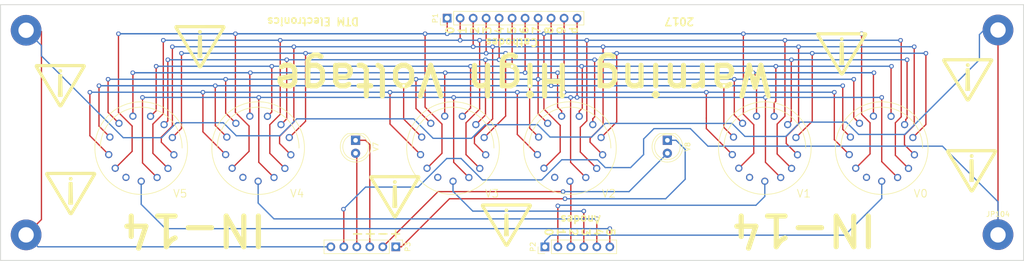
<source format=kicad_pcb>
(kicad_pcb (version 4) (host pcbnew 4.0.5)

  (general
    (links 81)
    (no_connects 0)
    (area 62.764999 61.214428 262.990001 112.474048)
    (thickness 1.6)
    (drawings 30)
    (tracks 470)
    (zones 0)
    (modules 23)
    (nets 33)
  )

  (page A)
  (layers
    (0 F.Cu signal)
    (31 B.Cu signal)
    (32 B.Adhes user)
    (33 F.Adhes user)
    (34 B.Paste user)
    (35 F.Paste user)
    (36 B.SilkS user)
    (37 F.SilkS user)
    (38 B.Mask user)
    (39 F.Mask user)
    (40 Dwgs.User user)
    (41 Cmts.User user)
    (42 Eco1.User user)
    (43 Eco2.User user)
    (44 Edge.Cuts user)
    (45 Margin user)
    (46 B.CrtYd user)
    (47 F.CrtYd user)
    (48 B.Fab user)
    (49 F.Fab user)
  )

  (setup
    (last_trace_width 0.254)
    (trace_clearance 0.254)
    (zone_clearance 0.508)
    (zone_45_only no)
    (trace_min 0.2)
    (segment_width 0.2)
    (edge_width 0.15)
    (via_size 0.889)
    (via_drill 0.508)
    (via_min_size 0.4)
    (via_min_drill 0.3)
    (uvia_size 0.3)
    (uvia_drill 0.1)
    (uvias_allowed no)
    (uvia_min_size 0.2)
    (uvia_min_drill 0.1)
    (pcb_text_width 0.3)
    (pcb_text_size 1.5 1.5)
    (mod_edge_width 0.15)
    (mod_text_size 1 1)
    (mod_text_width 0.15)
    (pad_size 1.7 1.7)
    (pad_drill 1)
    (pad_to_mask_clearance 0.2)
    (aux_axis_origin 62.865 112.268)
    (grid_origin 62.865 112.268)
    (visible_elements FFFEE77F)
    (pcbplotparams
      (layerselection 0x010f0_80000001)
      (usegerberextensions true)
      (excludeedgelayer true)
      (linewidth 0.100000)
      (plotframeref false)
      (viasonmask false)
      (mode 1)
      (useauxorigin false)
      (hpglpennumber 1)
      (hpglpenspeed 20)
      (hpglpendiameter 15)
      (hpglpenoverlay 2)
      (psnegative false)
      (psa4output false)
      (plotreference true)
      (plotvalue true)
      (plotinvisibletext false)
      (padsonsilk false)
      (subtractmaskfromsilk false)
      (outputformat 1)
      (mirror false)
      (drillshape 0)
      (scaleselection 1)
      (outputdirectory Plots/))
  )

  (net 0 "")
  (net 1 Cathode0)
  (net 2 Cathode1)
  (net 3 Cathode2)
  (net 4 Cathode3)
  (net 5 Cathode4)
  (net 6 Cathode5)
  (net 7 Cathode6)
  (net 8 Cathode7)
  (net 9 Cathode8)
  (net 10 Cathode9)
  (net 11 CathodeDec)
  (net 12 Anode0)
  (net 13 Anode1)
  (net 14 Anode2)
  (net 15 Anode3)
  (net 16 Anode4)
  (net 17 Anode5)
  (net 18 colon0A)
  (net 19 colon0C)
  (net 20 colon1A)
  (net 21 colon1C)
  (net 22 "Net-(V0-Pad13)")
  (net 23 "Net-(V1-Pad13)")
  (net 24 "Net-(V2-Pad13)")
  (net 25 "Net-(V3-Pad13)")
  (net 26 "Net-(V4-Pad13)")
  (net 27 "Net-(V5-Pad13)")
  (net 28 "Net-(JP101-Pad1)")
  (net 29 "Net-(JP101-Pad2)")
  (net 30 "Net-(JP103-Pad1)")
  (net 31 "Net-(JP102-Pad2)")
  (net 32 "Net-(JP104-Pad2)")

  (net_class Default "This is the default net class."
    (clearance 0.254)
    (trace_width 0.254)
    (via_dia 0.889)
    (via_drill 0.508)
    (uvia_dia 0.3)
    (uvia_drill 0.1)
    (add_net Anode0)
    (add_net Anode1)
    (add_net Anode2)
    (add_net Anode3)
    (add_net Anode4)
    (add_net Anode5)
    (add_net Cathode0)
    (add_net Cathode1)
    (add_net Cathode2)
    (add_net Cathode3)
    (add_net Cathode4)
    (add_net Cathode5)
    (add_net Cathode6)
    (add_net Cathode7)
    (add_net Cathode8)
    (add_net Cathode9)
    (add_net CathodeDec)
    (add_net "Net-(JP101-Pad1)")
    (add_net "Net-(JP101-Pad2)")
    (add_net "Net-(JP102-Pad2)")
    (add_net "Net-(JP103-Pad1)")
    (add_net "Net-(JP104-Pad2)")
    (add_net "Net-(V0-Pad13)")
    (add_net "Net-(V1-Pad13)")
    (add_net "Net-(V2-Pad13)")
    (add_net "Net-(V3-Pad13)")
    (add_net "Net-(V4-Pad13)")
    (add_net "Net-(V5-Pad13)")
    (add_net colon0A)
    (add_net colon0C)
    (add_net colon1A)
    (add_net colon1C)
  )

  (module "Custom Footprints:MountingHole_3mm_Pad_NPTH" (layer F.Cu) (tedit 59C99BFB) (tstamp 59C9A54A)
    (at 257.8862 67.2084)
    (descr "Mounting Hole 3mm")
    (tags "mounting hole 3mm")
    (path /59C9A07B)
    (attr virtual)
    (fp_text reference JP103 (at 0 -4) (layer F.SilkS) hide
      (effects (font (size 1 1) (thickness 0.15)))
    )
    (fp_text value JUMPER (at 0 4) (layer F.Fab)
      (effects (font (size 1 1) (thickness 0.15)))
    )
    (fp_text user %R (at 0.3 0) (layer F.Fab)
      (effects (font (size 1 1) (thickness 0.15)))
    )
    (fp_circle (center 0 0) (end 3 0) (layer Cmts.User) (width 0.15))
    (fp_circle (center 0 0) (end 3.25 0) (layer F.CrtYd) (width 0.05))
    (pad 1 smd circle (at 0 0) (size 6 6) (layers F.Cu F.Mask)
      (net 30 "Net-(JP103-Pad1)"))
    (pad 2 smd circle (at 0 0) (size 6 6) (layers B.Cu)
      (net 31 "Net-(JP102-Pad2)"))
    (pad "" np_thru_hole circle (at 0 0) (size 3 3) (drill 3) (layers *.Cu *.Mask))
  )

  (module "Custom Footprints:MountingHole_3mm_Pad_NPTH" (layer F.Cu) (tedit 59C99BDE) (tstamp 59C9A540)
    (at 67.8688 67.2592)
    (descr "Mounting Hole 3mm")
    (tags "mounting hole 3mm")
    (path /59C9A0D1)
    (attr virtual)
    (fp_text reference JP102 (at 0 -4) (layer F.SilkS) hide
      (effects (font (size 1 1) (thickness 0.15)))
    )
    (fp_text value JUMPER (at 0 4) (layer F.Fab)
      (effects (font (size 1 1) (thickness 0.15)))
    )
    (fp_text user %R (at 0.3 0) (layer F.Fab)
      (effects (font (size 1 1) (thickness 0.15)))
    )
    (fp_circle (center 0 0) (end 3 0) (layer Cmts.User) (width 0.15))
    (fp_circle (center 0 0) (end 3.25 0) (layer F.CrtYd) (width 0.05))
    (pad 1 smd circle (at 0 0) (size 6 6) (layers F.Cu F.Mask)
      (net 28 "Net-(JP101-Pad1)"))
    (pad 2 smd circle (at 0 0) (size 6 6) (layers B.Cu)
      (net 31 "Net-(JP102-Pad2)"))
    (pad "" np_thru_hole circle (at 0 0) (size 3 3) (drill 3) (layers *.Cu *.Mask))
  )

  (module "Custom Footprints:MountingHole_3mm_Pad_NPTH" (layer F.Cu) (tedit 59C99B70) (tstamp 59C9A536)
    (at 67.8688 107.2642)
    (descr "Mounting Hole 3mm")
    (tags "mounting hole 3mm")
    (path /59C9A13B)
    (attr virtual)
    (fp_text reference JP101 (at 0 -4) (layer F.SilkS) hide
      (effects (font (size 1 1) (thickness 0.15)))
    )
    (fp_text value JUMPER (at 0 4) (layer F.Fab)
      (effects (font (size 1 1) (thickness 0.15)))
    )
    (fp_text user %R (at 0.3 0) (layer F.Fab)
      (effects (font (size 1 1) (thickness 0.15)))
    )
    (fp_circle (center 0 0) (end 3 0) (layer Cmts.User) (width 0.15))
    (fp_circle (center 0 0) (end 3.25 0) (layer F.CrtYd) (width 0.05))
    (pad 1 smd circle (at 0 0) (size 6 6) (layers F.Cu F.Mask)
      (net 28 "Net-(JP101-Pad1)"))
    (pad 2 smd circle (at 0 0) (size 6 6) (layers B.Cu)
      (net 29 "Net-(JP101-Pad2)"))
    (pad "" np_thru_hole circle (at 0 0) (size 3 3) (drill 3) (layers *.Cu *.Mask))
  )

  (module w_logo:Logo_silk_warning_10x8.5mm (layer F.Cu) (tedit 0) (tstamp 59023C07)
    (at 161.7726 105.3592 180)
    (descr "Warning logo, 10x8.5mm")
    (fp_text reference G*** (at 0 4.43738 180) (layer F.SilkS) hide
      (effects (font (size 0.1778 0.1778) (thickness 0.03556)))
    )
    (fp_text value LOGO (at 0 -4.43738 180) (layer F.SilkS) hide
      (effects (font (size 0.1778 0.1778) (thickness 0.03556)))
    )
    (fp_line (start -0.4 -2) (end -0.3 -2.1) (layer F.SilkS) (width 0.15))
    (fp_line (start -0.3 -2.1) (end 0.3 -2.1) (layer F.SilkS) (width 0.15))
    (fp_line (start 0.3 -2.1) (end 0.4 -2) (layer F.SilkS) (width 0.15))
    (fp_line (start -0.3 2.1) (end -0.2 2.2) (layer F.SilkS) (width 0.15))
    (fp_line (start -0.2 2.2) (end 0.2 2.2) (layer F.SilkS) (width 0.15))
    (fp_line (start 0.2 2.2) (end 0.3 2.1) (layer F.SilkS) (width 0.15))
    (fp_circle (center 0 2.9) (end -0.1 2.9) (layer F.SilkS) (width 0.2))
    (fp_circle (center 0 2.9) (end -0.2 2.9) (layer F.SilkS) (width 0.15))
    (fp_circle (center 0 2.9) (end -0.3 2.9) (layer F.SilkS) (width 0.15))
    (fp_line (start 0.3 2.1) (end 0.3 -2) (layer F.SilkS) (width 0.15))
    (fp_line (start -0.3 -2) (end -0.3 2.1) (layer F.SilkS) (width 0.15))
    (fp_line (start -0.2 2.1) (end -0.2 -2) (layer F.SilkS) (width 0.15))
    (fp_line (start 0.2 -2) (end 0.2 2.1) (layer F.SilkS) (width 0.15))
    (fp_line (start 0.1 2.1) (end 0.1 -2) (layer F.SilkS) (width 0.15))
    (fp_line (start -0.1 -2) (end -0.1 2.1) (layer F.SilkS) (width 0.15))
    (fp_line (start 0 2.1) (end 0 -2) (layer F.SilkS) (width 0.15))
    (fp_line (start -0.4 -2) (end -0.3 2.1) (layer F.SilkS) (width 0.15))
    (fp_line (start -0.3 2.1) (end 0.3 2.1) (layer F.SilkS) (width 0.15))
    (fp_line (start 0.3 2.1) (end 0.4 -2) (layer F.SilkS) (width 0.15))
    (fp_line (start 0.4 -2) (end -0.4 -2) (layer F.SilkS) (width 0.15))
    (fp_poly (pts (xy 4.99872 3.7211) (xy 4.99618 3.82016) (xy 4.98348 3.91922) (xy 4.96062 4.00812)
      (xy 4.91998 4.08432) (xy 4.89712 4.1148) (xy 4.87426 4.14274) (xy 4.84632 4.1656)
      (xy 4.8133 4.18592) (xy 4.7752 4.20624) (xy 4.69138 4.24434) (xy 4.22148 4.24434)
      (xy 4.22148 3.60934) (xy 4.21386 3.5941) (xy 4.19862 3.5687) (xy 4.17576 3.5306)
      (xy 4.14782 3.48488) (xy 4.13004 3.45948) (xy 4.11226 3.43154) (xy 4.09956 3.40868)
      (xy 4.08432 3.38582) (xy 4.07162 3.3655) (xy 4.05638 3.34264) (xy 4.04114 3.31978)
      (xy 4.0259 3.29184) (xy 4.00558 3.25882) (xy 3.98018 3.21818) (xy 3.95224 3.17246)
      (xy 3.91922 3.11658) (xy 3.87858 3.05054) (xy 3.83286 2.9718) (xy 3.77698 2.88036)
      (xy 3.71348 2.77368) (xy 3.64744 2.66192) (xy 3.58902 2.56794) (xy 3.53568 2.4765)
      (xy 3.48488 2.39268) (xy 3.43916 2.31648) (xy 3.39852 2.2479) (xy 3.36296 2.19202)
      (xy 3.33756 2.14884) (xy 3.31978 2.11836) (xy 3.30962 2.10312) (xy 3.29946 2.0828)
      (xy 3.27914 2.04978) (xy 3.2512 2.0066) (xy 3.22072 1.95326) (xy 3.1877 1.89738)
      (xy 3.16992 1.8669) (xy 3.12674 1.79578) (xy 3.07848 1.71704) (xy 3.03022 1.63576)
      (xy 2.98704 1.55956) (xy 2.9464 1.49352) (xy 2.9464 1.49098) (xy 2.9083 1.43002)
      (xy 2.8702 1.36398) (xy 2.83464 1.30302) (xy 2.80162 1.24968) (xy 2.77876 1.21158)
      (xy 2.75336 1.1684) (xy 2.72034 1.11506) (xy 2.68478 1.05156) (xy 2.64668 0.98552)
      (xy 2.60858 0.92202) (xy 2.60604 0.91948) (xy 2.5654 0.8509) (xy 2.51968 0.77216)
      (xy 2.46888 0.68834) (xy 2.42062 0.60706) (xy 2.37744 0.53594) (xy 2.3368 0.46736)
      (xy 2.29108 0.38608) (xy 2.24028 0.30226) (xy 2.18948 0.2159) (xy 2.14122 0.13462)
      (xy 2.11836 0.09906) (xy 2.07518 0.02286) (xy 2.02438 -0.05842) (xy 1.97358 -0.14478)
      (xy 1.92532 -0.22606) (xy 1.88214 -0.29972) (xy 1.86436 -0.3302) (xy 1.8288 -0.38862)
      (xy 1.79578 -0.44196) (xy 1.76784 -0.49022) (xy 1.74498 -0.52832) (xy 1.72974 -0.55372)
      (xy 1.7272 -0.5588) (xy 1.7145 -0.57912) (xy 1.69418 -0.61468) (xy 1.66878 -0.65786)
      (xy 1.6383 -0.70866) (xy 1.61544 -0.74422) (xy 1.58496 -0.79756) (xy 1.55702 -0.84582)
      (xy 1.53162 -0.88646) (xy 1.51384 -0.91694) (xy 1.50622 -0.92964) (xy 1.49606 -0.94996)
      (xy 1.47574 -0.98298) (xy 1.4478 -1.02616) (xy 1.41732 -1.0795) (xy 1.3843 -1.13538)
      (xy 1.36906 -1.16078) (xy 1.32588 -1.2319) (xy 1.27762 -1.31318) (xy 1.22682 -1.39954)
      (xy 1.17602 -1.48336) (xy 1.13284 -1.55956) (xy 1.1303 -1.5621) (xy 1.0922 -1.62306)
      (xy 1.05918 -1.68148) (xy 1.02616 -1.73482) (xy 1.00076 -1.78054) (xy 0.98044 -1.81102)
      (xy 0.97536 -1.82118) (xy 0.95758 -1.85166) (xy 0.92964 -1.89738) (xy 0.89408 -1.9558)
      (xy 0.85344 -2.02692) (xy 0.80518 -2.10566) (xy 0.75184 -2.19456) (xy 0.69596 -2.28854)
      (xy 0.63754 -2.38506) (xy 0.57658 -2.48412) (xy 0.51816 -2.58318) (xy 0.45974 -2.6797)
      (xy 0.40132 -2.77368) (xy 0.34798 -2.86004) (xy 0.29972 -2.94132) (xy 0.25654 -3.01244)
      (xy 0.21844 -3.0734) (xy 0.21336 -3.07848) (xy 0.17526 -3.14452) (xy 0.13462 -3.20548)
      (xy 0.09652 -3.26644) (xy 0.06096 -3.31978) (xy 0.02794 -3.3655) (xy 0.00508 -3.40106)
      (xy -0.01016 -3.42646) (xy -0.02032 -3.43408) (xy -0.0254 -3.42646) (xy -0.04318 -3.40106)
      (xy -0.06858 -3.36296) (xy -0.1016 -3.30708) (xy -0.14224 -3.24104) (xy -0.1905 -3.1623)
      (xy -0.24384 -3.07086) (xy -0.3048 -2.9718) (xy -0.37084 -2.86258) (xy -0.43942 -2.7432)
      (xy -0.51562 -2.61874) (xy -0.59182 -2.4892) (xy -0.6731 -2.35458) (xy -0.71374 -2.28346)
      (xy -0.72898 -2.2606) (xy -0.75184 -2.2225) (xy -0.77978 -2.17424) (xy -0.81534 -2.11582)
      (xy -0.8509 -2.05232) (xy -0.889 -1.98628) (xy -1.05918 -1.7018) (xy -1.22174 -1.43002)
      (xy -1.37668 -1.1684) (xy -1.52654 -0.9144) (xy -1.67132 -0.66802) (xy -1.8161 -0.42164)
      (xy -1.85674 -0.35306) (xy -1.89484 -0.2921) (xy -1.9304 -0.23114) (xy -1.96342 -0.17526)
      (xy -1.99136 -0.12954) (xy -2.01168 -0.09398) (xy -2.01676 -0.08382) (xy -2.03454 -0.05588)
      (xy -2.05994 -0.0127) (xy -2.09042 0.0381) (xy -2.12598 0.09652) (xy -2.16408 0.16256)
      (xy -2.19202 0.20828) (xy -2.23012 0.27432) (xy -2.26822 0.33782) (xy -2.30378 0.39624)
      (xy -2.33426 0.44704) (xy -2.35712 0.48514) (xy -2.36728 0.50546) (xy -2.39014 0.54102)
      (xy -2.41808 0.58674) (xy -2.44856 0.64008) (xy -2.47904 0.69342) (xy -2.48412 0.70104)
      (xy -2.53238 0.78232) (xy -2.58064 0.86614) (xy -2.6289 0.94742) (xy -2.67462 1.02616)
      (xy -2.7178 1.09474) (xy -2.75082 1.15062) (xy -2.76352 1.17094) (xy -2.78892 1.21412)
      (xy -2.81432 1.25984) (xy -2.83718 1.29794) (xy -2.83972 1.30048) (xy -2.85242 1.32588)
      (xy -2.87782 1.36652) (xy -2.91084 1.4224) (xy -2.95402 1.49606) (xy -3.00482 1.58242)
      (xy -3.06324 1.68402) (xy -3.13182 1.79832) (xy -3.20548 1.92278) (xy -3.2893 2.06248)
      (xy -3.3782 2.21234) (xy -3.38074 2.21742) (xy -3.42646 2.29616) (xy -3.47472 2.37998)
      (xy -3.52552 2.46634) (xy -3.57378 2.54762) (xy -3.61696 2.62128) (xy -3.6449 2.66446)
      (xy -3.683 2.72796) (xy -3.7211 2.79654) (xy -3.7592 2.86004) (xy -3.79222 2.91846)
      (xy -3.82016 2.96418) (xy -3.82524 2.96926) (xy -3.85318 3.01752) (xy -3.88112 3.06578)
      (xy -3.90398 3.10642) (xy -3.92176 3.13436) (xy -3.9624 3.20548) (xy -4.00304 3.27406)
      (xy -4.04368 3.34264) (xy -4.08178 3.40868) (xy -4.11734 3.4671) (xy -4.14782 3.5179)
      (xy -4.17068 3.55854) (xy -4.18846 3.58648) (xy -4.19608 3.59918) (xy -4.19862 3.59918)
      (xy -4.20624 3.61442) (xy -4.20624 3.61696) (xy -4.19608 3.61696) (xy -4.16814 3.6195)
      (xy -4.11988 3.6195) (xy -4.05384 3.6195) (xy -3.97002 3.6195) (xy -3.86842 3.62204)
      (xy -3.75412 3.62204) (xy -3.62204 3.62204) (xy -3.47472 3.62204) (xy -3.3147 3.62204)
      (xy -3.13944 3.62204) (xy -2.95148 3.62204) (xy -2.75336 3.62458) (xy -2.54254 3.62458)
      (xy -2.31902 3.62458) (xy -2.08788 3.62458) (xy -1.84658 3.62458) (xy -1.59512 3.62458)
      (xy -1.33604 3.62458) (xy -1.07188 3.62458) (xy -0.79756 3.62458) (xy -0.51816 3.62458)
      (xy -0.23114 3.62458) (xy 0.01016 3.62458) (xy 0.35814 3.62458) (xy 0.6858 3.62458)
      (xy 0.99314 3.62458) (xy 1.2827 3.62458) (xy 1.55702 3.62458) (xy 1.81102 3.62458)
      (xy 2.04978 3.62458) (xy 2.2733 3.62458) (xy 2.48158 3.62458) (xy 2.67208 3.62458)
      (xy 2.84988 3.62458) (xy 3.01244 3.62458) (xy 3.16484 3.62458) (xy 3.302 3.62458)
      (xy 3.42646 3.62458) (xy 3.54076 3.62204) (xy 3.64236 3.62204) (xy 3.7338 3.62204)
      (xy 3.81508 3.62204) (xy 3.88874 3.62204) (xy 3.95224 3.62204) (xy 4.00812 3.6195)
      (xy 4.05384 3.6195) (xy 4.09448 3.6195) (xy 4.1275 3.61696) (xy 4.15544 3.61696)
      (xy 4.1783 3.61696) (xy 4.19354 3.61442) (xy 4.20624 3.61442) (xy 4.21386 3.61188)
      (xy 4.21894 3.61188) (xy 4.22148 3.60934) (xy 4.22148 3.60934) (xy 4.22148 4.24434)
      (xy 0.02286 4.24942) (xy -4.64312 4.2545) (xy -4.73202 4.21894) (xy -4.81584 4.17576)
      (xy -4.88442 4.12242) (xy -4.93522 4.05892) (xy -4.97078 3.98272) (xy -4.9911 3.89382)
      (xy -4.99872 3.79984) (xy -4.99872 3.7719) (xy -4.99618 3.74904) (xy -4.99364 3.72872)
      (xy -4.98856 3.70586) (xy -4.9784 3.68046) (xy -4.96316 3.64998) (xy -4.9403 3.60934)
      (xy -4.91236 3.55854) (xy -4.87426 3.49504) (xy -4.85394 3.45948) (xy -4.82092 3.4036)
      (xy -4.7879 3.34772) (xy -4.75996 3.29946) (xy -4.7371 3.26136) (xy -4.72186 3.23596)
      (xy -4.70408 3.20294) (xy -4.67614 3.15722) (xy -4.64312 3.10134) (xy -4.60756 3.03784)
      (xy -4.56692 2.96926) (xy -4.52628 2.90068) (xy -4.48818 2.83464) (xy -4.48056 2.82448)
      (xy -4.4577 2.78638) (xy -4.42976 2.73812) (xy -4.39674 2.68224) (xy -4.36118 2.62128)
      (xy -4.32562 2.56286) (xy -4.28498 2.49428) (xy -4.23926 2.41554) (xy -4.191 2.33426)
      (xy -4.14528 2.25552) (xy -4.11734 2.20726) (xy -4.07924 2.14376) (xy -4.0386 2.07518)
      (xy -3.99796 2.0066) (xy -3.9624 1.94564) (xy -3.937 1.90246) (xy -3.90652 1.85166)
      (xy -3.87096 1.7907) (xy -3.83032 1.72466) (xy -3.78968 1.65608) (xy -3.75412 1.59258)
      (xy -3.71602 1.52908) (xy -3.67792 1.46304) (xy -3.63982 1.39954) (xy -3.6068 1.3462)
      (xy -3.5814 1.30302) (xy -3.5814 1.30048) (xy -3.56616 1.27762) (xy -3.55092 1.24968)
      (xy -3.5306 1.21666) (xy -3.51028 1.1811) (xy -3.48234 1.13792) (xy -3.45186 1.08458)
      (xy -3.4163 1.02362) (xy -3.37566 0.95504) (xy -3.3274 0.87122) (xy -3.27152 0.77724)
      (xy -3.20802 0.67056) (xy -3.13436 0.54864) (xy -3.05308 0.40894) (xy -3.048 0.40386)
      (xy -3.00482 0.32766) (xy -2.9591 0.254) (xy -2.91592 0.18034) (xy -2.87782 0.11684)
      (xy -2.8448 0.06096) (xy -2.8194 0.01778) (xy -2.80924 0) (xy -2.78892 -0.03302)
      (xy -2.76098 -0.07874) (xy -2.72542 -0.1397) (xy -2.68478 -0.20828) (xy -2.6416 -0.28194)
      (xy -2.59588 -0.36068) (xy -2.55524 -0.42926) (xy -2.47142 -0.56896) (xy -2.39268 -0.70358)
      (xy -2.31648 -0.83058) (xy -2.24536 -0.94996) (xy -2.17932 -1.05918) (xy -2.1209 -1.15824)
      (xy -2.0701 -1.2446) (xy -2.02946 -1.31318) (xy -2.0066 -1.35128) (xy -1.98882 -1.3843)
      (xy -1.96088 -1.43256) (xy -1.92532 -1.49098) (xy -1.88214 -1.5621) (xy -1.83642 -1.64084)
      (xy -1.78816 -1.72466) (xy -1.73736 -1.81102) (xy -1.69926 -1.87198) (xy -1.64592 -1.96088)
      (xy -1.59258 -2.05232) (xy -1.53924 -2.14122) (xy -1.49098 -2.22504) (xy -1.44526 -2.30378)
      (xy -1.40462 -2.36982) (xy -1.37414 -2.42316) (xy -1.3589 -2.44856) (xy -1.3208 -2.51206)
      (xy -1.28016 -2.58318) (xy -1.23952 -2.65176) (xy -1.20142 -2.71272) (xy -1.1811 -2.74828)
      (xy -1.15062 -2.80162) (xy -1.11252 -2.86512) (xy -1.07188 -2.9337) (xy -1.03124 -3.00482)
      (xy -1.00076 -3.05308) (xy -0.9271 -3.17754) (xy -0.8636 -3.2893) (xy -0.80518 -3.38836)
      (xy -0.75438 -3.47472) (xy -0.7112 -3.54584) (xy -0.67818 -3.60172) (xy -0.65532 -3.64236)
      (xy -0.64008 -3.66522) (xy -0.62484 -3.69062) (xy -0.60198 -3.72872) (xy -0.57658 -3.77444)
      (xy -0.5461 -3.82524) (xy -0.53848 -3.8354) (xy -0.49276 -3.91668) (xy -0.45466 -3.98018)
      (xy -0.42164 -4.03098) (xy -0.3937 -4.07162) (xy -0.36576 -4.1021) (xy -0.34036 -4.1275)
      (xy -0.31242 -4.14782) (xy -0.28194 -4.1656) (xy -0.24384 -4.18084) (xy -0.20066 -4.19862)
      (xy -0.19304 -4.20116) (xy -0.14986 -4.21894) (xy -0.11938 -4.2291) (xy -0.0889 -4.23418)
      (xy -0.05842 -4.23418) (xy -0.0127 -4.23418) (xy 0.07112 -4.22148) (xy 0.14986 -4.20116)
      (xy 0.22352 -4.1656) (xy 0.28956 -4.1148) (xy 0.35306 -4.04876) (xy 0.41402 -3.96748)
      (xy 0.47244 -3.86588) (xy 0.50546 -3.80492) (xy 0.51816 -3.77952) (xy 0.54102 -3.73888)
      (xy 0.5715 -3.68554) (xy 0.60706 -3.62204) (xy 0.65024 -3.55092) (xy 0.69596 -3.47218)
      (xy 0.74422 -3.3909) (xy 0.79248 -3.30708) (xy 0.84328 -3.22326) (xy 0.89154 -3.14198)
      (xy 0.93472 -3.06832) (xy 0.9525 -3.04292) (xy 0.97536 -2.99974) (xy 1.00838 -2.94894)
      (xy 1.04394 -2.88798) (xy 1.08204 -2.82194) (xy 1.12268 -2.75336) (xy 1.12522 -2.74828)
      (xy 1.17856 -2.66192) (xy 1.23952 -2.55778) (xy 1.31064 -2.4384) (xy 1.38938 -2.30632)
      (xy 1.47828 -2.159) (xy 1.5748 -1.99898) (xy 1.6764 -1.8288) (xy 1.78562 -1.64592)
      (xy 1.90246 -1.45288) (xy 2.02438 -1.24968) (xy 2.15138 -1.0414) (xy 2.28092 -0.82296)
      (xy 2.41808 -0.5969) (xy 2.55524 -0.3683) (xy 2.69748 -0.13208) (xy 2.84226 0.10414)
      (xy 2.87782 0.1651) (xy 2.94132 0.26924) (xy 3.0099 0.381) (xy 3.08356 0.50292)
      (xy 3.15722 0.62738) (xy 3.23342 0.75184) (xy 3.30962 0.8763) (xy 3.38328 0.99822)
      (xy 3.45186 1.11506) (xy 3.5179 1.22174) (xy 3.57632 1.31826) (xy 3.62712 1.40208)
      (xy 3.65506 1.45288) (xy 3.74142 1.59512) (xy 3.81762 1.72212) (xy 3.88874 1.83642)
      (xy 3.95224 1.9431) (xy 4.01066 2.04216) (xy 4.06908 2.13614) (xy 4.12496 2.22758)
      (xy 4.18084 2.31902) (xy 4.23926 2.41554) (xy 4.2926 2.50444) (xy 4.3942 2.66954)
      (xy 4.48564 2.8194) (xy 4.56946 2.95402) (xy 4.64312 3.07848) (xy 4.70662 3.1877)
      (xy 4.76504 3.2893) (xy 4.81838 3.38074) (xy 4.8641 3.46202) (xy 4.90474 3.53822)
      (xy 4.93776 3.59918) (xy 4.99872 3.7211) (xy 4.99872 3.7211)) (layer F.SilkS) (width 0.00254))
  )

  (module w_logo:Logo_silk_warning_10x8.5mm (layer F.Cu) (tedit 0) (tstamp 59023C97)
    (at 76.581 99.187 180)
    (descr "Warning logo, 10x8.5mm")
    (fp_text reference G*** (at 0 4.43738 180) (layer F.SilkS) hide
      (effects (font (size 0.1778 0.1778) (thickness 0.03556)))
    )
    (fp_text value LOGO (at 0 -4.43738 180) (layer F.SilkS) hide
      (effects (font (size 0.1778 0.1778) (thickness 0.03556)))
    )
    (fp_line (start -0.4 -2) (end -0.3 -2.1) (layer F.SilkS) (width 0.15))
    (fp_line (start -0.3 -2.1) (end 0.3 -2.1) (layer F.SilkS) (width 0.15))
    (fp_line (start 0.3 -2.1) (end 0.4 -2) (layer F.SilkS) (width 0.15))
    (fp_line (start -0.3 2.1) (end -0.2 2.2) (layer F.SilkS) (width 0.15))
    (fp_line (start -0.2 2.2) (end 0.2 2.2) (layer F.SilkS) (width 0.15))
    (fp_line (start 0.2 2.2) (end 0.3 2.1) (layer F.SilkS) (width 0.15))
    (fp_circle (center 0 2.9) (end -0.1 2.9) (layer F.SilkS) (width 0.2))
    (fp_circle (center 0 2.9) (end -0.2 2.9) (layer F.SilkS) (width 0.15))
    (fp_circle (center 0 2.9) (end -0.3 2.9) (layer F.SilkS) (width 0.15))
    (fp_line (start 0.3 2.1) (end 0.3 -2) (layer F.SilkS) (width 0.15))
    (fp_line (start -0.3 -2) (end -0.3 2.1) (layer F.SilkS) (width 0.15))
    (fp_line (start -0.2 2.1) (end -0.2 -2) (layer F.SilkS) (width 0.15))
    (fp_line (start 0.2 -2) (end 0.2 2.1) (layer F.SilkS) (width 0.15))
    (fp_line (start 0.1 2.1) (end 0.1 -2) (layer F.SilkS) (width 0.15))
    (fp_line (start -0.1 -2) (end -0.1 2.1) (layer F.SilkS) (width 0.15))
    (fp_line (start 0 2.1) (end 0 -2) (layer F.SilkS) (width 0.15))
    (fp_line (start -0.4 -2) (end -0.3 2.1) (layer F.SilkS) (width 0.15))
    (fp_line (start -0.3 2.1) (end 0.3 2.1) (layer F.SilkS) (width 0.15))
    (fp_line (start 0.3 2.1) (end 0.4 -2) (layer F.SilkS) (width 0.15))
    (fp_line (start 0.4 -2) (end -0.4 -2) (layer F.SilkS) (width 0.15))
    (fp_poly (pts (xy 4.99872 3.7211) (xy 4.99618 3.82016) (xy 4.98348 3.91922) (xy 4.96062 4.00812)
      (xy 4.91998 4.08432) (xy 4.89712 4.1148) (xy 4.87426 4.14274) (xy 4.84632 4.1656)
      (xy 4.8133 4.18592) (xy 4.7752 4.20624) (xy 4.69138 4.24434) (xy 4.22148 4.24434)
      (xy 4.22148 3.60934) (xy 4.21386 3.5941) (xy 4.19862 3.5687) (xy 4.17576 3.5306)
      (xy 4.14782 3.48488) (xy 4.13004 3.45948) (xy 4.11226 3.43154) (xy 4.09956 3.40868)
      (xy 4.08432 3.38582) (xy 4.07162 3.3655) (xy 4.05638 3.34264) (xy 4.04114 3.31978)
      (xy 4.0259 3.29184) (xy 4.00558 3.25882) (xy 3.98018 3.21818) (xy 3.95224 3.17246)
      (xy 3.91922 3.11658) (xy 3.87858 3.05054) (xy 3.83286 2.9718) (xy 3.77698 2.88036)
      (xy 3.71348 2.77368) (xy 3.64744 2.66192) (xy 3.58902 2.56794) (xy 3.53568 2.4765)
      (xy 3.48488 2.39268) (xy 3.43916 2.31648) (xy 3.39852 2.2479) (xy 3.36296 2.19202)
      (xy 3.33756 2.14884) (xy 3.31978 2.11836) (xy 3.30962 2.10312) (xy 3.29946 2.0828)
      (xy 3.27914 2.04978) (xy 3.2512 2.0066) (xy 3.22072 1.95326) (xy 3.1877 1.89738)
      (xy 3.16992 1.8669) (xy 3.12674 1.79578) (xy 3.07848 1.71704) (xy 3.03022 1.63576)
      (xy 2.98704 1.55956) (xy 2.9464 1.49352) (xy 2.9464 1.49098) (xy 2.9083 1.43002)
      (xy 2.8702 1.36398) (xy 2.83464 1.30302) (xy 2.80162 1.24968) (xy 2.77876 1.21158)
      (xy 2.75336 1.1684) (xy 2.72034 1.11506) (xy 2.68478 1.05156) (xy 2.64668 0.98552)
      (xy 2.60858 0.92202) (xy 2.60604 0.91948) (xy 2.5654 0.8509) (xy 2.51968 0.77216)
      (xy 2.46888 0.68834) (xy 2.42062 0.60706) (xy 2.37744 0.53594) (xy 2.3368 0.46736)
      (xy 2.29108 0.38608) (xy 2.24028 0.30226) (xy 2.18948 0.2159) (xy 2.14122 0.13462)
      (xy 2.11836 0.09906) (xy 2.07518 0.02286) (xy 2.02438 -0.05842) (xy 1.97358 -0.14478)
      (xy 1.92532 -0.22606) (xy 1.88214 -0.29972) (xy 1.86436 -0.3302) (xy 1.8288 -0.38862)
      (xy 1.79578 -0.44196) (xy 1.76784 -0.49022) (xy 1.74498 -0.52832) (xy 1.72974 -0.55372)
      (xy 1.7272 -0.5588) (xy 1.7145 -0.57912) (xy 1.69418 -0.61468) (xy 1.66878 -0.65786)
      (xy 1.6383 -0.70866) (xy 1.61544 -0.74422) (xy 1.58496 -0.79756) (xy 1.55702 -0.84582)
      (xy 1.53162 -0.88646) (xy 1.51384 -0.91694) (xy 1.50622 -0.92964) (xy 1.49606 -0.94996)
      (xy 1.47574 -0.98298) (xy 1.4478 -1.02616) (xy 1.41732 -1.0795) (xy 1.3843 -1.13538)
      (xy 1.36906 -1.16078) (xy 1.32588 -1.2319) (xy 1.27762 -1.31318) (xy 1.22682 -1.39954)
      (xy 1.17602 -1.48336) (xy 1.13284 -1.55956) (xy 1.1303 -1.5621) (xy 1.0922 -1.62306)
      (xy 1.05918 -1.68148) (xy 1.02616 -1.73482) (xy 1.00076 -1.78054) (xy 0.98044 -1.81102)
      (xy 0.97536 -1.82118) (xy 0.95758 -1.85166) (xy 0.92964 -1.89738) (xy 0.89408 -1.9558)
      (xy 0.85344 -2.02692) (xy 0.80518 -2.10566) (xy 0.75184 -2.19456) (xy 0.69596 -2.28854)
      (xy 0.63754 -2.38506) (xy 0.57658 -2.48412) (xy 0.51816 -2.58318) (xy 0.45974 -2.6797)
      (xy 0.40132 -2.77368) (xy 0.34798 -2.86004) (xy 0.29972 -2.94132) (xy 0.25654 -3.01244)
      (xy 0.21844 -3.0734) (xy 0.21336 -3.07848) (xy 0.17526 -3.14452) (xy 0.13462 -3.20548)
      (xy 0.09652 -3.26644) (xy 0.06096 -3.31978) (xy 0.02794 -3.3655) (xy 0.00508 -3.40106)
      (xy -0.01016 -3.42646) (xy -0.02032 -3.43408) (xy -0.0254 -3.42646) (xy -0.04318 -3.40106)
      (xy -0.06858 -3.36296) (xy -0.1016 -3.30708) (xy -0.14224 -3.24104) (xy -0.1905 -3.1623)
      (xy -0.24384 -3.07086) (xy -0.3048 -2.9718) (xy -0.37084 -2.86258) (xy -0.43942 -2.7432)
      (xy -0.51562 -2.61874) (xy -0.59182 -2.4892) (xy -0.6731 -2.35458) (xy -0.71374 -2.28346)
      (xy -0.72898 -2.2606) (xy -0.75184 -2.2225) (xy -0.77978 -2.17424) (xy -0.81534 -2.11582)
      (xy -0.8509 -2.05232) (xy -0.889 -1.98628) (xy -1.05918 -1.7018) (xy -1.22174 -1.43002)
      (xy -1.37668 -1.1684) (xy -1.52654 -0.9144) (xy -1.67132 -0.66802) (xy -1.8161 -0.42164)
      (xy -1.85674 -0.35306) (xy -1.89484 -0.2921) (xy -1.9304 -0.23114) (xy -1.96342 -0.17526)
      (xy -1.99136 -0.12954) (xy -2.01168 -0.09398) (xy -2.01676 -0.08382) (xy -2.03454 -0.05588)
      (xy -2.05994 -0.0127) (xy -2.09042 0.0381) (xy -2.12598 0.09652) (xy -2.16408 0.16256)
      (xy -2.19202 0.20828) (xy -2.23012 0.27432) (xy -2.26822 0.33782) (xy -2.30378 0.39624)
      (xy -2.33426 0.44704) (xy -2.35712 0.48514) (xy -2.36728 0.50546) (xy -2.39014 0.54102)
      (xy -2.41808 0.58674) (xy -2.44856 0.64008) (xy -2.47904 0.69342) (xy -2.48412 0.70104)
      (xy -2.53238 0.78232) (xy -2.58064 0.86614) (xy -2.6289 0.94742) (xy -2.67462 1.02616)
      (xy -2.7178 1.09474) (xy -2.75082 1.15062) (xy -2.76352 1.17094) (xy -2.78892 1.21412)
      (xy -2.81432 1.25984) (xy -2.83718 1.29794) (xy -2.83972 1.30048) (xy -2.85242 1.32588)
      (xy -2.87782 1.36652) (xy -2.91084 1.4224) (xy -2.95402 1.49606) (xy -3.00482 1.58242)
      (xy -3.06324 1.68402) (xy -3.13182 1.79832) (xy -3.20548 1.92278) (xy -3.2893 2.06248)
      (xy -3.3782 2.21234) (xy -3.38074 2.21742) (xy -3.42646 2.29616) (xy -3.47472 2.37998)
      (xy -3.52552 2.46634) (xy -3.57378 2.54762) (xy -3.61696 2.62128) (xy -3.6449 2.66446)
      (xy -3.683 2.72796) (xy -3.7211 2.79654) (xy -3.7592 2.86004) (xy -3.79222 2.91846)
      (xy -3.82016 2.96418) (xy -3.82524 2.96926) (xy -3.85318 3.01752) (xy -3.88112 3.06578)
      (xy -3.90398 3.10642) (xy -3.92176 3.13436) (xy -3.9624 3.20548) (xy -4.00304 3.27406)
      (xy -4.04368 3.34264) (xy -4.08178 3.40868) (xy -4.11734 3.4671) (xy -4.14782 3.5179)
      (xy -4.17068 3.55854) (xy -4.18846 3.58648) (xy -4.19608 3.59918) (xy -4.19862 3.59918)
      (xy -4.20624 3.61442) (xy -4.20624 3.61696) (xy -4.19608 3.61696) (xy -4.16814 3.6195)
      (xy -4.11988 3.6195) (xy -4.05384 3.6195) (xy -3.97002 3.6195) (xy -3.86842 3.62204)
      (xy -3.75412 3.62204) (xy -3.62204 3.62204) (xy -3.47472 3.62204) (xy -3.3147 3.62204)
      (xy -3.13944 3.62204) (xy -2.95148 3.62204) (xy -2.75336 3.62458) (xy -2.54254 3.62458)
      (xy -2.31902 3.62458) (xy -2.08788 3.62458) (xy -1.84658 3.62458) (xy -1.59512 3.62458)
      (xy -1.33604 3.62458) (xy -1.07188 3.62458) (xy -0.79756 3.62458) (xy -0.51816 3.62458)
      (xy -0.23114 3.62458) (xy 0.01016 3.62458) (xy 0.35814 3.62458) (xy 0.6858 3.62458)
      (xy 0.99314 3.62458) (xy 1.2827 3.62458) (xy 1.55702 3.62458) (xy 1.81102 3.62458)
      (xy 2.04978 3.62458) (xy 2.2733 3.62458) (xy 2.48158 3.62458) (xy 2.67208 3.62458)
      (xy 2.84988 3.62458) (xy 3.01244 3.62458) (xy 3.16484 3.62458) (xy 3.302 3.62458)
      (xy 3.42646 3.62458) (xy 3.54076 3.62204) (xy 3.64236 3.62204) (xy 3.7338 3.62204)
      (xy 3.81508 3.62204) (xy 3.88874 3.62204) (xy 3.95224 3.62204) (xy 4.00812 3.6195)
      (xy 4.05384 3.6195) (xy 4.09448 3.6195) (xy 4.1275 3.61696) (xy 4.15544 3.61696)
      (xy 4.1783 3.61696) (xy 4.19354 3.61442) (xy 4.20624 3.61442) (xy 4.21386 3.61188)
      (xy 4.21894 3.61188) (xy 4.22148 3.60934) (xy 4.22148 3.60934) (xy 4.22148 4.24434)
      (xy 0.02286 4.24942) (xy -4.64312 4.2545) (xy -4.73202 4.21894) (xy -4.81584 4.17576)
      (xy -4.88442 4.12242) (xy -4.93522 4.05892) (xy -4.97078 3.98272) (xy -4.9911 3.89382)
      (xy -4.99872 3.79984) (xy -4.99872 3.7719) (xy -4.99618 3.74904) (xy -4.99364 3.72872)
      (xy -4.98856 3.70586) (xy -4.9784 3.68046) (xy -4.96316 3.64998) (xy -4.9403 3.60934)
      (xy -4.91236 3.55854) (xy -4.87426 3.49504) (xy -4.85394 3.45948) (xy -4.82092 3.4036)
      (xy -4.7879 3.34772) (xy -4.75996 3.29946) (xy -4.7371 3.26136) (xy -4.72186 3.23596)
      (xy -4.70408 3.20294) (xy -4.67614 3.15722) (xy -4.64312 3.10134) (xy -4.60756 3.03784)
      (xy -4.56692 2.96926) (xy -4.52628 2.90068) (xy -4.48818 2.83464) (xy -4.48056 2.82448)
      (xy -4.4577 2.78638) (xy -4.42976 2.73812) (xy -4.39674 2.68224) (xy -4.36118 2.62128)
      (xy -4.32562 2.56286) (xy -4.28498 2.49428) (xy -4.23926 2.41554) (xy -4.191 2.33426)
      (xy -4.14528 2.25552) (xy -4.11734 2.20726) (xy -4.07924 2.14376) (xy -4.0386 2.07518)
      (xy -3.99796 2.0066) (xy -3.9624 1.94564) (xy -3.937 1.90246) (xy -3.90652 1.85166)
      (xy -3.87096 1.7907) (xy -3.83032 1.72466) (xy -3.78968 1.65608) (xy -3.75412 1.59258)
      (xy -3.71602 1.52908) (xy -3.67792 1.46304) (xy -3.63982 1.39954) (xy -3.6068 1.3462)
      (xy -3.5814 1.30302) (xy -3.5814 1.30048) (xy -3.56616 1.27762) (xy -3.55092 1.24968)
      (xy -3.5306 1.21666) (xy -3.51028 1.1811) (xy -3.48234 1.13792) (xy -3.45186 1.08458)
      (xy -3.4163 1.02362) (xy -3.37566 0.95504) (xy -3.3274 0.87122) (xy -3.27152 0.77724)
      (xy -3.20802 0.67056) (xy -3.13436 0.54864) (xy -3.05308 0.40894) (xy -3.048 0.40386)
      (xy -3.00482 0.32766) (xy -2.9591 0.254) (xy -2.91592 0.18034) (xy -2.87782 0.11684)
      (xy -2.8448 0.06096) (xy -2.8194 0.01778) (xy -2.80924 0) (xy -2.78892 -0.03302)
      (xy -2.76098 -0.07874) (xy -2.72542 -0.1397) (xy -2.68478 -0.20828) (xy -2.6416 -0.28194)
      (xy -2.59588 -0.36068) (xy -2.55524 -0.42926) (xy -2.47142 -0.56896) (xy -2.39268 -0.70358)
      (xy -2.31648 -0.83058) (xy -2.24536 -0.94996) (xy -2.17932 -1.05918) (xy -2.1209 -1.15824)
      (xy -2.0701 -1.2446) (xy -2.02946 -1.31318) (xy -2.0066 -1.35128) (xy -1.98882 -1.3843)
      (xy -1.96088 -1.43256) (xy -1.92532 -1.49098) (xy -1.88214 -1.5621) (xy -1.83642 -1.64084)
      (xy -1.78816 -1.72466) (xy -1.73736 -1.81102) (xy -1.69926 -1.87198) (xy -1.64592 -1.96088)
      (xy -1.59258 -2.05232) (xy -1.53924 -2.14122) (xy -1.49098 -2.22504) (xy -1.44526 -2.30378)
      (xy -1.40462 -2.36982) (xy -1.37414 -2.42316) (xy -1.3589 -2.44856) (xy -1.3208 -2.51206)
      (xy -1.28016 -2.58318) (xy -1.23952 -2.65176) (xy -1.20142 -2.71272) (xy -1.1811 -2.74828)
      (xy -1.15062 -2.80162) (xy -1.11252 -2.86512) (xy -1.07188 -2.9337) (xy -1.03124 -3.00482)
      (xy -1.00076 -3.05308) (xy -0.9271 -3.17754) (xy -0.8636 -3.2893) (xy -0.80518 -3.38836)
      (xy -0.75438 -3.47472) (xy -0.7112 -3.54584) (xy -0.67818 -3.60172) (xy -0.65532 -3.64236)
      (xy -0.64008 -3.66522) (xy -0.62484 -3.69062) (xy -0.60198 -3.72872) (xy -0.57658 -3.77444)
      (xy -0.5461 -3.82524) (xy -0.53848 -3.8354) (xy -0.49276 -3.91668) (xy -0.45466 -3.98018)
      (xy -0.42164 -4.03098) (xy -0.3937 -4.07162) (xy -0.36576 -4.1021) (xy -0.34036 -4.1275)
      (xy -0.31242 -4.14782) (xy -0.28194 -4.1656) (xy -0.24384 -4.18084) (xy -0.20066 -4.19862)
      (xy -0.19304 -4.20116) (xy -0.14986 -4.21894) (xy -0.11938 -4.2291) (xy -0.0889 -4.23418)
      (xy -0.05842 -4.23418) (xy -0.0127 -4.23418) (xy 0.07112 -4.22148) (xy 0.14986 -4.20116)
      (xy 0.22352 -4.1656) (xy 0.28956 -4.1148) (xy 0.35306 -4.04876) (xy 0.41402 -3.96748)
      (xy 0.47244 -3.86588) (xy 0.50546 -3.80492) (xy 0.51816 -3.77952) (xy 0.54102 -3.73888)
      (xy 0.5715 -3.68554) (xy 0.60706 -3.62204) (xy 0.65024 -3.55092) (xy 0.69596 -3.47218)
      (xy 0.74422 -3.3909) (xy 0.79248 -3.30708) (xy 0.84328 -3.22326) (xy 0.89154 -3.14198)
      (xy 0.93472 -3.06832) (xy 0.9525 -3.04292) (xy 0.97536 -2.99974) (xy 1.00838 -2.94894)
      (xy 1.04394 -2.88798) (xy 1.08204 -2.82194) (xy 1.12268 -2.75336) (xy 1.12522 -2.74828)
      (xy 1.17856 -2.66192) (xy 1.23952 -2.55778) (xy 1.31064 -2.4384) (xy 1.38938 -2.30632)
      (xy 1.47828 -2.159) (xy 1.5748 -1.99898) (xy 1.6764 -1.8288) (xy 1.78562 -1.64592)
      (xy 1.90246 -1.45288) (xy 2.02438 -1.24968) (xy 2.15138 -1.0414) (xy 2.28092 -0.82296)
      (xy 2.41808 -0.5969) (xy 2.55524 -0.3683) (xy 2.69748 -0.13208) (xy 2.84226 0.10414)
      (xy 2.87782 0.1651) (xy 2.94132 0.26924) (xy 3.0099 0.381) (xy 3.08356 0.50292)
      (xy 3.15722 0.62738) (xy 3.23342 0.75184) (xy 3.30962 0.8763) (xy 3.38328 0.99822)
      (xy 3.45186 1.11506) (xy 3.5179 1.22174) (xy 3.57632 1.31826) (xy 3.62712 1.40208)
      (xy 3.65506 1.45288) (xy 3.74142 1.59512) (xy 3.81762 1.72212) (xy 3.88874 1.83642)
      (xy 3.95224 1.9431) (xy 4.01066 2.04216) (xy 4.06908 2.13614) (xy 4.12496 2.22758)
      (xy 4.18084 2.31902) (xy 4.23926 2.41554) (xy 4.2926 2.50444) (xy 4.3942 2.66954)
      (xy 4.48564 2.8194) (xy 4.56946 2.95402) (xy 4.64312 3.07848) (xy 4.70662 3.1877)
      (xy 4.76504 3.2893) (xy 4.81838 3.38074) (xy 4.8641 3.46202) (xy 4.90474 3.53822)
      (xy 4.93776 3.59918) (xy 4.99872 3.7211) (xy 4.99872 3.7211)) (layer F.SilkS) (width 0.00254))
  )

  (module w_logo:Logo_silk_warning_10x8.5mm (layer F.Cu) (tedit 0) (tstamp 59023C7F)
    (at 74.549 78.105 180)
    (descr "Warning logo, 10x8.5mm")
    (fp_text reference G*** (at 0 4.43738 180) (layer F.SilkS) hide
      (effects (font (size 0.1778 0.1778) (thickness 0.03556)))
    )
    (fp_text value LOGO (at 0 -4.43738 180) (layer F.SilkS) hide
      (effects (font (size 0.1778 0.1778) (thickness 0.03556)))
    )
    (fp_line (start -0.4 -2) (end -0.3 -2.1) (layer F.SilkS) (width 0.15))
    (fp_line (start -0.3 -2.1) (end 0.3 -2.1) (layer F.SilkS) (width 0.15))
    (fp_line (start 0.3 -2.1) (end 0.4 -2) (layer F.SilkS) (width 0.15))
    (fp_line (start -0.3 2.1) (end -0.2 2.2) (layer F.SilkS) (width 0.15))
    (fp_line (start -0.2 2.2) (end 0.2 2.2) (layer F.SilkS) (width 0.15))
    (fp_line (start 0.2 2.2) (end 0.3 2.1) (layer F.SilkS) (width 0.15))
    (fp_circle (center 0 2.9) (end -0.1 2.9) (layer F.SilkS) (width 0.2))
    (fp_circle (center 0 2.9) (end -0.2 2.9) (layer F.SilkS) (width 0.15))
    (fp_circle (center 0 2.9) (end -0.3 2.9) (layer F.SilkS) (width 0.15))
    (fp_line (start 0.3 2.1) (end 0.3 -2) (layer F.SilkS) (width 0.15))
    (fp_line (start -0.3 -2) (end -0.3 2.1) (layer F.SilkS) (width 0.15))
    (fp_line (start -0.2 2.1) (end -0.2 -2) (layer F.SilkS) (width 0.15))
    (fp_line (start 0.2 -2) (end 0.2 2.1) (layer F.SilkS) (width 0.15))
    (fp_line (start 0.1 2.1) (end 0.1 -2) (layer F.SilkS) (width 0.15))
    (fp_line (start -0.1 -2) (end -0.1 2.1) (layer F.SilkS) (width 0.15))
    (fp_line (start 0 2.1) (end 0 -2) (layer F.SilkS) (width 0.15))
    (fp_line (start -0.4 -2) (end -0.3 2.1) (layer F.SilkS) (width 0.15))
    (fp_line (start -0.3 2.1) (end 0.3 2.1) (layer F.SilkS) (width 0.15))
    (fp_line (start 0.3 2.1) (end 0.4 -2) (layer F.SilkS) (width 0.15))
    (fp_line (start 0.4 -2) (end -0.4 -2) (layer F.SilkS) (width 0.15))
    (fp_poly (pts (xy 4.99872 3.7211) (xy 4.99618 3.82016) (xy 4.98348 3.91922) (xy 4.96062 4.00812)
      (xy 4.91998 4.08432) (xy 4.89712 4.1148) (xy 4.87426 4.14274) (xy 4.84632 4.1656)
      (xy 4.8133 4.18592) (xy 4.7752 4.20624) (xy 4.69138 4.24434) (xy 4.22148 4.24434)
      (xy 4.22148 3.60934) (xy 4.21386 3.5941) (xy 4.19862 3.5687) (xy 4.17576 3.5306)
      (xy 4.14782 3.48488) (xy 4.13004 3.45948) (xy 4.11226 3.43154) (xy 4.09956 3.40868)
      (xy 4.08432 3.38582) (xy 4.07162 3.3655) (xy 4.05638 3.34264) (xy 4.04114 3.31978)
      (xy 4.0259 3.29184) (xy 4.00558 3.25882) (xy 3.98018 3.21818) (xy 3.95224 3.17246)
      (xy 3.91922 3.11658) (xy 3.87858 3.05054) (xy 3.83286 2.9718) (xy 3.77698 2.88036)
      (xy 3.71348 2.77368) (xy 3.64744 2.66192) (xy 3.58902 2.56794) (xy 3.53568 2.4765)
      (xy 3.48488 2.39268) (xy 3.43916 2.31648) (xy 3.39852 2.2479) (xy 3.36296 2.19202)
      (xy 3.33756 2.14884) (xy 3.31978 2.11836) (xy 3.30962 2.10312) (xy 3.29946 2.0828)
      (xy 3.27914 2.04978) (xy 3.2512 2.0066) (xy 3.22072 1.95326) (xy 3.1877 1.89738)
      (xy 3.16992 1.8669) (xy 3.12674 1.79578) (xy 3.07848 1.71704) (xy 3.03022 1.63576)
      (xy 2.98704 1.55956) (xy 2.9464 1.49352) (xy 2.9464 1.49098) (xy 2.9083 1.43002)
      (xy 2.8702 1.36398) (xy 2.83464 1.30302) (xy 2.80162 1.24968) (xy 2.77876 1.21158)
      (xy 2.75336 1.1684) (xy 2.72034 1.11506) (xy 2.68478 1.05156) (xy 2.64668 0.98552)
      (xy 2.60858 0.92202) (xy 2.60604 0.91948) (xy 2.5654 0.8509) (xy 2.51968 0.77216)
      (xy 2.46888 0.68834) (xy 2.42062 0.60706) (xy 2.37744 0.53594) (xy 2.3368 0.46736)
      (xy 2.29108 0.38608) (xy 2.24028 0.30226) (xy 2.18948 0.2159) (xy 2.14122 0.13462)
      (xy 2.11836 0.09906) (xy 2.07518 0.02286) (xy 2.02438 -0.05842) (xy 1.97358 -0.14478)
      (xy 1.92532 -0.22606) (xy 1.88214 -0.29972) (xy 1.86436 -0.3302) (xy 1.8288 -0.38862)
      (xy 1.79578 -0.44196) (xy 1.76784 -0.49022) (xy 1.74498 -0.52832) (xy 1.72974 -0.55372)
      (xy 1.7272 -0.5588) (xy 1.7145 -0.57912) (xy 1.69418 -0.61468) (xy 1.66878 -0.65786)
      (xy 1.6383 -0.70866) (xy 1.61544 -0.74422) (xy 1.58496 -0.79756) (xy 1.55702 -0.84582)
      (xy 1.53162 -0.88646) (xy 1.51384 -0.91694) (xy 1.50622 -0.92964) (xy 1.49606 -0.94996)
      (xy 1.47574 -0.98298) (xy 1.4478 -1.02616) (xy 1.41732 -1.0795) (xy 1.3843 -1.13538)
      (xy 1.36906 -1.16078) (xy 1.32588 -1.2319) (xy 1.27762 -1.31318) (xy 1.22682 -1.39954)
      (xy 1.17602 -1.48336) (xy 1.13284 -1.55956) (xy 1.1303 -1.5621) (xy 1.0922 -1.62306)
      (xy 1.05918 -1.68148) (xy 1.02616 -1.73482) (xy 1.00076 -1.78054) (xy 0.98044 -1.81102)
      (xy 0.97536 -1.82118) (xy 0.95758 -1.85166) (xy 0.92964 -1.89738) (xy 0.89408 -1.9558)
      (xy 0.85344 -2.02692) (xy 0.80518 -2.10566) (xy 0.75184 -2.19456) (xy 0.69596 -2.28854)
      (xy 0.63754 -2.38506) (xy 0.57658 -2.48412) (xy 0.51816 -2.58318) (xy 0.45974 -2.6797)
      (xy 0.40132 -2.77368) (xy 0.34798 -2.86004) (xy 0.29972 -2.94132) (xy 0.25654 -3.01244)
      (xy 0.21844 -3.0734) (xy 0.21336 -3.07848) (xy 0.17526 -3.14452) (xy 0.13462 -3.20548)
      (xy 0.09652 -3.26644) (xy 0.06096 -3.31978) (xy 0.02794 -3.3655) (xy 0.00508 -3.40106)
      (xy -0.01016 -3.42646) (xy -0.02032 -3.43408) (xy -0.0254 -3.42646) (xy -0.04318 -3.40106)
      (xy -0.06858 -3.36296) (xy -0.1016 -3.30708) (xy -0.14224 -3.24104) (xy -0.1905 -3.1623)
      (xy -0.24384 -3.07086) (xy -0.3048 -2.9718) (xy -0.37084 -2.86258) (xy -0.43942 -2.7432)
      (xy -0.51562 -2.61874) (xy -0.59182 -2.4892) (xy -0.6731 -2.35458) (xy -0.71374 -2.28346)
      (xy -0.72898 -2.2606) (xy -0.75184 -2.2225) (xy -0.77978 -2.17424) (xy -0.81534 -2.11582)
      (xy -0.8509 -2.05232) (xy -0.889 -1.98628) (xy -1.05918 -1.7018) (xy -1.22174 -1.43002)
      (xy -1.37668 -1.1684) (xy -1.52654 -0.9144) (xy -1.67132 -0.66802) (xy -1.8161 -0.42164)
      (xy -1.85674 -0.35306) (xy -1.89484 -0.2921) (xy -1.9304 -0.23114) (xy -1.96342 -0.17526)
      (xy -1.99136 -0.12954) (xy -2.01168 -0.09398) (xy -2.01676 -0.08382) (xy -2.03454 -0.05588)
      (xy -2.05994 -0.0127) (xy -2.09042 0.0381) (xy -2.12598 0.09652) (xy -2.16408 0.16256)
      (xy -2.19202 0.20828) (xy -2.23012 0.27432) (xy -2.26822 0.33782) (xy -2.30378 0.39624)
      (xy -2.33426 0.44704) (xy -2.35712 0.48514) (xy -2.36728 0.50546) (xy -2.39014 0.54102)
      (xy -2.41808 0.58674) (xy -2.44856 0.64008) (xy -2.47904 0.69342) (xy -2.48412 0.70104)
      (xy -2.53238 0.78232) (xy -2.58064 0.86614) (xy -2.6289 0.94742) (xy -2.67462 1.02616)
      (xy -2.7178 1.09474) (xy -2.75082 1.15062) (xy -2.76352 1.17094) (xy -2.78892 1.21412)
      (xy -2.81432 1.25984) (xy -2.83718 1.29794) (xy -2.83972 1.30048) (xy -2.85242 1.32588)
      (xy -2.87782 1.36652) (xy -2.91084 1.4224) (xy -2.95402 1.49606) (xy -3.00482 1.58242)
      (xy -3.06324 1.68402) (xy -3.13182 1.79832) (xy -3.20548 1.92278) (xy -3.2893 2.06248)
      (xy -3.3782 2.21234) (xy -3.38074 2.21742) (xy -3.42646 2.29616) (xy -3.47472 2.37998)
      (xy -3.52552 2.46634) (xy -3.57378 2.54762) (xy -3.61696 2.62128) (xy -3.6449 2.66446)
      (xy -3.683 2.72796) (xy -3.7211 2.79654) (xy -3.7592 2.86004) (xy -3.79222 2.91846)
      (xy -3.82016 2.96418) (xy -3.82524 2.96926) (xy -3.85318 3.01752) (xy -3.88112 3.06578)
      (xy -3.90398 3.10642) (xy -3.92176 3.13436) (xy -3.9624 3.20548) (xy -4.00304 3.27406)
      (xy -4.04368 3.34264) (xy -4.08178 3.40868) (xy -4.11734 3.4671) (xy -4.14782 3.5179)
      (xy -4.17068 3.55854) (xy -4.18846 3.58648) (xy -4.19608 3.59918) (xy -4.19862 3.59918)
      (xy -4.20624 3.61442) (xy -4.20624 3.61696) (xy -4.19608 3.61696) (xy -4.16814 3.6195)
      (xy -4.11988 3.6195) (xy -4.05384 3.6195) (xy -3.97002 3.6195) (xy -3.86842 3.62204)
      (xy -3.75412 3.62204) (xy -3.62204 3.62204) (xy -3.47472 3.62204) (xy -3.3147 3.62204)
      (xy -3.13944 3.62204) (xy -2.95148 3.62204) (xy -2.75336 3.62458) (xy -2.54254 3.62458)
      (xy -2.31902 3.62458) (xy -2.08788 3.62458) (xy -1.84658 3.62458) (xy -1.59512 3.62458)
      (xy -1.33604 3.62458) (xy -1.07188 3.62458) (xy -0.79756 3.62458) (xy -0.51816 3.62458)
      (xy -0.23114 3.62458) (xy 0.01016 3.62458) (xy 0.35814 3.62458) (xy 0.6858 3.62458)
      (xy 0.99314 3.62458) (xy 1.2827 3.62458) (xy 1.55702 3.62458) (xy 1.81102 3.62458)
      (xy 2.04978 3.62458) (xy 2.2733 3.62458) (xy 2.48158 3.62458) (xy 2.67208 3.62458)
      (xy 2.84988 3.62458) (xy 3.01244 3.62458) (xy 3.16484 3.62458) (xy 3.302 3.62458)
      (xy 3.42646 3.62458) (xy 3.54076 3.62204) (xy 3.64236 3.62204) (xy 3.7338 3.62204)
      (xy 3.81508 3.62204) (xy 3.88874 3.62204) (xy 3.95224 3.62204) (xy 4.00812 3.6195)
      (xy 4.05384 3.6195) (xy 4.09448 3.6195) (xy 4.1275 3.61696) (xy 4.15544 3.61696)
      (xy 4.1783 3.61696) (xy 4.19354 3.61442) (xy 4.20624 3.61442) (xy 4.21386 3.61188)
      (xy 4.21894 3.61188) (xy 4.22148 3.60934) (xy 4.22148 3.60934) (xy 4.22148 4.24434)
      (xy 0.02286 4.24942) (xy -4.64312 4.2545) (xy -4.73202 4.21894) (xy -4.81584 4.17576)
      (xy -4.88442 4.12242) (xy -4.93522 4.05892) (xy -4.97078 3.98272) (xy -4.9911 3.89382)
      (xy -4.99872 3.79984) (xy -4.99872 3.7719) (xy -4.99618 3.74904) (xy -4.99364 3.72872)
      (xy -4.98856 3.70586) (xy -4.9784 3.68046) (xy -4.96316 3.64998) (xy -4.9403 3.60934)
      (xy -4.91236 3.55854) (xy -4.87426 3.49504) (xy -4.85394 3.45948) (xy -4.82092 3.4036)
      (xy -4.7879 3.34772) (xy -4.75996 3.29946) (xy -4.7371 3.26136) (xy -4.72186 3.23596)
      (xy -4.70408 3.20294) (xy -4.67614 3.15722) (xy -4.64312 3.10134) (xy -4.60756 3.03784)
      (xy -4.56692 2.96926) (xy -4.52628 2.90068) (xy -4.48818 2.83464) (xy -4.48056 2.82448)
      (xy -4.4577 2.78638) (xy -4.42976 2.73812) (xy -4.39674 2.68224) (xy -4.36118 2.62128)
      (xy -4.32562 2.56286) (xy -4.28498 2.49428) (xy -4.23926 2.41554) (xy -4.191 2.33426)
      (xy -4.14528 2.25552) (xy -4.11734 2.20726) (xy -4.07924 2.14376) (xy -4.0386 2.07518)
      (xy -3.99796 2.0066) (xy -3.9624 1.94564) (xy -3.937 1.90246) (xy -3.90652 1.85166)
      (xy -3.87096 1.7907) (xy -3.83032 1.72466) (xy -3.78968 1.65608) (xy -3.75412 1.59258)
      (xy -3.71602 1.52908) (xy -3.67792 1.46304) (xy -3.63982 1.39954) (xy -3.6068 1.3462)
      (xy -3.5814 1.30302) (xy -3.5814 1.30048) (xy -3.56616 1.27762) (xy -3.55092 1.24968)
      (xy -3.5306 1.21666) (xy -3.51028 1.1811) (xy -3.48234 1.13792) (xy -3.45186 1.08458)
      (xy -3.4163 1.02362) (xy -3.37566 0.95504) (xy -3.3274 0.87122) (xy -3.27152 0.77724)
      (xy -3.20802 0.67056) (xy -3.13436 0.54864) (xy -3.05308 0.40894) (xy -3.048 0.40386)
      (xy -3.00482 0.32766) (xy -2.9591 0.254) (xy -2.91592 0.18034) (xy -2.87782 0.11684)
      (xy -2.8448 0.06096) (xy -2.8194 0.01778) (xy -2.80924 0) (xy -2.78892 -0.03302)
      (xy -2.76098 -0.07874) (xy -2.72542 -0.1397) (xy -2.68478 -0.20828) (xy -2.6416 -0.28194)
      (xy -2.59588 -0.36068) (xy -2.55524 -0.42926) (xy -2.47142 -0.56896) (xy -2.39268 -0.70358)
      (xy -2.31648 -0.83058) (xy -2.24536 -0.94996) (xy -2.17932 -1.05918) (xy -2.1209 -1.15824)
      (xy -2.0701 -1.2446) (xy -2.02946 -1.31318) (xy -2.0066 -1.35128) (xy -1.98882 -1.3843)
      (xy -1.96088 -1.43256) (xy -1.92532 -1.49098) (xy -1.88214 -1.5621) (xy -1.83642 -1.64084)
      (xy -1.78816 -1.72466) (xy -1.73736 -1.81102) (xy -1.69926 -1.87198) (xy -1.64592 -1.96088)
      (xy -1.59258 -2.05232) (xy -1.53924 -2.14122) (xy -1.49098 -2.22504) (xy -1.44526 -2.30378)
      (xy -1.40462 -2.36982) (xy -1.37414 -2.42316) (xy -1.3589 -2.44856) (xy -1.3208 -2.51206)
      (xy -1.28016 -2.58318) (xy -1.23952 -2.65176) (xy -1.20142 -2.71272) (xy -1.1811 -2.74828)
      (xy -1.15062 -2.80162) (xy -1.11252 -2.86512) (xy -1.07188 -2.9337) (xy -1.03124 -3.00482)
      (xy -1.00076 -3.05308) (xy -0.9271 -3.17754) (xy -0.8636 -3.2893) (xy -0.80518 -3.38836)
      (xy -0.75438 -3.47472) (xy -0.7112 -3.54584) (xy -0.67818 -3.60172) (xy -0.65532 -3.64236)
      (xy -0.64008 -3.66522) (xy -0.62484 -3.69062) (xy -0.60198 -3.72872) (xy -0.57658 -3.77444)
      (xy -0.5461 -3.82524) (xy -0.53848 -3.8354) (xy -0.49276 -3.91668) (xy -0.45466 -3.98018)
      (xy -0.42164 -4.03098) (xy -0.3937 -4.07162) (xy -0.36576 -4.1021) (xy -0.34036 -4.1275)
      (xy -0.31242 -4.14782) (xy -0.28194 -4.1656) (xy -0.24384 -4.18084) (xy -0.20066 -4.19862)
      (xy -0.19304 -4.20116) (xy -0.14986 -4.21894) (xy -0.11938 -4.2291) (xy -0.0889 -4.23418)
      (xy -0.05842 -4.23418) (xy -0.0127 -4.23418) (xy 0.07112 -4.22148) (xy 0.14986 -4.20116)
      (xy 0.22352 -4.1656) (xy 0.28956 -4.1148) (xy 0.35306 -4.04876) (xy 0.41402 -3.96748)
      (xy 0.47244 -3.86588) (xy 0.50546 -3.80492) (xy 0.51816 -3.77952) (xy 0.54102 -3.73888)
      (xy 0.5715 -3.68554) (xy 0.60706 -3.62204) (xy 0.65024 -3.55092) (xy 0.69596 -3.47218)
      (xy 0.74422 -3.3909) (xy 0.79248 -3.30708) (xy 0.84328 -3.22326) (xy 0.89154 -3.14198)
      (xy 0.93472 -3.06832) (xy 0.9525 -3.04292) (xy 0.97536 -2.99974) (xy 1.00838 -2.94894)
      (xy 1.04394 -2.88798) (xy 1.08204 -2.82194) (xy 1.12268 -2.75336) (xy 1.12522 -2.74828)
      (xy 1.17856 -2.66192) (xy 1.23952 -2.55778) (xy 1.31064 -2.4384) (xy 1.38938 -2.30632)
      (xy 1.47828 -2.159) (xy 1.5748 -1.99898) (xy 1.6764 -1.8288) (xy 1.78562 -1.64592)
      (xy 1.90246 -1.45288) (xy 2.02438 -1.24968) (xy 2.15138 -1.0414) (xy 2.28092 -0.82296)
      (xy 2.41808 -0.5969) (xy 2.55524 -0.3683) (xy 2.69748 -0.13208) (xy 2.84226 0.10414)
      (xy 2.87782 0.1651) (xy 2.94132 0.26924) (xy 3.0099 0.381) (xy 3.08356 0.50292)
      (xy 3.15722 0.62738) (xy 3.23342 0.75184) (xy 3.30962 0.8763) (xy 3.38328 0.99822)
      (xy 3.45186 1.11506) (xy 3.5179 1.22174) (xy 3.57632 1.31826) (xy 3.62712 1.40208)
      (xy 3.65506 1.45288) (xy 3.74142 1.59512) (xy 3.81762 1.72212) (xy 3.88874 1.83642)
      (xy 3.95224 1.9431) (xy 4.01066 2.04216) (xy 4.06908 2.13614) (xy 4.12496 2.22758)
      (xy 4.18084 2.31902) (xy 4.23926 2.41554) (xy 4.2926 2.50444) (xy 4.3942 2.66954)
      (xy 4.48564 2.8194) (xy 4.56946 2.95402) (xy 4.64312 3.07848) (xy 4.70662 3.1877)
      (xy 4.76504 3.2893) (xy 4.81838 3.38074) (xy 4.8641 3.46202) (xy 4.90474 3.53822)
      (xy 4.93776 3.59918) (xy 4.99872 3.7211) (xy 4.99872 3.7211)) (layer F.SilkS) (width 0.00254))
  )

  (module w_logo:Logo_silk_warning_10x8.5mm (layer F.Cu) (tedit 0) (tstamp 59023C67)
    (at 101.854 70.485 180)
    (descr "Warning logo, 10x8.5mm")
    (fp_text reference G*** (at 0 4.43738 180) (layer F.SilkS) hide
      (effects (font (size 0.1778 0.1778) (thickness 0.03556)))
    )
    (fp_text value LOGO (at 0 -4.43738 180) (layer F.SilkS) hide
      (effects (font (size 0.1778 0.1778) (thickness 0.03556)))
    )
    (fp_line (start -0.4 -2) (end -0.3 -2.1) (layer F.SilkS) (width 0.15))
    (fp_line (start -0.3 -2.1) (end 0.3 -2.1) (layer F.SilkS) (width 0.15))
    (fp_line (start 0.3 -2.1) (end 0.4 -2) (layer F.SilkS) (width 0.15))
    (fp_line (start -0.3 2.1) (end -0.2 2.2) (layer F.SilkS) (width 0.15))
    (fp_line (start -0.2 2.2) (end 0.2 2.2) (layer F.SilkS) (width 0.15))
    (fp_line (start 0.2 2.2) (end 0.3 2.1) (layer F.SilkS) (width 0.15))
    (fp_circle (center 0 2.9) (end -0.1 2.9) (layer F.SilkS) (width 0.2))
    (fp_circle (center 0 2.9) (end -0.2 2.9) (layer F.SilkS) (width 0.15))
    (fp_circle (center 0 2.9) (end -0.3 2.9) (layer F.SilkS) (width 0.15))
    (fp_line (start 0.3 2.1) (end 0.3 -2) (layer F.SilkS) (width 0.15))
    (fp_line (start -0.3 -2) (end -0.3 2.1) (layer F.SilkS) (width 0.15))
    (fp_line (start -0.2 2.1) (end -0.2 -2) (layer F.SilkS) (width 0.15))
    (fp_line (start 0.2 -2) (end 0.2 2.1) (layer F.SilkS) (width 0.15))
    (fp_line (start 0.1 2.1) (end 0.1 -2) (layer F.SilkS) (width 0.15))
    (fp_line (start -0.1 -2) (end -0.1 2.1) (layer F.SilkS) (width 0.15))
    (fp_line (start 0 2.1) (end 0 -2) (layer F.SilkS) (width 0.15))
    (fp_line (start -0.4 -2) (end -0.3 2.1) (layer F.SilkS) (width 0.15))
    (fp_line (start -0.3 2.1) (end 0.3 2.1) (layer F.SilkS) (width 0.15))
    (fp_line (start 0.3 2.1) (end 0.4 -2) (layer F.SilkS) (width 0.15))
    (fp_line (start 0.4 -2) (end -0.4 -2) (layer F.SilkS) (width 0.15))
    (fp_poly (pts (xy 4.99872 3.7211) (xy 4.99618 3.82016) (xy 4.98348 3.91922) (xy 4.96062 4.00812)
      (xy 4.91998 4.08432) (xy 4.89712 4.1148) (xy 4.87426 4.14274) (xy 4.84632 4.1656)
      (xy 4.8133 4.18592) (xy 4.7752 4.20624) (xy 4.69138 4.24434) (xy 4.22148 4.24434)
      (xy 4.22148 3.60934) (xy 4.21386 3.5941) (xy 4.19862 3.5687) (xy 4.17576 3.5306)
      (xy 4.14782 3.48488) (xy 4.13004 3.45948) (xy 4.11226 3.43154) (xy 4.09956 3.40868)
      (xy 4.08432 3.38582) (xy 4.07162 3.3655) (xy 4.05638 3.34264) (xy 4.04114 3.31978)
      (xy 4.0259 3.29184) (xy 4.00558 3.25882) (xy 3.98018 3.21818) (xy 3.95224 3.17246)
      (xy 3.91922 3.11658) (xy 3.87858 3.05054) (xy 3.83286 2.9718) (xy 3.77698 2.88036)
      (xy 3.71348 2.77368) (xy 3.64744 2.66192) (xy 3.58902 2.56794) (xy 3.53568 2.4765)
      (xy 3.48488 2.39268) (xy 3.43916 2.31648) (xy 3.39852 2.2479) (xy 3.36296 2.19202)
      (xy 3.33756 2.14884) (xy 3.31978 2.11836) (xy 3.30962 2.10312) (xy 3.29946 2.0828)
      (xy 3.27914 2.04978) (xy 3.2512 2.0066) (xy 3.22072 1.95326) (xy 3.1877 1.89738)
      (xy 3.16992 1.8669) (xy 3.12674 1.79578) (xy 3.07848 1.71704) (xy 3.03022 1.63576)
      (xy 2.98704 1.55956) (xy 2.9464 1.49352) (xy 2.9464 1.49098) (xy 2.9083 1.43002)
      (xy 2.8702 1.36398) (xy 2.83464 1.30302) (xy 2.80162 1.24968) (xy 2.77876 1.21158)
      (xy 2.75336 1.1684) (xy 2.72034 1.11506) (xy 2.68478 1.05156) (xy 2.64668 0.98552)
      (xy 2.60858 0.92202) (xy 2.60604 0.91948) (xy 2.5654 0.8509) (xy 2.51968 0.77216)
      (xy 2.46888 0.68834) (xy 2.42062 0.60706) (xy 2.37744 0.53594) (xy 2.3368 0.46736)
      (xy 2.29108 0.38608) (xy 2.24028 0.30226) (xy 2.18948 0.2159) (xy 2.14122 0.13462)
      (xy 2.11836 0.09906) (xy 2.07518 0.02286) (xy 2.02438 -0.05842) (xy 1.97358 -0.14478)
      (xy 1.92532 -0.22606) (xy 1.88214 -0.29972) (xy 1.86436 -0.3302) (xy 1.8288 -0.38862)
      (xy 1.79578 -0.44196) (xy 1.76784 -0.49022) (xy 1.74498 -0.52832) (xy 1.72974 -0.55372)
      (xy 1.7272 -0.5588) (xy 1.7145 -0.57912) (xy 1.69418 -0.61468) (xy 1.66878 -0.65786)
      (xy 1.6383 -0.70866) (xy 1.61544 -0.74422) (xy 1.58496 -0.79756) (xy 1.55702 -0.84582)
      (xy 1.53162 -0.88646) (xy 1.51384 -0.91694) (xy 1.50622 -0.92964) (xy 1.49606 -0.94996)
      (xy 1.47574 -0.98298) (xy 1.4478 -1.02616) (xy 1.41732 -1.0795) (xy 1.3843 -1.13538)
      (xy 1.36906 -1.16078) (xy 1.32588 -1.2319) (xy 1.27762 -1.31318) (xy 1.22682 -1.39954)
      (xy 1.17602 -1.48336) (xy 1.13284 -1.55956) (xy 1.1303 -1.5621) (xy 1.0922 -1.62306)
      (xy 1.05918 -1.68148) (xy 1.02616 -1.73482) (xy 1.00076 -1.78054) (xy 0.98044 -1.81102)
      (xy 0.97536 -1.82118) (xy 0.95758 -1.85166) (xy 0.92964 -1.89738) (xy 0.89408 -1.9558)
      (xy 0.85344 -2.02692) (xy 0.80518 -2.10566) (xy 0.75184 -2.19456) (xy 0.69596 -2.28854)
      (xy 0.63754 -2.38506) (xy 0.57658 -2.48412) (xy 0.51816 -2.58318) (xy 0.45974 -2.6797)
      (xy 0.40132 -2.77368) (xy 0.34798 -2.86004) (xy 0.29972 -2.94132) (xy 0.25654 -3.01244)
      (xy 0.21844 -3.0734) (xy 0.21336 -3.07848) (xy 0.17526 -3.14452) (xy 0.13462 -3.20548)
      (xy 0.09652 -3.26644) (xy 0.06096 -3.31978) (xy 0.02794 -3.3655) (xy 0.00508 -3.40106)
      (xy -0.01016 -3.42646) (xy -0.02032 -3.43408) (xy -0.0254 -3.42646) (xy -0.04318 -3.40106)
      (xy -0.06858 -3.36296) (xy -0.1016 -3.30708) (xy -0.14224 -3.24104) (xy -0.1905 -3.1623)
      (xy -0.24384 -3.07086) (xy -0.3048 -2.9718) (xy -0.37084 -2.86258) (xy -0.43942 -2.7432)
      (xy -0.51562 -2.61874) (xy -0.59182 -2.4892) (xy -0.6731 -2.35458) (xy -0.71374 -2.28346)
      (xy -0.72898 -2.2606) (xy -0.75184 -2.2225) (xy -0.77978 -2.17424) (xy -0.81534 -2.11582)
      (xy -0.8509 -2.05232) (xy -0.889 -1.98628) (xy -1.05918 -1.7018) (xy -1.22174 -1.43002)
      (xy -1.37668 -1.1684) (xy -1.52654 -0.9144) (xy -1.67132 -0.66802) (xy -1.8161 -0.42164)
      (xy -1.85674 -0.35306) (xy -1.89484 -0.2921) (xy -1.9304 -0.23114) (xy -1.96342 -0.17526)
      (xy -1.99136 -0.12954) (xy -2.01168 -0.09398) (xy -2.01676 -0.08382) (xy -2.03454 -0.05588)
      (xy -2.05994 -0.0127) (xy -2.09042 0.0381) (xy -2.12598 0.09652) (xy -2.16408 0.16256)
      (xy -2.19202 0.20828) (xy -2.23012 0.27432) (xy -2.26822 0.33782) (xy -2.30378 0.39624)
      (xy -2.33426 0.44704) (xy -2.35712 0.48514) (xy -2.36728 0.50546) (xy -2.39014 0.54102)
      (xy -2.41808 0.58674) (xy -2.44856 0.64008) (xy -2.47904 0.69342) (xy -2.48412 0.70104)
      (xy -2.53238 0.78232) (xy -2.58064 0.86614) (xy -2.6289 0.94742) (xy -2.67462 1.02616)
      (xy -2.7178 1.09474) (xy -2.75082 1.15062) (xy -2.76352 1.17094) (xy -2.78892 1.21412)
      (xy -2.81432 1.25984) (xy -2.83718 1.29794) (xy -2.83972 1.30048) (xy -2.85242 1.32588)
      (xy -2.87782 1.36652) (xy -2.91084 1.4224) (xy -2.95402 1.49606) (xy -3.00482 1.58242)
      (xy -3.06324 1.68402) (xy -3.13182 1.79832) (xy -3.20548 1.92278) (xy -3.2893 2.06248)
      (xy -3.3782 2.21234) (xy -3.38074 2.21742) (xy -3.42646 2.29616) (xy -3.47472 2.37998)
      (xy -3.52552 2.46634) (xy -3.57378 2.54762) (xy -3.61696 2.62128) (xy -3.6449 2.66446)
      (xy -3.683 2.72796) (xy -3.7211 2.79654) (xy -3.7592 2.86004) (xy -3.79222 2.91846)
      (xy -3.82016 2.96418) (xy -3.82524 2.96926) (xy -3.85318 3.01752) (xy -3.88112 3.06578)
      (xy -3.90398 3.10642) (xy -3.92176 3.13436) (xy -3.9624 3.20548) (xy -4.00304 3.27406)
      (xy -4.04368 3.34264) (xy -4.08178 3.40868) (xy -4.11734 3.4671) (xy -4.14782 3.5179)
      (xy -4.17068 3.55854) (xy -4.18846 3.58648) (xy -4.19608 3.59918) (xy -4.19862 3.59918)
      (xy -4.20624 3.61442) (xy -4.20624 3.61696) (xy -4.19608 3.61696) (xy -4.16814 3.6195)
      (xy -4.11988 3.6195) (xy -4.05384 3.6195) (xy -3.97002 3.6195) (xy -3.86842 3.62204)
      (xy -3.75412 3.62204) (xy -3.62204 3.62204) (xy -3.47472 3.62204) (xy -3.3147 3.62204)
      (xy -3.13944 3.62204) (xy -2.95148 3.62204) (xy -2.75336 3.62458) (xy -2.54254 3.62458)
      (xy -2.31902 3.62458) (xy -2.08788 3.62458) (xy -1.84658 3.62458) (xy -1.59512 3.62458)
      (xy -1.33604 3.62458) (xy -1.07188 3.62458) (xy -0.79756 3.62458) (xy -0.51816 3.62458)
      (xy -0.23114 3.62458) (xy 0.01016 3.62458) (xy 0.35814 3.62458) (xy 0.6858 3.62458)
      (xy 0.99314 3.62458) (xy 1.2827 3.62458) (xy 1.55702 3.62458) (xy 1.81102 3.62458)
      (xy 2.04978 3.62458) (xy 2.2733 3.62458) (xy 2.48158 3.62458) (xy 2.67208 3.62458)
      (xy 2.84988 3.62458) (xy 3.01244 3.62458) (xy 3.16484 3.62458) (xy 3.302 3.62458)
      (xy 3.42646 3.62458) (xy 3.54076 3.62204) (xy 3.64236 3.62204) (xy 3.7338 3.62204)
      (xy 3.81508 3.62204) (xy 3.88874 3.62204) (xy 3.95224 3.62204) (xy 4.00812 3.6195)
      (xy 4.05384 3.6195) (xy 4.09448 3.6195) (xy 4.1275 3.61696) (xy 4.15544 3.61696)
      (xy 4.1783 3.61696) (xy 4.19354 3.61442) (xy 4.20624 3.61442) (xy 4.21386 3.61188)
      (xy 4.21894 3.61188) (xy 4.22148 3.60934) (xy 4.22148 3.60934) (xy 4.22148 4.24434)
      (xy 0.02286 4.24942) (xy -4.64312 4.2545) (xy -4.73202 4.21894) (xy -4.81584 4.17576)
      (xy -4.88442 4.12242) (xy -4.93522 4.05892) (xy -4.97078 3.98272) (xy -4.9911 3.89382)
      (xy -4.99872 3.79984) (xy -4.99872 3.7719) (xy -4.99618 3.74904) (xy -4.99364 3.72872)
      (xy -4.98856 3.70586) (xy -4.9784 3.68046) (xy -4.96316 3.64998) (xy -4.9403 3.60934)
      (xy -4.91236 3.55854) (xy -4.87426 3.49504) (xy -4.85394 3.45948) (xy -4.82092 3.4036)
      (xy -4.7879 3.34772) (xy -4.75996 3.29946) (xy -4.7371 3.26136) (xy -4.72186 3.23596)
      (xy -4.70408 3.20294) (xy -4.67614 3.15722) (xy -4.64312 3.10134) (xy -4.60756 3.03784)
      (xy -4.56692 2.96926) (xy -4.52628 2.90068) (xy -4.48818 2.83464) (xy -4.48056 2.82448)
      (xy -4.4577 2.78638) (xy -4.42976 2.73812) (xy -4.39674 2.68224) (xy -4.36118 2.62128)
      (xy -4.32562 2.56286) (xy -4.28498 2.49428) (xy -4.23926 2.41554) (xy -4.191 2.33426)
      (xy -4.14528 2.25552) (xy -4.11734 2.20726) (xy -4.07924 2.14376) (xy -4.0386 2.07518)
      (xy -3.99796 2.0066) (xy -3.9624 1.94564) (xy -3.937 1.90246) (xy -3.90652 1.85166)
      (xy -3.87096 1.7907) (xy -3.83032 1.72466) (xy -3.78968 1.65608) (xy -3.75412 1.59258)
      (xy -3.71602 1.52908) (xy -3.67792 1.46304) (xy -3.63982 1.39954) (xy -3.6068 1.3462)
      (xy -3.5814 1.30302) (xy -3.5814 1.30048) (xy -3.56616 1.27762) (xy -3.55092 1.24968)
      (xy -3.5306 1.21666) (xy -3.51028 1.1811) (xy -3.48234 1.13792) (xy -3.45186 1.08458)
      (xy -3.4163 1.02362) (xy -3.37566 0.95504) (xy -3.3274 0.87122) (xy -3.27152 0.77724)
      (xy -3.20802 0.67056) (xy -3.13436 0.54864) (xy -3.05308 0.40894) (xy -3.048 0.40386)
      (xy -3.00482 0.32766) (xy -2.9591 0.254) (xy -2.91592 0.18034) (xy -2.87782 0.11684)
      (xy -2.8448 0.06096) (xy -2.8194 0.01778) (xy -2.80924 0) (xy -2.78892 -0.03302)
      (xy -2.76098 -0.07874) (xy -2.72542 -0.1397) (xy -2.68478 -0.20828) (xy -2.6416 -0.28194)
      (xy -2.59588 -0.36068) (xy -2.55524 -0.42926) (xy -2.47142 -0.56896) (xy -2.39268 -0.70358)
      (xy -2.31648 -0.83058) (xy -2.24536 -0.94996) (xy -2.17932 -1.05918) (xy -2.1209 -1.15824)
      (xy -2.0701 -1.2446) (xy -2.02946 -1.31318) (xy -2.0066 -1.35128) (xy -1.98882 -1.3843)
      (xy -1.96088 -1.43256) (xy -1.92532 -1.49098) (xy -1.88214 -1.5621) (xy -1.83642 -1.64084)
      (xy -1.78816 -1.72466) (xy -1.73736 -1.81102) (xy -1.69926 -1.87198) (xy -1.64592 -1.96088)
      (xy -1.59258 -2.05232) (xy -1.53924 -2.14122) (xy -1.49098 -2.22504) (xy -1.44526 -2.30378)
      (xy -1.40462 -2.36982) (xy -1.37414 -2.42316) (xy -1.3589 -2.44856) (xy -1.3208 -2.51206)
      (xy -1.28016 -2.58318) (xy -1.23952 -2.65176) (xy -1.20142 -2.71272) (xy -1.1811 -2.74828)
      (xy -1.15062 -2.80162) (xy -1.11252 -2.86512) (xy -1.07188 -2.9337) (xy -1.03124 -3.00482)
      (xy -1.00076 -3.05308) (xy -0.9271 -3.17754) (xy -0.8636 -3.2893) (xy -0.80518 -3.38836)
      (xy -0.75438 -3.47472) (xy -0.7112 -3.54584) (xy -0.67818 -3.60172) (xy -0.65532 -3.64236)
      (xy -0.64008 -3.66522) (xy -0.62484 -3.69062) (xy -0.60198 -3.72872) (xy -0.57658 -3.77444)
      (xy -0.5461 -3.82524) (xy -0.53848 -3.8354) (xy -0.49276 -3.91668) (xy -0.45466 -3.98018)
      (xy -0.42164 -4.03098) (xy -0.3937 -4.07162) (xy -0.36576 -4.1021) (xy -0.34036 -4.1275)
      (xy -0.31242 -4.14782) (xy -0.28194 -4.1656) (xy -0.24384 -4.18084) (xy -0.20066 -4.19862)
      (xy -0.19304 -4.20116) (xy -0.14986 -4.21894) (xy -0.11938 -4.2291) (xy -0.0889 -4.23418)
      (xy -0.05842 -4.23418) (xy -0.0127 -4.23418) (xy 0.07112 -4.22148) (xy 0.14986 -4.20116)
      (xy 0.22352 -4.1656) (xy 0.28956 -4.1148) (xy 0.35306 -4.04876) (xy 0.41402 -3.96748)
      (xy 0.47244 -3.86588) (xy 0.50546 -3.80492) (xy 0.51816 -3.77952) (xy 0.54102 -3.73888)
      (xy 0.5715 -3.68554) (xy 0.60706 -3.62204) (xy 0.65024 -3.55092) (xy 0.69596 -3.47218)
      (xy 0.74422 -3.3909) (xy 0.79248 -3.30708) (xy 0.84328 -3.22326) (xy 0.89154 -3.14198)
      (xy 0.93472 -3.06832) (xy 0.9525 -3.04292) (xy 0.97536 -2.99974) (xy 1.00838 -2.94894)
      (xy 1.04394 -2.88798) (xy 1.08204 -2.82194) (xy 1.12268 -2.75336) (xy 1.12522 -2.74828)
      (xy 1.17856 -2.66192) (xy 1.23952 -2.55778) (xy 1.31064 -2.4384) (xy 1.38938 -2.30632)
      (xy 1.47828 -2.159) (xy 1.5748 -1.99898) (xy 1.6764 -1.8288) (xy 1.78562 -1.64592)
      (xy 1.90246 -1.45288) (xy 2.02438 -1.24968) (xy 2.15138 -1.0414) (xy 2.28092 -0.82296)
      (xy 2.41808 -0.5969) (xy 2.55524 -0.3683) (xy 2.69748 -0.13208) (xy 2.84226 0.10414)
      (xy 2.87782 0.1651) (xy 2.94132 0.26924) (xy 3.0099 0.381) (xy 3.08356 0.50292)
      (xy 3.15722 0.62738) (xy 3.23342 0.75184) (xy 3.30962 0.8763) (xy 3.38328 0.99822)
      (xy 3.45186 1.11506) (xy 3.5179 1.22174) (xy 3.57632 1.31826) (xy 3.62712 1.40208)
      (xy 3.65506 1.45288) (xy 3.74142 1.59512) (xy 3.81762 1.72212) (xy 3.88874 1.83642)
      (xy 3.95224 1.9431) (xy 4.01066 2.04216) (xy 4.06908 2.13614) (xy 4.12496 2.22758)
      (xy 4.18084 2.31902) (xy 4.23926 2.41554) (xy 4.2926 2.50444) (xy 4.3942 2.66954)
      (xy 4.48564 2.8194) (xy 4.56946 2.95402) (xy 4.64312 3.07848) (xy 4.70662 3.1877)
      (xy 4.76504 3.2893) (xy 4.81838 3.38074) (xy 4.8641 3.46202) (xy 4.90474 3.53822)
      (xy 4.93776 3.59918) (xy 4.99872 3.7211) (xy 4.99872 3.7211)) (layer F.SilkS) (width 0.00254))
  )

  (module w_logo:Logo_silk_warning_10x8.5mm (layer F.Cu) (tedit 0) (tstamp 59023C4F)
    (at 227.33 71.882 180)
    (descr "Warning logo, 10x8.5mm")
    (fp_text reference G*** (at 0 4.43738 180) (layer F.SilkS) hide
      (effects (font (size 0.1778 0.1778) (thickness 0.03556)))
    )
    (fp_text value LOGO (at 0 -4.43738 180) (layer F.SilkS) hide
      (effects (font (size 0.1778 0.1778) (thickness 0.03556)))
    )
    (fp_line (start -0.4 -2) (end -0.3 -2.1) (layer F.SilkS) (width 0.15))
    (fp_line (start -0.3 -2.1) (end 0.3 -2.1) (layer F.SilkS) (width 0.15))
    (fp_line (start 0.3 -2.1) (end 0.4 -2) (layer F.SilkS) (width 0.15))
    (fp_line (start -0.3 2.1) (end -0.2 2.2) (layer F.SilkS) (width 0.15))
    (fp_line (start -0.2 2.2) (end 0.2 2.2) (layer F.SilkS) (width 0.15))
    (fp_line (start 0.2 2.2) (end 0.3 2.1) (layer F.SilkS) (width 0.15))
    (fp_circle (center 0 2.9) (end -0.1 2.9) (layer F.SilkS) (width 0.2))
    (fp_circle (center 0 2.9) (end -0.2 2.9) (layer F.SilkS) (width 0.15))
    (fp_circle (center 0 2.9) (end -0.3 2.9) (layer F.SilkS) (width 0.15))
    (fp_line (start 0.3 2.1) (end 0.3 -2) (layer F.SilkS) (width 0.15))
    (fp_line (start -0.3 -2) (end -0.3 2.1) (layer F.SilkS) (width 0.15))
    (fp_line (start -0.2 2.1) (end -0.2 -2) (layer F.SilkS) (width 0.15))
    (fp_line (start 0.2 -2) (end 0.2 2.1) (layer F.SilkS) (width 0.15))
    (fp_line (start 0.1 2.1) (end 0.1 -2) (layer F.SilkS) (width 0.15))
    (fp_line (start -0.1 -2) (end -0.1 2.1) (layer F.SilkS) (width 0.15))
    (fp_line (start 0 2.1) (end 0 -2) (layer F.SilkS) (width 0.15))
    (fp_line (start -0.4 -2) (end -0.3 2.1) (layer F.SilkS) (width 0.15))
    (fp_line (start -0.3 2.1) (end 0.3 2.1) (layer F.SilkS) (width 0.15))
    (fp_line (start 0.3 2.1) (end 0.4 -2) (layer F.SilkS) (width 0.15))
    (fp_line (start 0.4 -2) (end -0.4 -2) (layer F.SilkS) (width 0.15))
    (fp_poly (pts (xy 4.99872 3.7211) (xy 4.99618 3.82016) (xy 4.98348 3.91922) (xy 4.96062 4.00812)
      (xy 4.91998 4.08432) (xy 4.89712 4.1148) (xy 4.87426 4.14274) (xy 4.84632 4.1656)
      (xy 4.8133 4.18592) (xy 4.7752 4.20624) (xy 4.69138 4.24434) (xy 4.22148 4.24434)
      (xy 4.22148 3.60934) (xy 4.21386 3.5941) (xy 4.19862 3.5687) (xy 4.17576 3.5306)
      (xy 4.14782 3.48488) (xy 4.13004 3.45948) (xy 4.11226 3.43154) (xy 4.09956 3.40868)
      (xy 4.08432 3.38582) (xy 4.07162 3.3655) (xy 4.05638 3.34264) (xy 4.04114 3.31978)
      (xy 4.0259 3.29184) (xy 4.00558 3.25882) (xy 3.98018 3.21818) (xy 3.95224 3.17246)
      (xy 3.91922 3.11658) (xy 3.87858 3.05054) (xy 3.83286 2.9718) (xy 3.77698 2.88036)
      (xy 3.71348 2.77368) (xy 3.64744 2.66192) (xy 3.58902 2.56794) (xy 3.53568 2.4765)
      (xy 3.48488 2.39268) (xy 3.43916 2.31648) (xy 3.39852 2.2479) (xy 3.36296 2.19202)
      (xy 3.33756 2.14884) (xy 3.31978 2.11836) (xy 3.30962 2.10312) (xy 3.29946 2.0828)
      (xy 3.27914 2.04978) (xy 3.2512 2.0066) (xy 3.22072 1.95326) (xy 3.1877 1.89738)
      (xy 3.16992 1.8669) (xy 3.12674 1.79578) (xy 3.07848 1.71704) (xy 3.03022 1.63576)
      (xy 2.98704 1.55956) (xy 2.9464 1.49352) (xy 2.9464 1.49098) (xy 2.9083 1.43002)
      (xy 2.8702 1.36398) (xy 2.83464 1.30302) (xy 2.80162 1.24968) (xy 2.77876 1.21158)
      (xy 2.75336 1.1684) (xy 2.72034 1.11506) (xy 2.68478 1.05156) (xy 2.64668 0.98552)
      (xy 2.60858 0.92202) (xy 2.60604 0.91948) (xy 2.5654 0.8509) (xy 2.51968 0.77216)
      (xy 2.46888 0.68834) (xy 2.42062 0.60706) (xy 2.37744 0.53594) (xy 2.3368 0.46736)
      (xy 2.29108 0.38608) (xy 2.24028 0.30226) (xy 2.18948 0.2159) (xy 2.14122 0.13462)
      (xy 2.11836 0.09906) (xy 2.07518 0.02286) (xy 2.02438 -0.05842) (xy 1.97358 -0.14478)
      (xy 1.92532 -0.22606) (xy 1.88214 -0.29972) (xy 1.86436 -0.3302) (xy 1.8288 -0.38862)
      (xy 1.79578 -0.44196) (xy 1.76784 -0.49022) (xy 1.74498 -0.52832) (xy 1.72974 -0.55372)
      (xy 1.7272 -0.5588) (xy 1.7145 -0.57912) (xy 1.69418 -0.61468) (xy 1.66878 -0.65786)
      (xy 1.6383 -0.70866) (xy 1.61544 -0.74422) (xy 1.58496 -0.79756) (xy 1.55702 -0.84582)
      (xy 1.53162 -0.88646) (xy 1.51384 -0.91694) (xy 1.50622 -0.92964) (xy 1.49606 -0.94996)
      (xy 1.47574 -0.98298) (xy 1.4478 -1.02616) (xy 1.41732 -1.0795) (xy 1.3843 -1.13538)
      (xy 1.36906 -1.16078) (xy 1.32588 -1.2319) (xy 1.27762 -1.31318) (xy 1.22682 -1.39954)
      (xy 1.17602 -1.48336) (xy 1.13284 -1.55956) (xy 1.1303 -1.5621) (xy 1.0922 -1.62306)
      (xy 1.05918 -1.68148) (xy 1.02616 -1.73482) (xy 1.00076 -1.78054) (xy 0.98044 -1.81102)
      (xy 0.97536 -1.82118) (xy 0.95758 -1.85166) (xy 0.92964 -1.89738) (xy 0.89408 -1.9558)
      (xy 0.85344 -2.02692) (xy 0.80518 -2.10566) (xy 0.75184 -2.19456) (xy 0.69596 -2.28854)
      (xy 0.63754 -2.38506) (xy 0.57658 -2.48412) (xy 0.51816 -2.58318) (xy 0.45974 -2.6797)
      (xy 0.40132 -2.77368) (xy 0.34798 -2.86004) (xy 0.29972 -2.94132) (xy 0.25654 -3.01244)
      (xy 0.21844 -3.0734) (xy 0.21336 -3.07848) (xy 0.17526 -3.14452) (xy 0.13462 -3.20548)
      (xy 0.09652 -3.26644) (xy 0.06096 -3.31978) (xy 0.02794 -3.3655) (xy 0.00508 -3.40106)
      (xy -0.01016 -3.42646) (xy -0.02032 -3.43408) (xy -0.0254 -3.42646) (xy -0.04318 -3.40106)
      (xy -0.06858 -3.36296) (xy -0.1016 -3.30708) (xy -0.14224 -3.24104) (xy -0.1905 -3.1623)
      (xy -0.24384 -3.07086) (xy -0.3048 -2.9718) (xy -0.37084 -2.86258) (xy -0.43942 -2.7432)
      (xy -0.51562 -2.61874) (xy -0.59182 -2.4892) (xy -0.6731 -2.35458) (xy -0.71374 -2.28346)
      (xy -0.72898 -2.2606) (xy -0.75184 -2.2225) (xy -0.77978 -2.17424) (xy -0.81534 -2.11582)
      (xy -0.8509 -2.05232) (xy -0.889 -1.98628) (xy -1.05918 -1.7018) (xy -1.22174 -1.43002)
      (xy -1.37668 -1.1684) (xy -1.52654 -0.9144) (xy -1.67132 -0.66802) (xy -1.8161 -0.42164)
      (xy -1.85674 -0.35306) (xy -1.89484 -0.2921) (xy -1.9304 -0.23114) (xy -1.96342 -0.17526)
      (xy -1.99136 -0.12954) (xy -2.01168 -0.09398) (xy -2.01676 -0.08382) (xy -2.03454 -0.05588)
      (xy -2.05994 -0.0127) (xy -2.09042 0.0381) (xy -2.12598 0.09652) (xy -2.16408 0.16256)
      (xy -2.19202 0.20828) (xy -2.23012 0.27432) (xy -2.26822 0.33782) (xy -2.30378 0.39624)
      (xy -2.33426 0.44704) (xy -2.35712 0.48514) (xy -2.36728 0.50546) (xy -2.39014 0.54102)
      (xy -2.41808 0.58674) (xy -2.44856 0.64008) (xy -2.47904 0.69342) (xy -2.48412 0.70104)
      (xy -2.53238 0.78232) (xy -2.58064 0.86614) (xy -2.6289 0.94742) (xy -2.67462 1.02616)
      (xy -2.7178 1.09474) (xy -2.75082 1.15062) (xy -2.76352 1.17094) (xy -2.78892 1.21412)
      (xy -2.81432 1.25984) (xy -2.83718 1.29794) (xy -2.83972 1.30048) (xy -2.85242 1.32588)
      (xy -2.87782 1.36652) (xy -2.91084 1.4224) (xy -2.95402 1.49606) (xy -3.00482 1.58242)
      (xy -3.06324 1.68402) (xy -3.13182 1.79832) (xy -3.20548 1.92278) (xy -3.2893 2.06248)
      (xy -3.3782 2.21234) (xy -3.38074 2.21742) (xy -3.42646 2.29616) (xy -3.47472 2.37998)
      (xy -3.52552 2.46634) (xy -3.57378 2.54762) (xy -3.61696 2.62128) (xy -3.6449 2.66446)
      (xy -3.683 2.72796) (xy -3.7211 2.79654) (xy -3.7592 2.86004) (xy -3.79222 2.91846)
      (xy -3.82016 2.96418) (xy -3.82524 2.96926) (xy -3.85318 3.01752) (xy -3.88112 3.06578)
      (xy -3.90398 3.10642) (xy -3.92176 3.13436) (xy -3.9624 3.20548) (xy -4.00304 3.27406)
      (xy -4.04368 3.34264) (xy -4.08178 3.40868) (xy -4.11734 3.4671) (xy -4.14782 3.5179)
      (xy -4.17068 3.55854) (xy -4.18846 3.58648) (xy -4.19608 3.59918) (xy -4.19862 3.59918)
      (xy -4.20624 3.61442) (xy -4.20624 3.61696) (xy -4.19608 3.61696) (xy -4.16814 3.6195)
      (xy -4.11988 3.6195) (xy -4.05384 3.6195) (xy -3.97002 3.6195) (xy -3.86842 3.62204)
      (xy -3.75412 3.62204) (xy -3.62204 3.62204) (xy -3.47472 3.62204) (xy -3.3147 3.62204)
      (xy -3.13944 3.62204) (xy -2.95148 3.62204) (xy -2.75336 3.62458) (xy -2.54254 3.62458)
      (xy -2.31902 3.62458) (xy -2.08788 3.62458) (xy -1.84658 3.62458) (xy -1.59512 3.62458)
      (xy -1.33604 3.62458) (xy -1.07188 3.62458) (xy -0.79756 3.62458) (xy -0.51816 3.62458)
      (xy -0.23114 3.62458) (xy 0.01016 3.62458) (xy 0.35814 3.62458) (xy 0.6858 3.62458)
      (xy 0.99314 3.62458) (xy 1.2827 3.62458) (xy 1.55702 3.62458) (xy 1.81102 3.62458)
      (xy 2.04978 3.62458) (xy 2.2733 3.62458) (xy 2.48158 3.62458) (xy 2.67208 3.62458)
      (xy 2.84988 3.62458) (xy 3.01244 3.62458) (xy 3.16484 3.62458) (xy 3.302 3.62458)
      (xy 3.42646 3.62458) (xy 3.54076 3.62204) (xy 3.64236 3.62204) (xy 3.7338 3.62204)
      (xy 3.81508 3.62204) (xy 3.88874 3.62204) (xy 3.95224 3.62204) (xy 4.00812 3.6195)
      (xy 4.05384 3.6195) (xy 4.09448 3.6195) (xy 4.1275 3.61696) (xy 4.15544 3.61696)
      (xy 4.1783 3.61696) (xy 4.19354 3.61442) (xy 4.20624 3.61442) (xy 4.21386 3.61188)
      (xy 4.21894 3.61188) (xy 4.22148 3.60934) (xy 4.22148 3.60934) (xy 4.22148 4.24434)
      (xy 0.02286 4.24942) (xy -4.64312 4.2545) (xy -4.73202 4.21894) (xy -4.81584 4.17576)
      (xy -4.88442 4.12242) (xy -4.93522 4.05892) (xy -4.97078 3.98272) (xy -4.9911 3.89382)
      (xy -4.99872 3.79984) (xy -4.99872 3.7719) (xy -4.99618 3.74904) (xy -4.99364 3.72872)
      (xy -4.98856 3.70586) (xy -4.9784 3.68046) (xy -4.96316 3.64998) (xy -4.9403 3.60934)
      (xy -4.91236 3.55854) (xy -4.87426 3.49504) (xy -4.85394 3.45948) (xy -4.82092 3.4036)
      (xy -4.7879 3.34772) (xy -4.75996 3.29946) (xy -4.7371 3.26136) (xy -4.72186 3.23596)
      (xy -4.70408 3.20294) (xy -4.67614 3.15722) (xy -4.64312 3.10134) (xy -4.60756 3.03784)
      (xy -4.56692 2.96926) (xy -4.52628 2.90068) (xy -4.48818 2.83464) (xy -4.48056 2.82448)
      (xy -4.4577 2.78638) (xy -4.42976 2.73812) (xy -4.39674 2.68224) (xy -4.36118 2.62128)
      (xy -4.32562 2.56286) (xy -4.28498 2.49428) (xy -4.23926 2.41554) (xy -4.191 2.33426)
      (xy -4.14528 2.25552) (xy -4.11734 2.20726) (xy -4.07924 2.14376) (xy -4.0386 2.07518)
      (xy -3.99796 2.0066) (xy -3.9624 1.94564) (xy -3.937 1.90246) (xy -3.90652 1.85166)
      (xy -3.87096 1.7907) (xy -3.83032 1.72466) (xy -3.78968 1.65608) (xy -3.75412 1.59258)
      (xy -3.71602 1.52908) (xy -3.67792 1.46304) (xy -3.63982 1.39954) (xy -3.6068 1.3462)
      (xy -3.5814 1.30302) (xy -3.5814 1.30048) (xy -3.56616 1.27762) (xy -3.55092 1.24968)
      (xy -3.5306 1.21666) (xy -3.51028 1.1811) (xy -3.48234 1.13792) (xy -3.45186 1.08458)
      (xy -3.4163 1.02362) (xy -3.37566 0.95504) (xy -3.3274 0.87122) (xy -3.27152 0.77724)
      (xy -3.20802 0.67056) (xy -3.13436 0.54864) (xy -3.05308 0.40894) (xy -3.048 0.40386)
      (xy -3.00482 0.32766) (xy -2.9591 0.254) (xy -2.91592 0.18034) (xy -2.87782 0.11684)
      (xy -2.8448 0.06096) (xy -2.8194 0.01778) (xy -2.80924 0) (xy -2.78892 -0.03302)
      (xy -2.76098 -0.07874) (xy -2.72542 -0.1397) (xy -2.68478 -0.20828) (xy -2.6416 -0.28194)
      (xy -2.59588 -0.36068) (xy -2.55524 -0.42926) (xy -2.47142 -0.56896) (xy -2.39268 -0.70358)
      (xy -2.31648 -0.83058) (xy -2.24536 -0.94996) (xy -2.17932 -1.05918) (xy -2.1209 -1.15824)
      (xy -2.0701 -1.2446) (xy -2.02946 -1.31318) (xy -2.0066 -1.35128) (xy -1.98882 -1.3843)
      (xy -1.96088 -1.43256) (xy -1.92532 -1.49098) (xy -1.88214 -1.5621) (xy -1.83642 -1.64084)
      (xy -1.78816 -1.72466) (xy -1.73736 -1.81102) (xy -1.69926 -1.87198) (xy -1.64592 -1.96088)
      (xy -1.59258 -2.05232) (xy -1.53924 -2.14122) (xy -1.49098 -2.22504) (xy -1.44526 -2.30378)
      (xy -1.40462 -2.36982) (xy -1.37414 -2.42316) (xy -1.3589 -2.44856) (xy -1.3208 -2.51206)
      (xy -1.28016 -2.58318) (xy -1.23952 -2.65176) (xy -1.20142 -2.71272) (xy -1.1811 -2.74828)
      (xy -1.15062 -2.80162) (xy -1.11252 -2.86512) (xy -1.07188 -2.9337) (xy -1.03124 -3.00482)
      (xy -1.00076 -3.05308) (xy -0.9271 -3.17754) (xy -0.8636 -3.2893) (xy -0.80518 -3.38836)
      (xy -0.75438 -3.47472) (xy -0.7112 -3.54584) (xy -0.67818 -3.60172) (xy -0.65532 -3.64236)
      (xy -0.64008 -3.66522) (xy -0.62484 -3.69062) (xy -0.60198 -3.72872) (xy -0.57658 -3.77444)
      (xy -0.5461 -3.82524) (xy -0.53848 -3.8354) (xy -0.49276 -3.91668) (xy -0.45466 -3.98018)
      (xy -0.42164 -4.03098) (xy -0.3937 -4.07162) (xy -0.36576 -4.1021) (xy -0.34036 -4.1275)
      (xy -0.31242 -4.14782) (xy -0.28194 -4.1656) (xy -0.24384 -4.18084) (xy -0.20066 -4.19862)
      (xy -0.19304 -4.20116) (xy -0.14986 -4.21894) (xy -0.11938 -4.2291) (xy -0.0889 -4.23418)
      (xy -0.05842 -4.23418) (xy -0.0127 -4.23418) (xy 0.07112 -4.22148) (xy 0.14986 -4.20116)
      (xy 0.22352 -4.1656) (xy 0.28956 -4.1148) (xy 0.35306 -4.04876) (xy 0.41402 -3.96748)
      (xy 0.47244 -3.86588) (xy 0.50546 -3.80492) (xy 0.51816 -3.77952) (xy 0.54102 -3.73888)
      (xy 0.5715 -3.68554) (xy 0.60706 -3.62204) (xy 0.65024 -3.55092) (xy 0.69596 -3.47218)
      (xy 0.74422 -3.3909) (xy 0.79248 -3.30708) (xy 0.84328 -3.22326) (xy 0.89154 -3.14198)
      (xy 0.93472 -3.06832) (xy 0.9525 -3.04292) (xy 0.97536 -2.99974) (xy 1.00838 -2.94894)
      (xy 1.04394 -2.88798) (xy 1.08204 -2.82194) (xy 1.12268 -2.75336) (xy 1.12522 -2.74828)
      (xy 1.17856 -2.66192) (xy 1.23952 -2.55778) (xy 1.31064 -2.4384) (xy 1.38938 -2.30632)
      (xy 1.47828 -2.159) (xy 1.5748 -1.99898) (xy 1.6764 -1.8288) (xy 1.78562 -1.64592)
      (xy 1.90246 -1.45288) (xy 2.02438 -1.24968) (xy 2.15138 -1.0414) (xy 2.28092 -0.82296)
      (xy 2.41808 -0.5969) (xy 2.55524 -0.3683) (xy 2.69748 -0.13208) (xy 2.84226 0.10414)
      (xy 2.87782 0.1651) (xy 2.94132 0.26924) (xy 3.0099 0.381) (xy 3.08356 0.50292)
      (xy 3.15722 0.62738) (xy 3.23342 0.75184) (xy 3.30962 0.8763) (xy 3.38328 0.99822)
      (xy 3.45186 1.11506) (xy 3.5179 1.22174) (xy 3.57632 1.31826) (xy 3.62712 1.40208)
      (xy 3.65506 1.45288) (xy 3.74142 1.59512) (xy 3.81762 1.72212) (xy 3.88874 1.83642)
      (xy 3.95224 1.9431) (xy 4.01066 2.04216) (xy 4.06908 2.13614) (xy 4.12496 2.22758)
      (xy 4.18084 2.31902) (xy 4.23926 2.41554) (xy 4.2926 2.50444) (xy 4.3942 2.66954)
      (xy 4.48564 2.8194) (xy 4.56946 2.95402) (xy 4.64312 3.07848) (xy 4.70662 3.1877)
      (xy 4.76504 3.2893) (xy 4.81838 3.38074) (xy 4.8641 3.46202) (xy 4.90474 3.53822)
      (xy 4.93776 3.59918) (xy 4.99872 3.7211) (xy 4.99872 3.7211)) (layer F.SilkS) (width 0.00254))
  )

  (module w_logo:Logo_silk_warning_10x8.5mm (layer F.Cu) (tedit 0) (tstamp 59023C37)
    (at 252.73 94.742 180)
    (descr "Warning logo, 10x8.5mm")
    (fp_text reference G*** (at 0 4.43738 180) (layer F.SilkS) hide
      (effects (font (size 0.1778 0.1778) (thickness 0.03556)))
    )
    (fp_text value LOGO (at 0 -4.43738 180) (layer F.SilkS) hide
      (effects (font (size 0.1778 0.1778) (thickness 0.03556)))
    )
    (fp_line (start -0.4 -2) (end -0.3 -2.1) (layer F.SilkS) (width 0.15))
    (fp_line (start -0.3 -2.1) (end 0.3 -2.1) (layer F.SilkS) (width 0.15))
    (fp_line (start 0.3 -2.1) (end 0.4 -2) (layer F.SilkS) (width 0.15))
    (fp_line (start -0.3 2.1) (end -0.2 2.2) (layer F.SilkS) (width 0.15))
    (fp_line (start -0.2 2.2) (end 0.2 2.2) (layer F.SilkS) (width 0.15))
    (fp_line (start 0.2 2.2) (end 0.3 2.1) (layer F.SilkS) (width 0.15))
    (fp_circle (center 0 2.9) (end -0.1 2.9) (layer F.SilkS) (width 0.2))
    (fp_circle (center 0 2.9) (end -0.2 2.9) (layer F.SilkS) (width 0.15))
    (fp_circle (center 0 2.9) (end -0.3 2.9) (layer F.SilkS) (width 0.15))
    (fp_line (start 0.3 2.1) (end 0.3 -2) (layer F.SilkS) (width 0.15))
    (fp_line (start -0.3 -2) (end -0.3 2.1) (layer F.SilkS) (width 0.15))
    (fp_line (start -0.2 2.1) (end -0.2 -2) (layer F.SilkS) (width 0.15))
    (fp_line (start 0.2 -2) (end 0.2 2.1) (layer F.SilkS) (width 0.15))
    (fp_line (start 0.1 2.1) (end 0.1 -2) (layer F.SilkS) (width 0.15))
    (fp_line (start -0.1 -2) (end -0.1 2.1) (layer F.SilkS) (width 0.15))
    (fp_line (start 0 2.1) (end 0 -2) (layer F.SilkS) (width 0.15))
    (fp_line (start -0.4 -2) (end -0.3 2.1) (layer F.SilkS) (width 0.15))
    (fp_line (start -0.3 2.1) (end 0.3 2.1) (layer F.SilkS) (width 0.15))
    (fp_line (start 0.3 2.1) (end 0.4 -2) (layer F.SilkS) (width 0.15))
    (fp_line (start 0.4 -2) (end -0.4 -2) (layer F.SilkS) (width 0.15))
    (fp_poly (pts (xy 4.99872 3.7211) (xy 4.99618 3.82016) (xy 4.98348 3.91922) (xy 4.96062 4.00812)
      (xy 4.91998 4.08432) (xy 4.89712 4.1148) (xy 4.87426 4.14274) (xy 4.84632 4.1656)
      (xy 4.8133 4.18592) (xy 4.7752 4.20624) (xy 4.69138 4.24434) (xy 4.22148 4.24434)
      (xy 4.22148 3.60934) (xy 4.21386 3.5941) (xy 4.19862 3.5687) (xy 4.17576 3.5306)
      (xy 4.14782 3.48488) (xy 4.13004 3.45948) (xy 4.11226 3.43154) (xy 4.09956 3.40868)
      (xy 4.08432 3.38582) (xy 4.07162 3.3655) (xy 4.05638 3.34264) (xy 4.04114 3.31978)
      (xy 4.0259 3.29184) (xy 4.00558 3.25882) (xy 3.98018 3.21818) (xy 3.95224 3.17246)
      (xy 3.91922 3.11658) (xy 3.87858 3.05054) (xy 3.83286 2.9718) (xy 3.77698 2.88036)
      (xy 3.71348 2.77368) (xy 3.64744 2.66192) (xy 3.58902 2.56794) (xy 3.53568 2.4765)
      (xy 3.48488 2.39268) (xy 3.43916 2.31648) (xy 3.39852 2.2479) (xy 3.36296 2.19202)
      (xy 3.33756 2.14884) (xy 3.31978 2.11836) (xy 3.30962 2.10312) (xy 3.29946 2.0828)
      (xy 3.27914 2.04978) (xy 3.2512 2.0066) (xy 3.22072 1.95326) (xy 3.1877 1.89738)
      (xy 3.16992 1.8669) (xy 3.12674 1.79578) (xy 3.07848 1.71704) (xy 3.03022 1.63576)
      (xy 2.98704 1.55956) (xy 2.9464 1.49352) (xy 2.9464 1.49098) (xy 2.9083 1.43002)
      (xy 2.8702 1.36398) (xy 2.83464 1.30302) (xy 2.80162 1.24968) (xy 2.77876 1.21158)
      (xy 2.75336 1.1684) (xy 2.72034 1.11506) (xy 2.68478 1.05156) (xy 2.64668 0.98552)
      (xy 2.60858 0.92202) (xy 2.60604 0.91948) (xy 2.5654 0.8509) (xy 2.51968 0.77216)
      (xy 2.46888 0.68834) (xy 2.42062 0.60706) (xy 2.37744 0.53594) (xy 2.3368 0.46736)
      (xy 2.29108 0.38608) (xy 2.24028 0.30226) (xy 2.18948 0.2159) (xy 2.14122 0.13462)
      (xy 2.11836 0.09906) (xy 2.07518 0.02286) (xy 2.02438 -0.05842) (xy 1.97358 -0.14478)
      (xy 1.92532 -0.22606) (xy 1.88214 -0.29972) (xy 1.86436 -0.3302) (xy 1.8288 -0.38862)
      (xy 1.79578 -0.44196) (xy 1.76784 -0.49022) (xy 1.74498 -0.52832) (xy 1.72974 -0.55372)
      (xy 1.7272 -0.5588) (xy 1.7145 -0.57912) (xy 1.69418 -0.61468) (xy 1.66878 -0.65786)
      (xy 1.6383 -0.70866) (xy 1.61544 -0.74422) (xy 1.58496 -0.79756) (xy 1.55702 -0.84582)
      (xy 1.53162 -0.88646) (xy 1.51384 -0.91694) (xy 1.50622 -0.92964) (xy 1.49606 -0.94996)
      (xy 1.47574 -0.98298) (xy 1.4478 -1.02616) (xy 1.41732 -1.0795) (xy 1.3843 -1.13538)
      (xy 1.36906 -1.16078) (xy 1.32588 -1.2319) (xy 1.27762 -1.31318) (xy 1.22682 -1.39954)
      (xy 1.17602 -1.48336) (xy 1.13284 -1.55956) (xy 1.1303 -1.5621) (xy 1.0922 -1.62306)
      (xy 1.05918 -1.68148) (xy 1.02616 -1.73482) (xy 1.00076 -1.78054) (xy 0.98044 -1.81102)
      (xy 0.97536 -1.82118) (xy 0.95758 -1.85166) (xy 0.92964 -1.89738) (xy 0.89408 -1.9558)
      (xy 0.85344 -2.02692) (xy 0.80518 -2.10566) (xy 0.75184 -2.19456) (xy 0.69596 -2.28854)
      (xy 0.63754 -2.38506) (xy 0.57658 -2.48412) (xy 0.51816 -2.58318) (xy 0.45974 -2.6797)
      (xy 0.40132 -2.77368) (xy 0.34798 -2.86004) (xy 0.29972 -2.94132) (xy 0.25654 -3.01244)
      (xy 0.21844 -3.0734) (xy 0.21336 -3.07848) (xy 0.17526 -3.14452) (xy 0.13462 -3.20548)
      (xy 0.09652 -3.26644) (xy 0.06096 -3.31978) (xy 0.02794 -3.3655) (xy 0.00508 -3.40106)
      (xy -0.01016 -3.42646) (xy -0.02032 -3.43408) (xy -0.0254 -3.42646) (xy -0.04318 -3.40106)
      (xy -0.06858 -3.36296) (xy -0.1016 -3.30708) (xy -0.14224 -3.24104) (xy -0.1905 -3.1623)
      (xy -0.24384 -3.07086) (xy -0.3048 -2.9718) (xy -0.37084 -2.86258) (xy -0.43942 -2.7432)
      (xy -0.51562 -2.61874) (xy -0.59182 -2.4892) (xy -0.6731 -2.35458) (xy -0.71374 -2.28346)
      (xy -0.72898 -2.2606) (xy -0.75184 -2.2225) (xy -0.77978 -2.17424) (xy -0.81534 -2.11582)
      (xy -0.8509 -2.05232) (xy -0.889 -1.98628) (xy -1.05918 -1.7018) (xy -1.22174 -1.43002)
      (xy -1.37668 -1.1684) (xy -1.52654 -0.9144) (xy -1.67132 -0.66802) (xy -1.8161 -0.42164)
      (xy -1.85674 -0.35306) (xy -1.89484 -0.2921) (xy -1.9304 -0.23114) (xy -1.96342 -0.17526)
      (xy -1.99136 -0.12954) (xy -2.01168 -0.09398) (xy -2.01676 -0.08382) (xy -2.03454 -0.05588)
      (xy -2.05994 -0.0127) (xy -2.09042 0.0381) (xy -2.12598 0.09652) (xy -2.16408 0.16256)
      (xy -2.19202 0.20828) (xy -2.23012 0.27432) (xy -2.26822 0.33782) (xy -2.30378 0.39624)
      (xy -2.33426 0.44704) (xy -2.35712 0.48514) (xy -2.36728 0.50546) (xy -2.39014 0.54102)
      (xy -2.41808 0.58674) (xy -2.44856 0.64008) (xy -2.47904 0.69342) (xy -2.48412 0.70104)
      (xy -2.53238 0.78232) (xy -2.58064 0.86614) (xy -2.6289 0.94742) (xy -2.67462 1.02616)
      (xy -2.7178 1.09474) (xy -2.75082 1.15062) (xy -2.76352 1.17094) (xy -2.78892 1.21412)
      (xy -2.81432 1.25984) (xy -2.83718 1.29794) (xy -2.83972 1.30048) (xy -2.85242 1.32588)
      (xy -2.87782 1.36652) (xy -2.91084 1.4224) (xy -2.95402 1.49606) (xy -3.00482 1.58242)
      (xy -3.06324 1.68402) (xy -3.13182 1.79832) (xy -3.20548 1.92278) (xy -3.2893 2.06248)
      (xy -3.3782 2.21234) (xy -3.38074 2.21742) (xy -3.42646 2.29616) (xy -3.47472 2.37998)
      (xy -3.52552 2.46634) (xy -3.57378 2.54762) (xy -3.61696 2.62128) (xy -3.6449 2.66446)
      (xy -3.683 2.72796) (xy -3.7211 2.79654) (xy -3.7592 2.86004) (xy -3.79222 2.91846)
      (xy -3.82016 2.96418) (xy -3.82524 2.96926) (xy -3.85318 3.01752) (xy -3.88112 3.06578)
      (xy -3.90398 3.10642) (xy -3.92176 3.13436) (xy -3.9624 3.20548) (xy -4.00304 3.27406)
      (xy -4.04368 3.34264) (xy -4.08178 3.40868) (xy -4.11734 3.4671) (xy -4.14782 3.5179)
      (xy -4.17068 3.55854) (xy -4.18846 3.58648) (xy -4.19608 3.59918) (xy -4.19862 3.59918)
      (xy -4.20624 3.61442) (xy -4.20624 3.61696) (xy -4.19608 3.61696) (xy -4.16814 3.6195)
      (xy -4.11988 3.6195) (xy -4.05384 3.6195) (xy -3.97002 3.6195) (xy -3.86842 3.62204)
      (xy -3.75412 3.62204) (xy -3.62204 3.62204) (xy -3.47472 3.62204) (xy -3.3147 3.62204)
      (xy -3.13944 3.62204) (xy -2.95148 3.62204) (xy -2.75336 3.62458) (xy -2.54254 3.62458)
      (xy -2.31902 3.62458) (xy -2.08788 3.62458) (xy -1.84658 3.62458) (xy -1.59512 3.62458)
      (xy -1.33604 3.62458) (xy -1.07188 3.62458) (xy -0.79756 3.62458) (xy -0.51816 3.62458)
      (xy -0.23114 3.62458) (xy 0.01016 3.62458) (xy 0.35814 3.62458) (xy 0.6858 3.62458)
      (xy 0.99314 3.62458) (xy 1.2827 3.62458) (xy 1.55702 3.62458) (xy 1.81102 3.62458)
      (xy 2.04978 3.62458) (xy 2.2733 3.62458) (xy 2.48158 3.62458) (xy 2.67208 3.62458)
      (xy 2.84988 3.62458) (xy 3.01244 3.62458) (xy 3.16484 3.62458) (xy 3.302 3.62458)
      (xy 3.42646 3.62458) (xy 3.54076 3.62204) (xy 3.64236 3.62204) (xy 3.7338 3.62204)
      (xy 3.81508 3.62204) (xy 3.88874 3.62204) (xy 3.95224 3.62204) (xy 4.00812 3.6195)
      (xy 4.05384 3.6195) (xy 4.09448 3.6195) (xy 4.1275 3.61696) (xy 4.15544 3.61696)
      (xy 4.1783 3.61696) (xy 4.19354 3.61442) (xy 4.20624 3.61442) (xy 4.21386 3.61188)
      (xy 4.21894 3.61188) (xy 4.22148 3.60934) (xy 4.22148 3.60934) (xy 4.22148 4.24434)
      (xy 0.02286 4.24942) (xy -4.64312 4.2545) (xy -4.73202 4.21894) (xy -4.81584 4.17576)
      (xy -4.88442 4.12242) (xy -4.93522 4.05892) (xy -4.97078 3.98272) (xy -4.9911 3.89382)
      (xy -4.99872 3.79984) (xy -4.99872 3.7719) (xy -4.99618 3.74904) (xy -4.99364 3.72872)
      (xy -4.98856 3.70586) (xy -4.9784 3.68046) (xy -4.96316 3.64998) (xy -4.9403 3.60934)
      (xy -4.91236 3.55854) (xy -4.87426 3.49504) (xy -4.85394 3.45948) (xy -4.82092 3.4036)
      (xy -4.7879 3.34772) (xy -4.75996 3.29946) (xy -4.7371 3.26136) (xy -4.72186 3.23596)
      (xy -4.70408 3.20294) (xy -4.67614 3.15722) (xy -4.64312 3.10134) (xy -4.60756 3.03784)
      (xy -4.56692 2.96926) (xy -4.52628 2.90068) (xy -4.48818 2.83464) (xy -4.48056 2.82448)
      (xy -4.4577 2.78638) (xy -4.42976 2.73812) (xy -4.39674 2.68224) (xy -4.36118 2.62128)
      (xy -4.32562 2.56286) (xy -4.28498 2.49428) (xy -4.23926 2.41554) (xy -4.191 2.33426)
      (xy -4.14528 2.25552) (xy -4.11734 2.20726) (xy -4.07924 2.14376) (xy -4.0386 2.07518)
      (xy -3.99796 2.0066) (xy -3.9624 1.94564) (xy -3.937 1.90246) (xy -3.90652 1.85166)
      (xy -3.87096 1.7907) (xy -3.83032 1.72466) (xy -3.78968 1.65608) (xy -3.75412 1.59258)
      (xy -3.71602 1.52908) (xy -3.67792 1.46304) (xy -3.63982 1.39954) (xy -3.6068 1.3462)
      (xy -3.5814 1.30302) (xy -3.5814 1.30048) (xy -3.56616 1.27762) (xy -3.55092 1.24968)
      (xy -3.5306 1.21666) (xy -3.51028 1.1811) (xy -3.48234 1.13792) (xy -3.45186 1.08458)
      (xy -3.4163 1.02362) (xy -3.37566 0.95504) (xy -3.3274 0.87122) (xy -3.27152 0.77724)
      (xy -3.20802 0.67056) (xy -3.13436 0.54864) (xy -3.05308 0.40894) (xy -3.048 0.40386)
      (xy -3.00482 0.32766) (xy -2.9591 0.254) (xy -2.91592 0.18034) (xy -2.87782 0.11684)
      (xy -2.8448 0.06096) (xy -2.8194 0.01778) (xy -2.80924 0) (xy -2.78892 -0.03302)
      (xy -2.76098 -0.07874) (xy -2.72542 -0.1397) (xy -2.68478 -0.20828) (xy -2.6416 -0.28194)
      (xy -2.59588 -0.36068) (xy -2.55524 -0.42926) (xy -2.47142 -0.56896) (xy -2.39268 -0.70358)
      (xy -2.31648 -0.83058) (xy -2.24536 -0.94996) (xy -2.17932 -1.05918) (xy -2.1209 -1.15824)
      (xy -2.0701 -1.2446) (xy -2.02946 -1.31318) (xy -2.0066 -1.35128) (xy -1.98882 -1.3843)
      (xy -1.96088 -1.43256) (xy -1.92532 -1.49098) (xy -1.88214 -1.5621) (xy -1.83642 -1.64084)
      (xy -1.78816 -1.72466) (xy -1.73736 -1.81102) (xy -1.69926 -1.87198) (xy -1.64592 -1.96088)
      (xy -1.59258 -2.05232) (xy -1.53924 -2.14122) (xy -1.49098 -2.22504) (xy -1.44526 -2.30378)
      (xy -1.40462 -2.36982) (xy -1.37414 -2.42316) (xy -1.3589 -2.44856) (xy -1.3208 -2.51206)
      (xy -1.28016 -2.58318) (xy -1.23952 -2.65176) (xy -1.20142 -2.71272) (xy -1.1811 -2.74828)
      (xy -1.15062 -2.80162) (xy -1.11252 -2.86512) (xy -1.07188 -2.9337) (xy -1.03124 -3.00482)
      (xy -1.00076 -3.05308) (xy -0.9271 -3.17754) (xy -0.8636 -3.2893) (xy -0.80518 -3.38836)
      (xy -0.75438 -3.47472) (xy -0.7112 -3.54584) (xy -0.67818 -3.60172) (xy -0.65532 -3.64236)
      (xy -0.64008 -3.66522) (xy -0.62484 -3.69062) (xy -0.60198 -3.72872) (xy -0.57658 -3.77444)
      (xy -0.5461 -3.82524) (xy -0.53848 -3.8354) (xy -0.49276 -3.91668) (xy -0.45466 -3.98018)
      (xy -0.42164 -4.03098) (xy -0.3937 -4.07162) (xy -0.36576 -4.1021) (xy -0.34036 -4.1275)
      (xy -0.31242 -4.14782) (xy -0.28194 -4.1656) (xy -0.24384 -4.18084) (xy -0.20066 -4.19862)
      (xy -0.19304 -4.20116) (xy -0.14986 -4.21894) (xy -0.11938 -4.2291) (xy -0.0889 -4.23418)
      (xy -0.05842 -4.23418) (xy -0.0127 -4.23418) (xy 0.07112 -4.22148) (xy 0.14986 -4.20116)
      (xy 0.22352 -4.1656) (xy 0.28956 -4.1148) (xy 0.35306 -4.04876) (xy 0.41402 -3.96748)
      (xy 0.47244 -3.86588) (xy 0.50546 -3.80492) (xy 0.51816 -3.77952) (xy 0.54102 -3.73888)
      (xy 0.5715 -3.68554) (xy 0.60706 -3.62204) (xy 0.65024 -3.55092) (xy 0.69596 -3.47218)
      (xy 0.74422 -3.3909) (xy 0.79248 -3.30708) (xy 0.84328 -3.22326) (xy 0.89154 -3.14198)
      (xy 0.93472 -3.06832) (xy 0.9525 -3.04292) (xy 0.97536 -2.99974) (xy 1.00838 -2.94894)
      (xy 1.04394 -2.88798) (xy 1.08204 -2.82194) (xy 1.12268 -2.75336) (xy 1.12522 -2.74828)
      (xy 1.17856 -2.66192) (xy 1.23952 -2.55778) (xy 1.31064 -2.4384) (xy 1.38938 -2.30632)
      (xy 1.47828 -2.159) (xy 1.5748 -1.99898) (xy 1.6764 -1.8288) (xy 1.78562 -1.64592)
      (xy 1.90246 -1.45288) (xy 2.02438 -1.24968) (xy 2.15138 -1.0414) (xy 2.28092 -0.82296)
      (xy 2.41808 -0.5969) (xy 2.55524 -0.3683) (xy 2.69748 -0.13208) (xy 2.84226 0.10414)
      (xy 2.87782 0.1651) (xy 2.94132 0.26924) (xy 3.0099 0.381) (xy 3.08356 0.50292)
      (xy 3.15722 0.62738) (xy 3.23342 0.75184) (xy 3.30962 0.8763) (xy 3.38328 0.99822)
      (xy 3.45186 1.11506) (xy 3.5179 1.22174) (xy 3.57632 1.31826) (xy 3.62712 1.40208)
      (xy 3.65506 1.45288) (xy 3.74142 1.59512) (xy 3.81762 1.72212) (xy 3.88874 1.83642)
      (xy 3.95224 1.9431) (xy 4.01066 2.04216) (xy 4.06908 2.13614) (xy 4.12496 2.22758)
      (xy 4.18084 2.31902) (xy 4.23926 2.41554) (xy 4.2926 2.50444) (xy 4.3942 2.66954)
      (xy 4.48564 2.8194) (xy 4.56946 2.95402) (xy 4.64312 3.07848) (xy 4.70662 3.1877)
      (xy 4.76504 3.2893) (xy 4.81838 3.38074) (xy 4.8641 3.46202) (xy 4.90474 3.53822)
      (xy 4.93776 3.59918) (xy 4.99872 3.7211) (xy 4.99872 3.7211)) (layer F.SilkS) (width 0.00254))
  )

  (module w_logo:Logo_silk_warning_10x8.5mm (layer F.Cu) (tedit 0) (tstamp 59023C1F)
    (at 251.968 76.962 180)
    (descr "Warning logo, 10x8.5mm")
    (fp_text reference G*** (at 0 4.43738 180) (layer F.SilkS) hide
      (effects (font (size 0.1778 0.1778) (thickness 0.03556)))
    )
    (fp_text value LOGO (at 0 -4.43738 180) (layer F.SilkS) hide
      (effects (font (size 0.1778 0.1778) (thickness 0.03556)))
    )
    (fp_line (start -0.4 -2) (end -0.3 -2.1) (layer F.SilkS) (width 0.15))
    (fp_line (start -0.3 -2.1) (end 0.3 -2.1) (layer F.SilkS) (width 0.15))
    (fp_line (start 0.3 -2.1) (end 0.4 -2) (layer F.SilkS) (width 0.15))
    (fp_line (start -0.3 2.1) (end -0.2 2.2) (layer F.SilkS) (width 0.15))
    (fp_line (start -0.2 2.2) (end 0.2 2.2) (layer F.SilkS) (width 0.15))
    (fp_line (start 0.2 2.2) (end 0.3 2.1) (layer F.SilkS) (width 0.15))
    (fp_circle (center 0 2.9) (end -0.1 2.9) (layer F.SilkS) (width 0.2))
    (fp_circle (center 0 2.9) (end -0.2 2.9) (layer F.SilkS) (width 0.15))
    (fp_circle (center 0 2.9) (end -0.3 2.9) (layer F.SilkS) (width 0.15))
    (fp_line (start 0.3 2.1) (end 0.3 -2) (layer F.SilkS) (width 0.15))
    (fp_line (start -0.3 -2) (end -0.3 2.1) (layer F.SilkS) (width 0.15))
    (fp_line (start -0.2 2.1) (end -0.2 -2) (layer F.SilkS) (width 0.15))
    (fp_line (start 0.2 -2) (end 0.2 2.1) (layer F.SilkS) (width 0.15))
    (fp_line (start 0.1 2.1) (end 0.1 -2) (layer F.SilkS) (width 0.15))
    (fp_line (start -0.1 -2) (end -0.1 2.1) (layer F.SilkS) (width 0.15))
    (fp_line (start 0 2.1) (end 0 -2) (layer F.SilkS) (width 0.15))
    (fp_line (start -0.4 -2) (end -0.3 2.1) (layer F.SilkS) (width 0.15))
    (fp_line (start -0.3 2.1) (end 0.3 2.1) (layer F.SilkS) (width 0.15))
    (fp_line (start 0.3 2.1) (end 0.4 -2) (layer F.SilkS) (width 0.15))
    (fp_line (start 0.4 -2) (end -0.4 -2) (layer F.SilkS) (width 0.15))
    (fp_poly (pts (xy 4.99872 3.7211) (xy 4.99618 3.82016) (xy 4.98348 3.91922) (xy 4.96062 4.00812)
      (xy 4.91998 4.08432) (xy 4.89712 4.1148) (xy 4.87426 4.14274) (xy 4.84632 4.1656)
      (xy 4.8133 4.18592) (xy 4.7752 4.20624) (xy 4.69138 4.24434) (xy 4.22148 4.24434)
      (xy 4.22148 3.60934) (xy 4.21386 3.5941) (xy 4.19862 3.5687) (xy 4.17576 3.5306)
      (xy 4.14782 3.48488) (xy 4.13004 3.45948) (xy 4.11226 3.43154) (xy 4.09956 3.40868)
      (xy 4.08432 3.38582) (xy 4.07162 3.3655) (xy 4.05638 3.34264) (xy 4.04114 3.31978)
      (xy 4.0259 3.29184) (xy 4.00558 3.25882) (xy 3.98018 3.21818) (xy 3.95224 3.17246)
      (xy 3.91922 3.11658) (xy 3.87858 3.05054) (xy 3.83286 2.9718) (xy 3.77698 2.88036)
      (xy 3.71348 2.77368) (xy 3.64744 2.66192) (xy 3.58902 2.56794) (xy 3.53568 2.4765)
      (xy 3.48488 2.39268) (xy 3.43916 2.31648) (xy 3.39852 2.2479) (xy 3.36296 2.19202)
      (xy 3.33756 2.14884) (xy 3.31978 2.11836) (xy 3.30962 2.10312) (xy 3.29946 2.0828)
      (xy 3.27914 2.04978) (xy 3.2512 2.0066) (xy 3.22072 1.95326) (xy 3.1877 1.89738)
      (xy 3.16992 1.8669) (xy 3.12674 1.79578) (xy 3.07848 1.71704) (xy 3.03022 1.63576)
      (xy 2.98704 1.55956) (xy 2.9464 1.49352) (xy 2.9464 1.49098) (xy 2.9083 1.43002)
      (xy 2.8702 1.36398) (xy 2.83464 1.30302) (xy 2.80162 1.24968) (xy 2.77876 1.21158)
      (xy 2.75336 1.1684) (xy 2.72034 1.11506) (xy 2.68478 1.05156) (xy 2.64668 0.98552)
      (xy 2.60858 0.92202) (xy 2.60604 0.91948) (xy 2.5654 0.8509) (xy 2.51968 0.77216)
      (xy 2.46888 0.68834) (xy 2.42062 0.60706) (xy 2.37744 0.53594) (xy 2.3368 0.46736)
      (xy 2.29108 0.38608) (xy 2.24028 0.30226) (xy 2.18948 0.2159) (xy 2.14122 0.13462)
      (xy 2.11836 0.09906) (xy 2.07518 0.02286) (xy 2.02438 -0.05842) (xy 1.97358 -0.14478)
      (xy 1.92532 -0.22606) (xy 1.88214 -0.29972) (xy 1.86436 -0.3302) (xy 1.8288 -0.38862)
      (xy 1.79578 -0.44196) (xy 1.76784 -0.49022) (xy 1.74498 -0.52832) (xy 1.72974 -0.55372)
      (xy 1.7272 -0.5588) (xy 1.7145 -0.57912) (xy 1.69418 -0.61468) (xy 1.66878 -0.65786)
      (xy 1.6383 -0.70866) (xy 1.61544 -0.74422) (xy 1.58496 -0.79756) (xy 1.55702 -0.84582)
      (xy 1.53162 -0.88646) (xy 1.51384 -0.91694) (xy 1.50622 -0.92964) (xy 1.49606 -0.94996)
      (xy 1.47574 -0.98298) (xy 1.4478 -1.02616) (xy 1.41732 -1.0795) (xy 1.3843 -1.13538)
      (xy 1.36906 -1.16078) (xy 1.32588 -1.2319) (xy 1.27762 -1.31318) (xy 1.22682 -1.39954)
      (xy 1.17602 -1.48336) (xy 1.13284 -1.55956) (xy 1.1303 -1.5621) (xy 1.0922 -1.62306)
      (xy 1.05918 -1.68148) (xy 1.02616 -1.73482) (xy 1.00076 -1.78054) (xy 0.98044 -1.81102)
      (xy 0.97536 -1.82118) (xy 0.95758 -1.85166) (xy 0.92964 -1.89738) (xy 0.89408 -1.9558)
      (xy 0.85344 -2.02692) (xy 0.80518 -2.10566) (xy 0.75184 -2.19456) (xy 0.69596 -2.28854)
      (xy 0.63754 -2.38506) (xy 0.57658 -2.48412) (xy 0.51816 -2.58318) (xy 0.45974 -2.6797)
      (xy 0.40132 -2.77368) (xy 0.34798 -2.86004) (xy 0.29972 -2.94132) (xy 0.25654 -3.01244)
      (xy 0.21844 -3.0734) (xy 0.21336 -3.07848) (xy 0.17526 -3.14452) (xy 0.13462 -3.20548)
      (xy 0.09652 -3.26644) (xy 0.06096 -3.31978) (xy 0.02794 -3.3655) (xy 0.00508 -3.40106)
      (xy -0.01016 -3.42646) (xy -0.02032 -3.43408) (xy -0.0254 -3.42646) (xy -0.04318 -3.40106)
      (xy -0.06858 -3.36296) (xy -0.1016 -3.30708) (xy -0.14224 -3.24104) (xy -0.1905 -3.1623)
      (xy -0.24384 -3.07086) (xy -0.3048 -2.9718) (xy -0.37084 -2.86258) (xy -0.43942 -2.7432)
      (xy -0.51562 -2.61874) (xy -0.59182 -2.4892) (xy -0.6731 -2.35458) (xy -0.71374 -2.28346)
      (xy -0.72898 -2.2606) (xy -0.75184 -2.2225) (xy -0.77978 -2.17424) (xy -0.81534 -2.11582)
      (xy -0.8509 -2.05232) (xy -0.889 -1.98628) (xy -1.05918 -1.7018) (xy -1.22174 -1.43002)
      (xy -1.37668 -1.1684) (xy -1.52654 -0.9144) (xy -1.67132 -0.66802) (xy -1.8161 -0.42164)
      (xy -1.85674 -0.35306) (xy -1.89484 -0.2921) (xy -1.9304 -0.23114) (xy -1.96342 -0.17526)
      (xy -1.99136 -0.12954) (xy -2.01168 -0.09398) (xy -2.01676 -0.08382) (xy -2.03454 -0.05588)
      (xy -2.05994 -0.0127) (xy -2.09042 0.0381) (xy -2.12598 0.09652) (xy -2.16408 0.16256)
      (xy -2.19202 0.20828) (xy -2.23012 0.27432) (xy -2.26822 0.33782) (xy -2.30378 0.39624)
      (xy -2.33426 0.44704) (xy -2.35712 0.48514) (xy -2.36728 0.50546) (xy -2.39014 0.54102)
      (xy -2.41808 0.58674) (xy -2.44856 0.64008) (xy -2.47904 0.69342) (xy -2.48412 0.70104)
      (xy -2.53238 0.78232) (xy -2.58064 0.86614) (xy -2.6289 0.94742) (xy -2.67462 1.02616)
      (xy -2.7178 1.09474) (xy -2.75082 1.15062) (xy -2.76352 1.17094) (xy -2.78892 1.21412)
      (xy -2.81432 1.25984) (xy -2.83718 1.29794) (xy -2.83972 1.30048) (xy -2.85242 1.32588)
      (xy -2.87782 1.36652) (xy -2.91084 1.4224) (xy -2.95402 1.49606) (xy -3.00482 1.58242)
      (xy -3.06324 1.68402) (xy -3.13182 1.79832) (xy -3.20548 1.92278) (xy -3.2893 2.06248)
      (xy -3.3782 2.21234) (xy -3.38074 2.21742) (xy -3.42646 2.29616) (xy -3.47472 2.37998)
      (xy -3.52552 2.46634) (xy -3.57378 2.54762) (xy -3.61696 2.62128) (xy -3.6449 2.66446)
      (xy -3.683 2.72796) (xy -3.7211 2.79654) (xy -3.7592 2.86004) (xy -3.79222 2.91846)
      (xy -3.82016 2.96418) (xy -3.82524 2.96926) (xy -3.85318 3.01752) (xy -3.88112 3.06578)
      (xy -3.90398 3.10642) (xy -3.92176 3.13436) (xy -3.9624 3.20548) (xy -4.00304 3.27406)
      (xy -4.04368 3.34264) (xy -4.08178 3.40868) (xy -4.11734 3.4671) (xy -4.14782 3.5179)
      (xy -4.17068 3.55854) (xy -4.18846 3.58648) (xy -4.19608 3.59918) (xy -4.19862 3.59918)
      (xy -4.20624 3.61442) (xy -4.20624 3.61696) (xy -4.19608 3.61696) (xy -4.16814 3.6195)
      (xy -4.11988 3.6195) (xy -4.05384 3.6195) (xy -3.97002 3.6195) (xy -3.86842 3.62204)
      (xy -3.75412 3.62204) (xy -3.62204 3.62204) (xy -3.47472 3.62204) (xy -3.3147 3.62204)
      (xy -3.13944 3.62204) (xy -2.95148 3.62204) (xy -2.75336 3.62458) (xy -2.54254 3.62458)
      (xy -2.31902 3.62458) (xy -2.08788 3.62458) (xy -1.84658 3.62458) (xy -1.59512 3.62458)
      (xy -1.33604 3.62458) (xy -1.07188 3.62458) (xy -0.79756 3.62458) (xy -0.51816 3.62458)
      (xy -0.23114 3.62458) (xy 0.01016 3.62458) (xy 0.35814 3.62458) (xy 0.6858 3.62458)
      (xy 0.99314 3.62458) (xy 1.2827 3.62458) (xy 1.55702 3.62458) (xy 1.81102 3.62458)
      (xy 2.04978 3.62458) (xy 2.2733 3.62458) (xy 2.48158 3.62458) (xy 2.67208 3.62458)
      (xy 2.84988 3.62458) (xy 3.01244 3.62458) (xy 3.16484 3.62458) (xy 3.302 3.62458)
      (xy 3.42646 3.62458) (xy 3.54076 3.62204) (xy 3.64236 3.62204) (xy 3.7338 3.62204)
      (xy 3.81508 3.62204) (xy 3.88874 3.62204) (xy 3.95224 3.62204) (xy 4.00812 3.6195)
      (xy 4.05384 3.6195) (xy 4.09448 3.6195) (xy 4.1275 3.61696) (xy 4.15544 3.61696)
      (xy 4.1783 3.61696) (xy 4.19354 3.61442) (xy 4.20624 3.61442) (xy 4.21386 3.61188)
      (xy 4.21894 3.61188) (xy 4.22148 3.60934) (xy 4.22148 3.60934) (xy 4.22148 4.24434)
      (xy 0.02286 4.24942) (xy -4.64312 4.2545) (xy -4.73202 4.21894) (xy -4.81584 4.17576)
      (xy -4.88442 4.12242) (xy -4.93522 4.05892) (xy -4.97078 3.98272) (xy -4.9911 3.89382)
      (xy -4.99872 3.79984) (xy -4.99872 3.7719) (xy -4.99618 3.74904) (xy -4.99364 3.72872)
      (xy -4.98856 3.70586) (xy -4.9784 3.68046) (xy -4.96316 3.64998) (xy -4.9403 3.60934)
      (xy -4.91236 3.55854) (xy -4.87426 3.49504) (xy -4.85394 3.45948) (xy -4.82092 3.4036)
      (xy -4.7879 3.34772) (xy -4.75996 3.29946) (xy -4.7371 3.26136) (xy -4.72186 3.23596)
      (xy -4.70408 3.20294) (xy -4.67614 3.15722) (xy -4.64312 3.10134) (xy -4.60756 3.03784)
      (xy -4.56692 2.96926) (xy -4.52628 2.90068) (xy -4.48818 2.83464) (xy -4.48056 2.82448)
      (xy -4.4577 2.78638) (xy -4.42976 2.73812) (xy -4.39674 2.68224) (xy -4.36118 2.62128)
      (xy -4.32562 2.56286) (xy -4.28498 2.49428) (xy -4.23926 2.41554) (xy -4.191 2.33426)
      (xy -4.14528 2.25552) (xy -4.11734 2.20726) (xy -4.07924 2.14376) (xy -4.0386 2.07518)
      (xy -3.99796 2.0066) (xy -3.9624 1.94564) (xy -3.937 1.90246) (xy -3.90652 1.85166)
      (xy -3.87096 1.7907) (xy -3.83032 1.72466) (xy -3.78968 1.65608) (xy -3.75412 1.59258)
      (xy -3.71602 1.52908) (xy -3.67792 1.46304) (xy -3.63982 1.39954) (xy -3.6068 1.3462)
      (xy -3.5814 1.30302) (xy -3.5814 1.30048) (xy -3.56616 1.27762) (xy -3.55092 1.24968)
      (xy -3.5306 1.21666) (xy -3.51028 1.1811) (xy -3.48234 1.13792) (xy -3.45186 1.08458)
      (xy -3.4163 1.02362) (xy -3.37566 0.95504) (xy -3.3274 0.87122) (xy -3.27152 0.77724)
      (xy -3.20802 0.67056) (xy -3.13436 0.54864) (xy -3.05308 0.40894) (xy -3.048 0.40386)
      (xy -3.00482 0.32766) (xy -2.9591 0.254) (xy -2.91592 0.18034) (xy -2.87782 0.11684)
      (xy -2.8448 0.06096) (xy -2.8194 0.01778) (xy -2.80924 0) (xy -2.78892 -0.03302)
      (xy -2.76098 -0.07874) (xy -2.72542 -0.1397) (xy -2.68478 -0.20828) (xy -2.6416 -0.28194)
      (xy -2.59588 -0.36068) (xy -2.55524 -0.42926) (xy -2.47142 -0.56896) (xy -2.39268 -0.70358)
      (xy -2.31648 -0.83058) (xy -2.24536 -0.94996) (xy -2.17932 -1.05918) (xy -2.1209 -1.15824)
      (xy -2.0701 -1.2446) (xy -2.02946 -1.31318) (xy -2.0066 -1.35128) (xy -1.98882 -1.3843)
      (xy -1.96088 -1.43256) (xy -1.92532 -1.49098) (xy -1.88214 -1.5621) (xy -1.83642 -1.64084)
      (xy -1.78816 -1.72466) (xy -1.73736 -1.81102) (xy -1.69926 -1.87198) (xy -1.64592 -1.96088)
      (xy -1.59258 -2.05232) (xy -1.53924 -2.14122) (xy -1.49098 -2.22504) (xy -1.44526 -2.30378)
      (xy -1.40462 -2.36982) (xy -1.37414 -2.42316) (xy -1.3589 -2.44856) (xy -1.3208 -2.51206)
      (xy -1.28016 -2.58318) (xy -1.23952 -2.65176) (xy -1.20142 -2.71272) (xy -1.1811 -2.74828)
      (xy -1.15062 -2.80162) (xy -1.11252 -2.86512) (xy -1.07188 -2.9337) (xy -1.03124 -3.00482)
      (xy -1.00076 -3.05308) (xy -0.9271 -3.17754) (xy -0.8636 -3.2893) (xy -0.80518 -3.38836)
      (xy -0.75438 -3.47472) (xy -0.7112 -3.54584) (xy -0.67818 -3.60172) (xy -0.65532 -3.64236)
      (xy -0.64008 -3.66522) (xy -0.62484 -3.69062) (xy -0.60198 -3.72872) (xy -0.57658 -3.77444)
      (xy -0.5461 -3.82524) (xy -0.53848 -3.8354) (xy -0.49276 -3.91668) (xy -0.45466 -3.98018)
      (xy -0.42164 -4.03098) (xy -0.3937 -4.07162) (xy -0.36576 -4.1021) (xy -0.34036 -4.1275)
      (xy -0.31242 -4.14782) (xy -0.28194 -4.1656) (xy -0.24384 -4.18084) (xy -0.20066 -4.19862)
      (xy -0.19304 -4.20116) (xy -0.14986 -4.21894) (xy -0.11938 -4.2291) (xy -0.0889 -4.23418)
      (xy -0.05842 -4.23418) (xy -0.0127 -4.23418) (xy 0.07112 -4.22148) (xy 0.14986 -4.20116)
      (xy 0.22352 -4.1656) (xy 0.28956 -4.1148) (xy 0.35306 -4.04876) (xy 0.41402 -3.96748)
      (xy 0.47244 -3.86588) (xy 0.50546 -3.80492) (xy 0.51816 -3.77952) (xy 0.54102 -3.73888)
      (xy 0.5715 -3.68554) (xy 0.60706 -3.62204) (xy 0.65024 -3.55092) (xy 0.69596 -3.47218)
      (xy 0.74422 -3.3909) (xy 0.79248 -3.30708) (xy 0.84328 -3.22326) (xy 0.89154 -3.14198)
      (xy 0.93472 -3.06832) (xy 0.9525 -3.04292) (xy 0.97536 -2.99974) (xy 1.00838 -2.94894)
      (xy 1.04394 -2.88798) (xy 1.08204 -2.82194) (xy 1.12268 -2.75336) (xy 1.12522 -2.74828)
      (xy 1.17856 -2.66192) (xy 1.23952 -2.55778) (xy 1.31064 -2.4384) (xy 1.38938 -2.30632)
      (xy 1.47828 -2.159) (xy 1.5748 -1.99898) (xy 1.6764 -1.8288) (xy 1.78562 -1.64592)
      (xy 1.90246 -1.45288) (xy 2.02438 -1.24968) (xy 2.15138 -1.0414) (xy 2.28092 -0.82296)
      (xy 2.41808 -0.5969) (xy 2.55524 -0.3683) (xy 2.69748 -0.13208) (xy 2.84226 0.10414)
      (xy 2.87782 0.1651) (xy 2.94132 0.26924) (xy 3.0099 0.381) (xy 3.08356 0.50292)
      (xy 3.15722 0.62738) (xy 3.23342 0.75184) (xy 3.30962 0.8763) (xy 3.38328 0.99822)
      (xy 3.45186 1.11506) (xy 3.5179 1.22174) (xy 3.57632 1.31826) (xy 3.62712 1.40208)
      (xy 3.65506 1.45288) (xy 3.74142 1.59512) (xy 3.81762 1.72212) (xy 3.88874 1.83642)
      (xy 3.95224 1.9431) (xy 4.01066 2.04216) (xy 4.06908 2.13614) (xy 4.12496 2.22758)
      (xy 4.18084 2.31902) (xy 4.23926 2.41554) (xy 4.2926 2.50444) (xy 4.3942 2.66954)
      (xy 4.48564 2.8194) (xy 4.56946 2.95402) (xy 4.64312 3.07848) (xy 4.70662 3.1877)
      (xy 4.76504 3.2893) (xy 4.81838 3.38074) (xy 4.8641 3.46202) (xy 4.90474 3.53822)
      (xy 4.93776 3.59918) (xy 4.99872 3.7211) (xy 4.99872 3.7211)) (layer F.SilkS) (width 0.00254))
  )

  (module w_logo:Logo_silk_warning_10x8.5mm (layer F.Cu) (tedit 0) (tstamp 59023BEF)
    (at 139.954 99.822 180)
    (descr "Warning logo, 10x8.5mm")
    (fp_text reference G*** (at 0 4.43738 180) (layer F.SilkS) hide
      (effects (font (size 0.1778 0.1778) (thickness 0.03556)))
    )
    (fp_text value LOGO (at 0 -4.43738 180) (layer F.SilkS) hide
      (effects (font (size 0.1778 0.1778) (thickness 0.03556)))
    )
    (fp_line (start -0.4 -2) (end -0.3 -2.1) (layer F.SilkS) (width 0.15))
    (fp_line (start -0.3 -2.1) (end 0.3 -2.1) (layer F.SilkS) (width 0.15))
    (fp_line (start 0.3 -2.1) (end 0.4 -2) (layer F.SilkS) (width 0.15))
    (fp_line (start -0.3 2.1) (end -0.2 2.2) (layer F.SilkS) (width 0.15))
    (fp_line (start -0.2 2.2) (end 0.2 2.2) (layer F.SilkS) (width 0.15))
    (fp_line (start 0.2 2.2) (end 0.3 2.1) (layer F.SilkS) (width 0.15))
    (fp_circle (center 0 2.9) (end -0.1 2.9) (layer F.SilkS) (width 0.2))
    (fp_circle (center 0 2.9) (end -0.2 2.9) (layer F.SilkS) (width 0.15))
    (fp_circle (center 0 2.9) (end -0.3 2.9) (layer F.SilkS) (width 0.15))
    (fp_line (start 0.3 2.1) (end 0.3 -2) (layer F.SilkS) (width 0.15))
    (fp_line (start -0.3 -2) (end -0.3 2.1) (layer F.SilkS) (width 0.15))
    (fp_line (start -0.2 2.1) (end -0.2 -2) (layer F.SilkS) (width 0.15))
    (fp_line (start 0.2 -2) (end 0.2 2.1) (layer F.SilkS) (width 0.15))
    (fp_line (start 0.1 2.1) (end 0.1 -2) (layer F.SilkS) (width 0.15))
    (fp_line (start -0.1 -2) (end -0.1 2.1) (layer F.SilkS) (width 0.15))
    (fp_line (start 0 2.1) (end 0 -2) (layer F.SilkS) (width 0.15))
    (fp_line (start -0.4 -2) (end -0.3 2.1) (layer F.SilkS) (width 0.15))
    (fp_line (start -0.3 2.1) (end 0.3 2.1) (layer F.SilkS) (width 0.15))
    (fp_line (start 0.3 2.1) (end 0.4 -2) (layer F.SilkS) (width 0.15))
    (fp_line (start 0.4 -2) (end -0.4 -2) (layer F.SilkS) (width 0.15))
    (fp_poly (pts (xy 4.99872 3.7211) (xy 4.99618 3.82016) (xy 4.98348 3.91922) (xy 4.96062 4.00812)
      (xy 4.91998 4.08432) (xy 4.89712 4.1148) (xy 4.87426 4.14274) (xy 4.84632 4.1656)
      (xy 4.8133 4.18592) (xy 4.7752 4.20624) (xy 4.69138 4.24434) (xy 4.22148 4.24434)
      (xy 4.22148 3.60934) (xy 4.21386 3.5941) (xy 4.19862 3.5687) (xy 4.17576 3.5306)
      (xy 4.14782 3.48488) (xy 4.13004 3.45948) (xy 4.11226 3.43154) (xy 4.09956 3.40868)
      (xy 4.08432 3.38582) (xy 4.07162 3.3655) (xy 4.05638 3.34264) (xy 4.04114 3.31978)
      (xy 4.0259 3.29184) (xy 4.00558 3.25882) (xy 3.98018 3.21818) (xy 3.95224 3.17246)
      (xy 3.91922 3.11658) (xy 3.87858 3.05054) (xy 3.83286 2.9718) (xy 3.77698 2.88036)
      (xy 3.71348 2.77368) (xy 3.64744 2.66192) (xy 3.58902 2.56794) (xy 3.53568 2.4765)
      (xy 3.48488 2.39268) (xy 3.43916 2.31648) (xy 3.39852 2.2479) (xy 3.36296 2.19202)
      (xy 3.33756 2.14884) (xy 3.31978 2.11836) (xy 3.30962 2.10312) (xy 3.29946 2.0828)
      (xy 3.27914 2.04978) (xy 3.2512 2.0066) (xy 3.22072 1.95326) (xy 3.1877 1.89738)
      (xy 3.16992 1.8669) (xy 3.12674 1.79578) (xy 3.07848 1.71704) (xy 3.03022 1.63576)
      (xy 2.98704 1.55956) (xy 2.9464 1.49352) (xy 2.9464 1.49098) (xy 2.9083 1.43002)
      (xy 2.8702 1.36398) (xy 2.83464 1.30302) (xy 2.80162 1.24968) (xy 2.77876 1.21158)
      (xy 2.75336 1.1684) (xy 2.72034 1.11506) (xy 2.68478 1.05156) (xy 2.64668 0.98552)
      (xy 2.60858 0.92202) (xy 2.60604 0.91948) (xy 2.5654 0.8509) (xy 2.51968 0.77216)
      (xy 2.46888 0.68834) (xy 2.42062 0.60706) (xy 2.37744 0.53594) (xy 2.3368 0.46736)
      (xy 2.29108 0.38608) (xy 2.24028 0.30226) (xy 2.18948 0.2159) (xy 2.14122 0.13462)
      (xy 2.11836 0.09906) (xy 2.07518 0.02286) (xy 2.02438 -0.05842) (xy 1.97358 -0.14478)
      (xy 1.92532 -0.22606) (xy 1.88214 -0.29972) (xy 1.86436 -0.3302) (xy 1.8288 -0.38862)
      (xy 1.79578 -0.44196) (xy 1.76784 -0.49022) (xy 1.74498 -0.52832) (xy 1.72974 -0.55372)
      (xy 1.7272 -0.5588) (xy 1.7145 -0.57912) (xy 1.69418 -0.61468) (xy 1.66878 -0.65786)
      (xy 1.6383 -0.70866) (xy 1.61544 -0.74422) (xy 1.58496 -0.79756) (xy 1.55702 -0.84582)
      (xy 1.53162 -0.88646) (xy 1.51384 -0.91694) (xy 1.50622 -0.92964) (xy 1.49606 -0.94996)
      (xy 1.47574 -0.98298) (xy 1.4478 -1.02616) (xy 1.41732 -1.0795) (xy 1.3843 -1.13538)
      (xy 1.36906 -1.16078) (xy 1.32588 -1.2319) (xy 1.27762 -1.31318) (xy 1.22682 -1.39954)
      (xy 1.17602 -1.48336) (xy 1.13284 -1.55956) (xy 1.1303 -1.5621) (xy 1.0922 -1.62306)
      (xy 1.05918 -1.68148) (xy 1.02616 -1.73482) (xy 1.00076 -1.78054) (xy 0.98044 -1.81102)
      (xy 0.97536 -1.82118) (xy 0.95758 -1.85166) (xy 0.92964 -1.89738) (xy 0.89408 -1.9558)
      (xy 0.85344 -2.02692) (xy 0.80518 -2.10566) (xy 0.75184 -2.19456) (xy 0.69596 -2.28854)
      (xy 0.63754 -2.38506) (xy 0.57658 -2.48412) (xy 0.51816 -2.58318) (xy 0.45974 -2.6797)
      (xy 0.40132 -2.77368) (xy 0.34798 -2.86004) (xy 0.29972 -2.94132) (xy 0.25654 -3.01244)
      (xy 0.21844 -3.0734) (xy 0.21336 -3.07848) (xy 0.17526 -3.14452) (xy 0.13462 -3.20548)
      (xy 0.09652 -3.26644) (xy 0.06096 -3.31978) (xy 0.02794 -3.3655) (xy 0.00508 -3.40106)
      (xy -0.01016 -3.42646) (xy -0.02032 -3.43408) (xy -0.0254 -3.42646) (xy -0.04318 -3.40106)
      (xy -0.06858 -3.36296) (xy -0.1016 -3.30708) (xy -0.14224 -3.24104) (xy -0.1905 -3.1623)
      (xy -0.24384 -3.07086) (xy -0.3048 -2.9718) (xy -0.37084 -2.86258) (xy -0.43942 -2.7432)
      (xy -0.51562 -2.61874) (xy -0.59182 -2.4892) (xy -0.6731 -2.35458) (xy -0.71374 -2.28346)
      (xy -0.72898 -2.2606) (xy -0.75184 -2.2225) (xy -0.77978 -2.17424) (xy -0.81534 -2.11582)
      (xy -0.8509 -2.05232) (xy -0.889 -1.98628) (xy -1.05918 -1.7018) (xy -1.22174 -1.43002)
      (xy -1.37668 -1.1684) (xy -1.52654 -0.9144) (xy -1.67132 -0.66802) (xy -1.8161 -0.42164)
      (xy -1.85674 -0.35306) (xy -1.89484 -0.2921) (xy -1.9304 -0.23114) (xy -1.96342 -0.17526)
      (xy -1.99136 -0.12954) (xy -2.01168 -0.09398) (xy -2.01676 -0.08382) (xy -2.03454 -0.05588)
      (xy -2.05994 -0.0127) (xy -2.09042 0.0381) (xy -2.12598 0.09652) (xy -2.16408 0.16256)
      (xy -2.19202 0.20828) (xy -2.23012 0.27432) (xy -2.26822 0.33782) (xy -2.30378 0.39624)
      (xy -2.33426 0.44704) (xy -2.35712 0.48514) (xy -2.36728 0.50546) (xy -2.39014 0.54102)
      (xy -2.41808 0.58674) (xy -2.44856 0.64008) (xy -2.47904 0.69342) (xy -2.48412 0.70104)
      (xy -2.53238 0.78232) (xy -2.58064 0.86614) (xy -2.6289 0.94742) (xy -2.67462 1.02616)
      (xy -2.7178 1.09474) (xy -2.75082 1.15062) (xy -2.76352 1.17094) (xy -2.78892 1.21412)
      (xy -2.81432 1.25984) (xy -2.83718 1.29794) (xy -2.83972 1.30048) (xy -2.85242 1.32588)
      (xy -2.87782 1.36652) (xy -2.91084 1.4224) (xy -2.95402 1.49606) (xy -3.00482 1.58242)
      (xy -3.06324 1.68402) (xy -3.13182 1.79832) (xy -3.20548 1.92278) (xy -3.2893 2.06248)
      (xy -3.3782 2.21234) (xy -3.38074 2.21742) (xy -3.42646 2.29616) (xy -3.47472 2.37998)
      (xy -3.52552 2.46634) (xy -3.57378 2.54762) (xy -3.61696 2.62128) (xy -3.6449 2.66446)
      (xy -3.683 2.72796) (xy -3.7211 2.79654) (xy -3.7592 2.86004) (xy -3.79222 2.91846)
      (xy -3.82016 2.96418) (xy -3.82524 2.96926) (xy -3.85318 3.01752) (xy -3.88112 3.06578)
      (xy -3.90398 3.10642) (xy -3.92176 3.13436) (xy -3.9624 3.20548) (xy -4.00304 3.27406)
      (xy -4.04368 3.34264) (xy -4.08178 3.40868) (xy -4.11734 3.4671) (xy -4.14782 3.5179)
      (xy -4.17068 3.55854) (xy -4.18846 3.58648) (xy -4.19608 3.59918) (xy -4.19862 3.59918)
      (xy -4.20624 3.61442) (xy -4.20624 3.61696) (xy -4.19608 3.61696) (xy -4.16814 3.6195)
      (xy -4.11988 3.6195) (xy -4.05384 3.6195) (xy -3.97002 3.6195) (xy -3.86842 3.62204)
      (xy -3.75412 3.62204) (xy -3.62204 3.62204) (xy -3.47472 3.62204) (xy -3.3147 3.62204)
      (xy -3.13944 3.62204) (xy -2.95148 3.62204) (xy -2.75336 3.62458) (xy -2.54254 3.62458)
      (xy -2.31902 3.62458) (xy -2.08788 3.62458) (xy -1.84658 3.62458) (xy -1.59512 3.62458)
      (xy -1.33604 3.62458) (xy -1.07188 3.62458) (xy -0.79756 3.62458) (xy -0.51816 3.62458)
      (xy -0.23114 3.62458) (xy 0.01016 3.62458) (xy 0.35814 3.62458) (xy 0.6858 3.62458)
      (xy 0.99314 3.62458) (xy 1.2827 3.62458) (xy 1.55702 3.62458) (xy 1.81102 3.62458)
      (xy 2.04978 3.62458) (xy 2.2733 3.62458) (xy 2.48158 3.62458) (xy 2.67208 3.62458)
      (xy 2.84988 3.62458) (xy 3.01244 3.62458) (xy 3.16484 3.62458) (xy 3.302 3.62458)
      (xy 3.42646 3.62458) (xy 3.54076 3.62204) (xy 3.64236 3.62204) (xy 3.7338 3.62204)
      (xy 3.81508 3.62204) (xy 3.88874 3.62204) (xy 3.95224 3.62204) (xy 4.00812 3.6195)
      (xy 4.05384 3.6195) (xy 4.09448 3.6195) (xy 4.1275 3.61696) (xy 4.15544 3.61696)
      (xy 4.1783 3.61696) (xy 4.19354 3.61442) (xy 4.20624 3.61442) (xy 4.21386 3.61188)
      (xy 4.21894 3.61188) (xy 4.22148 3.60934) (xy 4.22148 3.60934) (xy 4.22148 4.24434)
      (xy 0.02286 4.24942) (xy -4.64312 4.2545) (xy -4.73202 4.21894) (xy -4.81584 4.17576)
      (xy -4.88442 4.12242) (xy -4.93522 4.05892) (xy -4.97078 3.98272) (xy -4.9911 3.89382)
      (xy -4.99872 3.79984) (xy -4.99872 3.7719) (xy -4.99618 3.74904) (xy -4.99364 3.72872)
      (xy -4.98856 3.70586) (xy -4.9784 3.68046) (xy -4.96316 3.64998) (xy -4.9403 3.60934)
      (xy -4.91236 3.55854) (xy -4.87426 3.49504) (xy -4.85394 3.45948) (xy -4.82092 3.4036)
      (xy -4.7879 3.34772) (xy -4.75996 3.29946) (xy -4.7371 3.26136) (xy -4.72186 3.23596)
      (xy -4.70408 3.20294) (xy -4.67614 3.15722) (xy -4.64312 3.10134) (xy -4.60756 3.03784)
      (xy -4.56692 2.96926) (xy -4.52628 2.90068) (xy -4.48818 2.83464) (xy -4.48056 2.82448)
      (xy -4.4577 2.78638) (xy -4.42976 2.73812) (xy -4.39674 2.68224) (xy -4.36118 2.62128)
      (xy -4.32562 2.56286) (xy -4.28498 2.49428) (xy -4.23926 2.41554) (xy -4.191 2.33426)
      (xy -4.14528 2.25552) (xy -4.11734 2.20726) (xy -4.07924 2.14376) (xy -4.0386 2.07518)
      (xy -3.99796 2.0066) (xy -3.9624 1.94564) (xy -3.937 1.90246) (xy -3.90652 1.85166)
      (xy -3.87096 1.7907) (xy -3.83032 1.72466) (xy -3.78968 1.65608) (xy -3.75412 1.59258)
      (xy -3.71602 1.52908) (xy -3.67792 1.46304) (xy -3.63982 1.39954) (xy -3.6068 1.3462)
      (xy -3.5814 1.30302) (xy -3.5814 1.30048) (xy -3.56616 1.27762) (xy -3.55092 1.24968)
      (xy -3.5306 1.21666) (xy -3.51028 1.1811) (xy -3.48234 1.13792) (xy -3.45186 1.08458)
      (xy -3.4163 1.02362) (xy -3.37566 0.95504) (xy -3.3274 0.87122) (xy -3.27152 0.77724)
      (xy -3.20802 0.67056) (xy -3.13436 0.54864) (xy -3.05308 0.40894) (xy -3.048 0.40386)
      (xy -3.00482 0.32766) (xy -2.9591 0.254) (xy -2.91592 0.18034) (xy -2.87782 0.11684)
      (xy -2.8448 0.06096) (xy -2.8194 0.01778) (xy -2.80924 0) (xy -2.78892 -0.03302)
      (xy -2.76098 -0.07874) (xy -2.72542 -0.1397) (xy -2.68478 -0.20828) (xy -2.6416 -0.28194)
      (xy -2.59588 -0.36068) (xy -2.55524 -0.42926) (xy -2.47142 -0.56896) (xy -2.39268 -0.70358)
      (xy -2.31648 -0.83058) (xy -2.24536 -0.94996) (xy -2.17932 -1.05918) (xy -2.1209 -1.15824)
      (xy -2.0701 -1.2446) (xy -2.02946 -1.31318) (xy -2.0066 -1.35128) (xy -1.98882 -1.3843)
      (xy -1.96088 -1.43256) (xy -1.92532 -1.49098) (xy -1.88214 -1.5621) (xy -1.83642 -1.64084)
      (xy -1.78816 -1.72466) (xy -1.73736 -1.81102) (xy -1.69926 -1.87198) (xy -1.64592 -1.96088)
      (xy -1.59258 -2.05232) (xy -1.53924 -2.14122) (xy -1.49098 -2.22504) (xy -1.44526 -2.30378)
      (xy -1.40462 -2.36982) (xy -1.37414 -2.42316) (xy -1.3589 -2.44856) (xy -1.3208 -2.51206)
      (xy -1.28016 -2.58318) (xy -1.23952 -2.65176) (xy -1.20142 -2.71272) (xy -1.1811 -2.74828)
      (xy -1.15062 -2.80162) (xy -1.11252 -2.86512) (xy -1.07188 -2.9337) (xy -1.03124 -3.00482)
      (xy -1.00076 -3.05308) (xy -0.9271 -3.17754) (xy -0.8636 -3.2893) (xy -0.80518 -3.38836)
      (xy -0.75438 -3.47472) (xy -0.7112 -3.54584) (xy -0.67818 -3.60172) (xy -0.65532 -3.64236)
      (xy -0.64008 -3.66522) (xy -0.62484 -3.69062) (xy -0.60198 -3.72872) (xy -0.57658 -3.77444)
      (xy -0.5461 -3.82524) (xy -0.53848 -3.8354) (xy -0.49276 -3.91668) (xy -0.45466 -3.98018)
      (xy -0.42164 -4.03098) (xy -0.3937 -4.07162) (xy -0.36576 -4.1021) (xy -0.34036 -4.1275)
      (xy -0.31242 -4.14782) (xy -0.28194 -4.1656) (xy -0.24384 -4.18084) (xy -0.20066 -4.19862)
      (xy -0.19304 -4.20116) (xy -0.14986 -4.21894) (xy -0.11938 -4.2291) (xy -0.0889 -4.23418)
      (xy -0.05842 -4.23418) (xy -0.0127 -4.23418) (xy 0.07112 -4.22148) (xy 0.14986 -4.20116)
      (xy 0.22352 -4.1656) (xy 0.28956 -4.1148) (xy 0.35306 -4.04876) (xy 0.41402 -3.96748)
      (xy 0.47244 -3.86588) (xy 0.50546 -3.80492) (xy 0.51816 -3.77952) (xy 0.54102 -3.73888)
      (xy 0.5715 -3.68554) (xy 0.60706 -3.62204) (xy 0.65024 -3.55092) (xy 0.69596 -3.47218)
      (xy 0.74422 -3.3909) (xy 0.79248 -3.30708) (xy 0.84328 -3.22326) (xy 0.89154 -3.14198)
      (xy 0.93472 -3.06832) (xy 0.9525 -3.04292) (xy 0.97536 -2.99974) (xy 1.00838 -2.94894)
      (xy 1.04394 -2.88798) (xy 1.08204 -2.82194) (xy 1.12268 -2.75336) (xy 1.12522 -2.74828)
      (xy 1.17856 -2.66192) (xy 1.23952 -2.55778) (xy 1.31064 -2.4384) (xy 1.38938 -2.30632)
      (xy 1.47828 -2.159) (xy 1.5748 -1.99898) (xy 1.6764 -1.8288) (xy 1.78562 -1.64592)
      (xy 1.90246 -1.45288) (xy 2.02438 -1.24968) (xy 2.15138 -1.0414) (xy 2.28092 -0.82296)
      (xy 2.41808 -0.5969) (xy 2.55524 -0.3683) (xy 2.69748 -0.13208) (xy 2.84226 0.10414)
      (xy 2.87782 0.1651) (xy 2.94132 0.26924) (xy 3.0099 0.381) (xy 3.08356 0.50292)
      (xy 3.15722 0.62738) (xy 3.23342 0.75184) (xy 3.30962 0.8763) (xy 3.38328 0.99822)
      (xy 3.45186 1.11506) (xy 3.5179 1.22174) (xy 3.57632 1.31826) (xy 3.62712 1.40208)
      (xy 3.65506 1.45288) (xy 3.74142 1.59512) (xy 3.81762 1.72212) (xy 3.88874 1.83642)
      (xy 3.95224 1.9431) (xy 4.01066 2.04216) (xy 4.06908 2.13614) (xy 4.12496 2.22758)
      (xy 4.18084 2.31902) (xy 4.23926 2.41554) (xy 4.2926 2.50444) (xy 4.3942 2.66954)
      (xy 4.48564 2.8194) (xy 4.56946 2.95402) (xy 4.64312 3.07848) (xy 4.70662 3.1877)
      (xy 4.76504 3.2893) (xy 4.81838 3.38074) (xy 4.8641 3.46202) (xy 4.90474 3.53822)
      (xy 4.93776 3.59918) (xy 4.99872 3.7211) (xy 4.99872 3.7211)) (layer F.SilkS) (width 0.00254))
  )

  (module Pin_Headers:Pin_Header_Straight_1x11_Pitch2.54mm (layer F.Cu) (tedit 58CD4EC2) (tstamp 58FFF429)
    (at 150.1902 64.897 90)
    (descr "Through hole straight pin header, 1x11, 2.54mm pitch, single row")
    (tags "Through hole pin header THT 1x11 2.54mm single row")
    (path /59000261)
    (fp_text reference P1 (at 0 -2.33 90) (layer F.SilkS)
      (effects (font (size 1 1) (thickness 0.15)))
    )
    (fp_text value Cathodes (at 0 27.73 90) (layer F.Fab)
      (effects (font (size 1 1) (thickness 0.15)))
    )
    (fp_line (start -1.27 -1.27) (end -1.27 26.67) (layer F.Fab) (width 0.1))
    (fp_line (start -1.27 26.67) (end 1.27 26.67) (layer F.Fab) (width 0.1))
    (fp_line (start 1.27 26.67) (end 1.27 -1.27) (layer F.Fab) (width 0.1))
    (fp_line (start 1.27 -1.27) (end -1.27 -1.27) (layer F.Fab) (width 0.1))
    (fp_line (start -1.33 1.27) (end -1.33 26.73) (layer F.SilkS) (width 0.12))
    (fp_line (start -1.33 26.73) (end 1.33 26.73) (layer F.SilkS) (width 0.12))
    (fp_line (start 1.33 26.73) (end 1.33 1.27) (layer F.SilkS) (width 0.12))
    (fp_line (start 1.33 1.27) (end -1.33 1.27) (layer F.SilkS) (width 0.12))
    (fp_line (start -1.33 0) (end -1.33 -1.33) (layer F.SilkS) (width 0.12))
    (fp_line (start -1.33 -1.33) (end 0 -1.33) (layer F.SilkS) (width 0.12))
    (fp_line (start -1.8 -1.8) (end -1.8 27.2) (layer F.CrtYd) (width 0.05))
    (fp_line (start -1.8 27.2) (end 1.8 27.2) (layer F.CrtYd) (width 0.05))
    (fp_line (start 1.8 27.2) (end 1.8 -1.8) (layer F.CrtYd) (width 0.05))
    (fp_line (start 1.8 -1.8) (end -1.8 -1.8) (layer F.CrtYd) (width 0.05))
    (fp_text user %R (at 0 -2.33 90) (layer F.Fab)
      (effects (font (size 1 1) (thickness 0.15)))
    )
    (pad 1 thru_hole rect (at 0 0 90) (size 1.7 1.7) (drill 1) (layers *.Cu *.Mask)
      (net 1 Cathode0))
    (pad 2 thru_hole oval (at 0 2.54 90) (size 1.7 1.7) (drill 1) (layers *.Cu *.Mask)
      (net 2 Cathode1))
    (pad 3 thru_hole oval (at 0 5.08 90) (size 1.7 1.7) (drill 1) (layers *.Cu *.Mask)
      (net 3 Cathode2))
    (pad 4 thru_hole oval (at 0 7.62 90) (size 1.7 1.7) (drill 1) (layers *.Cu *.Mask)
      (net 4 Cathode3))
    (pad 5 thru_hole oval (at 0 10.16 90) (size 1.7 1.7) (drill 1) (layers *.Cu *.Mask)
      (net 5 Cathode4))
    (pad 6 thru_hole oval (at 0 12.7 90) (size 1.7 1.7) (drill 1) (layers *.Cu *.Mask)
      (net 6 Cathode5))
    (pad 7 thru_hole oval (at 0 15.24 90) (size 1.7 1.7) (drill 1) (layers *.Cu *.Mask)
      (net 7 Cathode6))
    (pad 8 thru_hole oval (at 0 17.78 90) (size 1.7 1.7) (drill 1) (layers *.Cu *.Mask)
      (net 8 Cathode7))
    (pad 9 thru_hole oval (at 0 20.32 90) (size 1.7 1.7) (drill 1) (layers *.Cu *.Mask)
      (net 9 Cathode8))
    (pad 10 thru_hole oval (at 0 22.86 90) (size 1.7 1.7) (drill 1) (layers *.Cu *.Mask)
      (net 10 Cathode9))
    (pad 11 thru_hole oval (at 0 25.4 90) (size 1.7 1.7) (drill 1) (layers *.Cu *.Mask)
      (net 11 CathodeDec))
    (model ${KISYS3DMOD}/Pin_Headers.3dshapes/Pin_Header_Straight_1x11_Pitch2.54mm.wrl
      (at (xyz 0 -0.5 0))
      (scale (xyz 1 1 1))
      (rotate (xyz 0 0 90))
    )
  )

  (module Pin_Headers:Pin_Header_Straight_1x06_Pitch2.54mm (layer F.Cu) (tedit 58CD4EC1) (tstamp 58FFF433)
    (at 169.291 109.601 90)
    (descr "Through hole straight pin header, 1x06, 2.54mm pitch, single row")
    (tags "Through hole pin header THT 1x06 2.54mm single row")
    (path /5900058E)
    (fp_text reference P2 (at 0 -2.33 90) (layer F.SilkS)
      (effects (font (size 1 1) (thickness 0.15)))
    )
    (fp_text value Anodes (at 0 15.03 90) (layer F.Fab)
      (effects (font (size 1 1) (thickness 0.15)))
    )
    (fp_line (start -1.27 -1.27) (end -1.27 13.97) (layer F.Fab) (width 0.1))
    (fp_line (start -1.27 13.97) (end 1.27 13.97) (layer F.Fab) (width 0.1))
    (fp_line (start 1.27 13.97) (end 1.27 -1.27) (layer F.Fab) (width 0.1))
    (fp_line (start 1.27 -1.27) (end -1.27 -1.27) (layer F.Fab) (width 0.1))
    (fp_line (start -1.33 1.27) (end -1.33 14.03) (layer F.SilkS) (width 0.12))
    (fp_line (start -1.33 14.03) (end 1.33 14.03) (layer F.SilkS) (width 0.12))
    (fp_line (start 1.33 14.03) (end 1.33 1.27) (layer F.SilkS) (width 0.12))
    (fp_line (start 1.33 1.27) (end -1.33 1.27) (layer F.SilkS) (width 0.12))
    (fp_line (start -1.33 0) (end -1.33 -1.33) (layer F.SilkS) (width 0.12))
    (fp_line (start -1.33 -1.33) (end 0 -1.33) (layer F.SilkS) (width 0.12))
    (fp_line (start -1.8 -1.8) (end -1.8 14.5) (layer F.CrtYd) (width 0.05))
    (fp_line (start -1.8 14.5) (end 1.8 14.5) (layer F.CrtYd) (width 0.05))
    (fp_line (start 1.8 14.5) (end 1.8 -1.8) (layer F.CrtYd) (width 0.05))
    (fp_line (start 1.8 -1.8) (end -1.8 -1.8) (layer F.CrtYd) (width 0.05))
    (fp_text user %R (at 0 -2.33 90) (layer F.Fab)
      (effects (font (size 1 1) (thickness 0.15)))
    )
    (pad 1 thru_hole rect (at 0 0 90) (size 1.7 1.7) (drill 1) (layers *.Cu *.Mask)
      (net 12 Anode0))
    (pad 2 thru_hole oval (at 0 2.54 90) (size 1.7 1.7) (drill 1) (layers *.Cu *.Mask)
      (net 13 Anode1))
    (pad 3 thru_hole oval (at 0 5.08 90) (size 1.7 1.7) (drill 1) (layers *.Cu *.Mask)
      (net 14 Anode2))
    (pad 4 thru_hole oval (at 0 7.62 90) (size 1.7 1.7) (drill 1) (layers *.Cu *.Mask)
      (net 15 Anode3))
    (pad 5 thru_hole oval (at 0 10.16 90) (size 1.7 1.7) (drill 1) (layers *.Cu *.Mask)
      (net 16 Anode4))
    (pad 6 thru_hole oval (at 0 12.7 90) (size 1.7 1.7) (drill 1) (layers *.Cu *.Mask)
      (net 17 Anode5))
    (model ${KISYS3DMOD}/Pin_Headers.3dshapes/Pin_Header_Straight_1x06_Pitch2.54mm.wrl
      (at (xyz 0 -0.25 0))
      (scale (xyz 1 1 1))
      (rotate (xyz 0 0 90))
    )
  )

  (module Pin_Headers:Pin_Header_Straight_1x06_Pitch2.54mm (layer F.Cu) (tedit 58CD4EC1) (tstamp 58FFF43D)
    (at 140.1445 109.601 270)
    (descr "Through hole straight pin header, 1x06, 2.54mm pitch, single row")
    (tags "Through hole pin header THT 1x06 2.54mm single row")
    (path /59000D1C)
    (fp_text reference P3 (at 0 -2.33 270) (layer F.SilkS)
      (effects (font (size 1 1) (thickness 0.15)))
    )
    (fp_text value Aux (at 0 15.03 270) (layer F.Fab)
      (effects (font (size 1 1) (thickness 0.15)))
    )
    (fp_line (start -1.27 -1.27) (end -1.27 13.97) (layer F.Fab) (width 0.1))
    (fp_line (start -1.27 13.97) (end 1.27 13.97) (layer F.Fab) (width 0.1))
    (fp_line (start 1.27 13.97) (end 1.27 -1.27) (layer F.Fab) (width 0.1))
    (fp_line (start 1.27 -1.27) (end -1.27 -1.27) (layer F.Fab) (width 0.1))
    (fp_line (start -1.33 1.27) (end -1.33 14.03) (layer F.SilkS) (width 0.12))
    (fp_line (start -1.33 14.03) (end 1.33 14.03) (layer F.SilkS) (width 0.12))
    (fp_line (start 1.33 14.03) (end 1.33 1.27) (layer F.SilkS) (width 0.12))
    (fp_line (start 1.33 1.27) (end -1.33 1.27) (layer F.SilkS) (width 0.12))
    (fp_line (start -1.33 0) (end -1.33 -1.33) (layer F.SilkS) (width 0.12))
    (fp_line (start -1.33 -1.33) (end 0 -1.33) (layer F.SilkS) (width 0.12))
    (fp_line (start -1.8 -1.8) (end -1.8 14.5) (layer F.CrtYd) (width 0.05))
    (fp_line (start -1.8 14.5) (end 1.8 14.5) (layer F.CrtYd) (width 0.05))
    (fp_line (start 1.8 14.5) (end 1.8 -1.8) (layer F.CrtYd) (width 0.05))
    (fp_line (start 1.8 -1.8) (end -1.8 -1.8) (layer F.CrtYd) (width 0.05))
    (fp_text user %R (at 0 -2.33 270) (layer F.Fab)
      (effects (font (size 1 1) (thickness 0.15)))
    )
    (pad 1 thru_hole rect (at 0 0 270) (size 1.7 1.7) (drill 1) (layers *.Cu *.Mask)
      (net 18 colon0A))
    (pad 2 thru_hole oval (at 0 2.54 270) (size 1.7 1.7) (drill 1) (layers *.Cu *.Mask)
      (net 19 colon0C))
    (pad 3 thru_hole oval (at 0 5.08 270) (size 1.7 1.7) (drill 1) (layers *.Cu *.Mask)
      (net 20 colon1A))
    (pad 4 thru_hole oval (at 0 7.62 270) (size 1.7 1.7) (drill 1) (layers *.Cu *.Mask)
      (net 21 colon1C))
    (pad 5 thru_hole oval (at 0 10.16 270) (size 1.7 1.7) (drill 1) (layers *.Cu *.Mask)
      (net 32 "Net-(JP104-Pad2)"))
    (pad 6 thru_hole oval (at 0 12.7 270) (size 1.7 1.7) (drill 1) (layers *.Cu *.Mask)
      (net 29 "Net-(JP101-Pad2)"))
    (model ${KISYS3DMOD}/Pin_Headers.3dshapes/Pin_Header_Straight_1x06_Pitch2.54mm.wrl
      (at (xyz 0 -0.25 0))
      (scale (xyz 1 1 1))
      (rotate (xyz 0 0 90))
    )
  )

  (module LEDs:LED_D5.0mm (layer F.Cu) (tedit 587A3A7B) (tstamp 58FFF4B5)
    (at 132.2832 88.773 270)
    (descr "LED, diameter 5.0mm, 2 pins, http://cdn-reichelt.de/documents/datenblatt/A500/LL-504BC2E-009.pdf")
    (tags "LED diameter 5.0mm 2 pins")
    (path /59000E42)
    (fp_text reference V7 (at 1.27 -3.96 270) (layer F.SilkS)
      (effects (font (size 1 1) (thickness 0.15)))
    )
    (fp_text value IN3 (at 1.27 3.96 270) (layer F.Fab)
      (effects (font (size 1 1) (thickness 0.15)))
    )
    (fp_arc (start 1.27 0) (end -1.23 -1.469694) (angle 299.1) (layer F.Fab) (width 0.1))
    (fp_arc (start 1.27 0) (end -1.29 -1.54483) (angle 148.9) (layer F.SilkS) (width 0.12))
    (fp_arc (start 1.27 0) (end -1.29 1.54483) (angle -148.9) (layer F.SilkS) (width 0.12))
    (fp_circle (center 1.27 0) (end 3.77 0) (layer F.Fab) (width 0.1))
    (fp_circle (center 1.27 0) (end 3.77 0) (layer F.SilkS) (width 0.12))
    (fp_line (start -1.23 -1.469694) (end -1.23 1.469694) (layer F.Fab) (width 0.1))
    (fp_line (start -1.29 -1.545) (end -1.29 1.545) (layer F.SilkS) (width 0.12))
    (fp_line (start -1.95 -3.25) (end -1.95 3.25) (layer F.CrtYd) (width 0.05))
    (fp_line (start -1.95 3.25) (end 4.5 3.25) (layer F.CrtYd) (width 0.05))
    (fp_line (start 4.5 3.25) (end 4.5 -3.25) (layer F.CrtYd) (width 0.05))
    (fp_line (start 4.5 -3.25) (end -1.95 -3.25) (layer F.CrtYd) (width 0.05))
    (pad 1 thru_hole rect (at 0 0 270) (size 1.8 1.8) (drill 0.9) (layers *.Cu *.Mask)
      (net 20 colon1A))
    (pad 2 thru_hole circle (at 2.54 0 270) (size 1.8 1.8) (drill 0.9) (layers *.Cu *.Mask)
      (net 21 colon1C))
    (model LEDs.3dshapes/LED_D5.0mm.wrl
      (at (xyz 0 0 0))
      (scale (xyz 0.393701 0.393701 0.393701))
      (rotate (xyz 0 0 0))
    )
  )

  (module LEDs:LED_D5.0mm (layer F.Cu) (tedit 587A3A7B) (tstamp 58FFF4BB)
    (at 193.2432 88.773 270)
    (descr "LED, diameter 5.0mm, 2 pins, http://cdn-reichelt.de/documents/datenblatt/A500/LL-504BC2E-009.pdf")
    (tags "LED diameter 5.0mm 2 pins")
    (path /5900135E)
    (fp_text reference V8 (at 1.27 -3.96 270) (layer F.SilkS)
      (effects (font (size 1 1) (thickness 0.15)))
    )
    (fp_text value IN3 (at 1.27 3.96 270) (layer F.Fab)
      (effects (font (size 1 1) (thickness 0.15)))
    )
    (fp_arc (start 1.27 0) (end -1.23 -1.469694) (angle 299.1) (layer F.Fab) (width 0.1))
    (fp_arc (start 1.27 0) (end -1.29 -1.54483) (angle 148.9) (layer F.SilkS) (width 0.12))
    (fp_arc (start 1.27 0) (end -1.29 1.54483) (angle -148.9) (layer F.SilkS) (width 0.12))
    (fp_circle (center 1.27 0) (end 3.77 0) (layer F.Fab) (width 0.1))
    (fp_circle (center 1.27 0) (end 3.77 0) (layer F.SilkS) (width 0.12))
    (fp_line (start -1.23 -1.469694) (end -1.23 1.469694) (layer F.Fab) (width 0.1))
    (fp_line (start -1.29 -1.545) (end -1.29 1.545) (layer F.SilkS) (width 0.12))
    (fp_line (start -1.95 -3.25) (end -1.95 3.25) (layer F.CrtYd) (width 0.05))
    (fp_line (start -1.95 3.25) (end 4.5 3.25) (layer F.CrtYd) (width 0.05))
    (fp_line (start 4.5 3.25) (end 4.5 -3.25) (layer F.CrtYd) (width 0.05))
    (fp_line (start 4.5 -3.25) (end -1.95 -3.25) (layer F.CrtYd) (width 0.05))
    (pad 1 thru_hole rect (at 0 0 270) (size 1.8 1.8) (drill 0.9) (layers *.Cu *.Mask)
      (net 18 colon0A))
    (pad 2 thru_hole circle (at 2.54 0 270) (size 1.8 1.8) (drill 0.9) (layers *.Cu *.Mask)
      (net 19 colon0C))
    (model LEDs.3dshapes/LED_D5.0mm.wrl
      (at (xyz 0 0 0))
      (scale (xyz 0.393701 0.393701 0.393701))
      (rotate (xyz 0 0 0))
    )
  )

  (module "Custom Footprints:IN-14" (layer F.Cu) (tedit 58FFED26) (tstamp 58FFF60E)
    (at 235.1532 90.297)
    (descr "IN-14 Nixie")
    (path /590001F3)
    (fp_text reference V0 (at 7.62 8.89) (layer F.SilkS)
      (effects (font (thickness 0.15)))
    )
    (fp_text value IN14 (at -6.35 8.89) (layer F.Fab)
      (effects (font (thickness 0.15)))
    )
    (fp_arc (start 0 0) (end -8 0) (angle 180) (layer F.SilkS) (width 0.127))
    (fp_circle (center 0 0) (end 9.0553 0) (layer F.SilkS) (width 0.127))
    (pad 9 thru_hole circle (at -4.348 -4.846) (size 1.408 1.408) (drill 0.9) (layers *.Cu *.Mask)
      (net 8 Cathode7))
    (pad 8 thru_hole circle (at -1.621 -6.243 180) (size 1.408 1.408) (drill 0.9) (layers *.Cu *.Mask)
      (net 7 Cathode6))
    (pad 11 thru_hole circle (at -6.35 1.27) (size 1.408 1.408) (drill 0.9) (layers *.Cu *.Mask)
      (net 10 Cathode9))
    (pad 10 thru_hole circle (at -6.12 -2.154) (size 1.408 1.408) (drill 0.9) (layers *.Cu *.Mask)
      (net 9 Cathode8))
    (pad 6 thru_hole circle (at 4.469 -4.594) (size 1.408 1.408) (drill 0.9) (layers *.Cu *.Mask)
      (net 5 Cathode4))
    (pad 5 thru_hole circle (at 6.089 -2.063) (size 1.408 1.408) (drill 0.9) (layers *.Cu *.Mask)
      (net 4 Cathode3))
    (pad 1 thru_hole circle (at 0 6.477) (size 1.408 1.408) (drill 0.9) (layers *.Cu *.Mask)
      (net 12 Anode0))
    (pad 3 thru_hole circle (at 5.232 3.973) (size 1.408 1.408) (drill 0.9) (layers *.Cu *.Mask)
      (net 2 Cathode1))
    (pad 4 thru_hole circle (at 6.393 1.307) (size 1.408 1.408) (drill 0.9) (layers *.Cu *.Mask)
      (net 3 Cathode2))
    (pad 12 thru_hole circle (at -5.08 3.937) (size 1.408 1.408) (drill 0.9) (layers *.Cu *.Mask)
      (net 1 Cathode0))
    (pad 2 thru_hole circle (at 3.104 5.752) (size 1.408 1.408) (drill 0.9) (layers *.Cu *.Mask)
      (net 11 CathodeDec))
    (pad 7 thru_hole circle (at 1.822 -6.213 180) (size 1.408 1.408) (drill 0.9) (layers *.Cu *.Mask)
      (net 6 Cathode5))
    (pad 13 thru_hole circle (at -2.978 5.725) (size 1.408 1.408) (drill 0.9) (layers *.Cu *.Mask)
      (net 22 "Net-(V0-Pad13)"))
  )

  (module "Custom Footprints:IN-14" (layer F.Cu) (tedit 58FFED26) (tstamp 58FFF621)
    (at 212.2932 90.297)
    (descr "IN-14 Nixie")
    (path /590001E1)
    (fp_text reference V1 (at 7.62 8.89) (layer F.SilkS)
      (effects (font (thickness 0.15)))
    )
    (fp_text value IN14 (at -6.35 8.89) (layer F.Fab)
      (effects (font (thickness 0.15)))
    )
    (fp_arc (start 0 0) (end -8 0) (angle 180) (layer F.SilkS) (width 0.127))
    (fp_circle (center 0 0) (end 9.0553 0) (layer F.SilkS) (width 0.127))
    (pad 9 thru_hole circle (at -4.348 -4.846) (size 1.408 1.408) (drill 0.9) (layers *.Cu *.Mask)
      (net 8 Cathode7))
    (pad 8 thru_hole circle (at -1.621 -6.243 180) (size 1.408 1.408) (drill 0.9) (layers *.Cu *.Mask)
      (net 7 Cathode6))
    (pad 11 thru_hole circle (at -6.35 1.27) (size 1.408 1.408) (drill 0.9) (layers *.Cu *.Mask)
      (net 10 Cathode9))
    (pad 10 thru_hole circle (at -6.12 -2.154) (size 1.408 1.408) (drill 0.9) (layers *.Cu *.Mask)
      (net 9 Cathode8))
    (pad 6 thru_hole circle (at 4.469 -4.594) (size 1.408 1.408) (drill 0.9) (layers *.Cu *.Mask)
      (net 5 Cathode4))
    (pad 5 thru_hole circle (at 6.089 -2.063) (size 1.408 1.408) (drill 0.9) (layers *.Cu *.Mask)
      (net 4 Cathode3))
    (pad 1 thru_hole circle (at 0 6.477) (size 1.408 1.408) (drill 0.9) (layers *.Cu *.Mask)
      (net 13 Anode1))
    (pad 3 thru_hole circle (at 5.232 3.973) (size 1.408 1.408) (drill 0.9) (layers *.Cu *.Mask)
      (net 2 Cathode1))
    (pad 4 thru_hole circle (at 6.393 1.307) (size 1.408 1.408) (drill 0.9) (layers *.Cu *.Mask)
      (net 3 Cathode2))
    (pad 12 thru_hole circle (at -5.08 3.937) (size 1.408 1.408) (drill 0.9) (layers *.Cu *.Mask)
      (net 1 Cathode0))
    (pad 2 thru_hole circle (at 3.104 5.752) (size 1.408 1.408) (drill 0.9) (layers *.Cu *.Mask)
      (net 11 CathodeDec))
    (pad 7 thru_hole circle (at 1.822 -6.213 180) (size 1.408 1.408) (drill 0.9) (layers *.Cu *.Mask)
      (net 6 Cathode5))
    (pad 13 thru_hole circle (at -2.978 5.725) (size 1.408 1.408) (drill 0.9) (layers *.Cu *.Mask)
      (net 23 "Net-(V1-Pad13)"))
  )

  (module "Custom Footprints:IN-14" (layer F.Cu) (tedit 58FFED26) (tstamp 58FFF634)
    (at 174.1932 90.297)
    (descr "IN-14 Nixie")
    (path /5900012B)
    (fp_text reference V2 (at 7.62 8.89) (layer F.SilkS)
      (effects (font (thickness 0.15)))
    )
    (fp_text value IN14 (at -6.35 8.89) (layer F.Fab)
      (effects (font (thickness 0.15)))
    )
    (fp_arc (start 0 0) (end -8 0) (angle 180) (layer F.SilkS) (width 0.127))
    (fp_circle (center 0 0) (end 9.0553 0) (layer F.SilkS) (width 0.127))
    (pad 9 thru_hole circle (at -4.348 -4.846) (size 1.408 1.408) (drill 0.9) (layers *.Cu *.Mask)
      (net 8 Cathode7))
    (pad 8 thru_hole circle (at -1.621 -6.243 180) (size 1.408 1.408) (drill 0.9) (layers *.Cu *.Mask)
      (net 7 Cathode6))
    (pad 11 thru_hole circle (at -6.35 1.27) (size 1.408 1.408) (drill 0.9) (layers *.Cu *.Mask)
      (net 10 Cathode9))
    (pad 10 thru_hole circle (at -6.12 -2.154) (size 1.408 1.408) (drill 0.9) (layers *.Cu *.Mask)
      (net 9 Cathode8))
    (pad 6 thru_hole circle (at 4.469 -4.594) (size 1.408 1.408) (drill 0.9) (layers *.Cu *.Mask)
      (net 5 Cathode4))
    (pad 5 thru_hole circle (at 6.089 -2.063) (size 1.408 1.408) (drill 0.9) (layers *.Cu *.Mask)
      (net 4 Cathode3))
    (pad 1 thru_hole circle (at 0 6.477) (size 1.408 1.408) (drill 0.9) (layers *.Cu *.Mask)
      (net 14 Anode2))
    (pad 3 thru_hole circle (at 5.232 3.973) (size 1.408 1.408) (drill 0.9) (layers *.Cu *.Mask)
      (net 2 Cathode1))
    (pad 4 thru_hole circle (at 6.393 1.307) (size 1.408 1.408) (drill 0.9) (layers *.Cu *.Mask)
      (net 3 Cathode2))
    (pad 12 thru_hole circle (at -5.08 3.937) (size 1.408 1.408) (drill 0.9) (layers *.Cu *.Mask)
      (net 1 Cathode0))
    (pad 2 thru_hole circle (at 3.104 5.752) (size 1.408 1.408) (drill 0.9) (layers *.Cu *.Mask)
      (net 11 CathodeDec))
    (pad 7 thru_hole circle (at 1.822 -6.213 180) (size 1.408 1.408) (drill 0.9) (layers *.Cu *.Mask)
      (net 6 Cathode5))
    (pad 13 thru_hole circle (at -2.978 5.725) (size 1.408 1.408) (drill 0.9) (layers *.Cu *.Mask)
      (net 24 "Net-(V2-Pad13)"))
  )

  (module "Custom Footprints:IN-14" (layer F.Cu) (tedit 58FFED26) (tstamp 58FFF647)
    (at 151.3332 90.297)
    (descr "IN-14 Nixie")
    (path /59000119)
    (fp_text reference V3 (at 7.62 8.89) (layer F.SilkS)
      (effects (font (thickness 0.15)))
    )
    (fp_text value IN14 (at -6.35 8.89) (layer F.Fab)
      (effects (font (thickness 0.15)))
    )
    (fp_arc (start 0 0) (end -8 0) (angle 180) (layer F.SilkS) (width 0.127))
    (fp_circle (center 0 0) (end 9.0553 0) (layer F.SilkS) (width 0.127))
    (pad 9 thru_hole circle (at -4.348 -4.846) (size 1.408 1.408) (drill 0.9) (layers *.Cu *.Mask)
      (net 8 Cathode7))
    (pad 8 thru_hole circle (at -1.621 -6.243 180) (size 1.408 1.408) (drill 0.9) (layers *.Cu *.Mask)
      (net 7 Cathode6))
    (pad 11 thru_hole circle (at -6.35 1.27) (size 1.408 1.408) (drill 0.9) (layers *.Cu *.Mask)
      (net 10 Cathode9))
    (pad 10 thru_hole circle (at -6.12 -2.154) (size 1.408 1.408) (drill 0.9) (layers *.Cu *.Mask)
      (net 9 Cathode8))
    (pad 6 thru_hole circle (at 4.469 -4.594) (size 1.408 1.408) (drill 0.9) (layers *.Cu *.Mask)
      (net 5 Cathode4))
    (pad 5 thru_hole circle (at 6.089 -2.063) (size 1.408 1.408) (drill 0.9) (layers *.Cu *.Mask)
      (net 4 Cathode3))
    (pad 1 thru_hole circle (at 0 6.477) (size 1.408 1.408) (drill 0.9) (layers *.Cu *.Mask)
      (net 15 Anode3))
    (pad 3 thru_hole circle (at 5.232 3.973) (size 1.408 1.408) (drill 0.9) (layers *.Cu *.Mask)
      (net 2 Cathode1))
    (pad 4 thru_hole circle (at 6.393 1.307) (size 1.408 1.408) (drill 0.9) (layers *.Cu *.Mask)
      (net 3 Cathode2))
    (pad 12 thru_hole circle (at -5.08 3.937) (size 1.408 1.408) (drill 0.9) (layers *.Cu *.Mask)
      (net 1 Cathode0))
    (pad 2 thru_hole circle (at 3.104 5.752) (size 1.408 1.408) (drill 0.9) (layers *.Cu *.Mask)
      (net 11 CathodeDec))
    (pad 7 thru_hole circle (at 1.822 -6.213 180) (size 1.408 1.408) (drill 0.9) (layers *.Cu *.Mask)
      (net 6 Cathode5))
    (pad 13 thru_hole circle (at -2.978 5.725) (size 1.408 1.408) (drill 0.9) (layers *.Cu *.Mask)
      (net 25 "Net-(V3-Pad13)"))
  )

  (module "Custom Footprints:IN-14" (layer F.Cu) (tedit 58FFED26) (tstamp 58FFF65A)
    (at 113.2332 90.297)
    (descr "IN-14 Nixie")
    (path /59000093)
    (fp_text reference V4 (at 7.62 8.89) (layer F.SilkS)
      (effects (font (thickness 0.15)))
    )
    (fp_text value IN14 (at -6.35 8.89) (layer F.Fab)
      (effects (font (thickness 0.15)))
    )
    (fp_arc (start 0 0) (end -8 0) (angle 180) (layer F.SilkS) (width 0.127))
    (fp_circle (center 0 0) (end 9.0553 0) (layer F.SilkS) (width 0.127))
    (pad 9 thru_hole circle (at -4.348 -4.846) (size 1.408 1.408) (drill 0.9) (layers *.Cu *.Mask)
      (net 8 Cathode7))
    (pad 8 thru_hole circle (at -1.621 -6.243 180) (size 1.408 1.408) (drill 0.9) (layers *.Cu *.Mask)
      (net 7 Cathode6))
    (pad 11 thru_hole circle (at -6.35 1.27) (size 1.408 1.408) (drill 0.9) (layers *.Cu *.Mask)
      (net 10 Cathode9))
    (pad 10 thru_hole circle (at -6.12 -2.154) (size 1.408 1.408) (drill 0.9) (layers *.Cu *.Mask)
      (net 9 Cathode8))
    (pad 6 thru_hole circle (at 4.469 -4.594) (size 1.408 1.408) (drill 0.9) (layers *.Cu *.Mask)
      (net 5 Cathode4))
    (pad 5 thru_hole circle (at 6.089 -2.063) (size 1.408 1.408) (drill 0.9) (layers *.Cu *.Mask)
      (net 4 Cathode3))
    (pad 1 thru_hole circle (at 0 6.477) (size 1.408 1.408) (drill 0.9) (layers *.Cu *.Mask)
      (net 16 Anode4))
    (pad 3 thru_hole circle (at 5.232 3.973) (size 1.408 1.408) (drill 0.9) (layers *.Cu *.Mask)
      (net 2 Cathode1))
    (pad 4 thru_hole circle (at 6.393 1.307) (size 1.408 1.408) (drill 0.9) (layers *.Cu *.Mask)
      (net 3 Cathode2))
    (pad 12 thru_hole circle (at -5.08 3.937) (size 1.408 1.408) (drill 0.9) (layers *.Cu *.Mask)
      (net 1 Cathode0))
    (pad 2 thru_hole circle (at 3.104 5.752) (size 1.408 1.408) (drill 0.9) (layers *.Cu *.Mask)
      (net 11 CathodeDec))
    (pad 7 thru_hole circle (at 1.822 -6.213 180) (size 1.408 1.408) (drill 0.9) (layers *.Cu *.Mask)
      (net 6 Cathode5))
    (pad 13 thru_hole circle (at -2.978 5.725) (size 1.408 1.408) (drill 0.9) (layers *.Cu *.Mask)
      (net 26 "Net-(V4-Pad13)"))
  )

  (module "Custom Footprints:IN-14" (layer F.Cu) (tedit 58FFED26) (tstamp 58FFF66D)
    (at 90.3732 90.297)
    (descr "IN-14 Nixie")
    (path /58FFE803)
    (fp_text reference V5 (at 7.62 8.89) (layer F.SilkS)
      (effects (font (thickness 0.15)))
    )
    (fp_text value IN14 (at -6.35 8.89) (layer F.Fab)
      (effects (font (thickness 0.15)))
    )
    (fp_arc (start 0 0) (end -8 0) (angle 180) (layer F.SilkS) (width 0.127))
    (fp_circle (center 0 0) (end 9.0553 0) (layer F.SilkS) (width 0.127))
    (pad 9 thru_hole circle (at -4.348 -4.846) (size 1.408 1.408) (drill 0.9) (layers *.Cu *.Mask)
      (net 8 Cathode7))
    (pad 8 thru_hole circle (at -1.621 -6.243 180) (size 1.408 1.408) (drill 0.9) (layers *.Cu *.Mask)
      (net 7 Cathode6))
    (pad 11 thru_hole circle (at -6.35 1.27) (size 1.408 1.408) (drill 0.9) (layers *.Cu *.Mask)
      (net 10 Cathode9))
    (pad 10 thru_hole circle (at -6.12 -2.154) (size 1.408 1.408) (drill 0.9) (layers *.Cu *.Mask)
      (net 9 Cathode8))
    (pad 6 thru_hole circle (at 4.469 -4.594) (size 1.408 1.408) (drill 0.9) (layers *.Cu *.Mask)
      (net 5 Cathode4))
    (pad 5 thru_hole circle (at 6.089 -2.063) (size 1.408 1.408) (drill 0.9) (layers *.Cu *.Mask)
      (net 4 Cathode3))
    (pad 1 thru_hole circle (at 0 6.477) (size 1.408 1.408) (drill 0.9) (layers *.Cu *.Mask)
      (net 17 Anode5))
    (pad 3 thru_hole circle (at 5.232 3.973) (size 1.408 1.408) (drill 0.9) (layers *.Cu *.Mask)
      (net 2 Cathode1))
    (pad 4 thru_hole circle (at 6.393 1.307) (size 1.408 1.408) (drill 0.9) (layers *.Cu *.Mask)
      (net 3 Cathode2))
    (pad 12 thru_hole circle (at -5.08 3.937) (size 1.408 1.408) (drill 0.9) (layers *.Cu *.Mask)
      (net 1 Cathode0))
    (pad 2 thru_hole circle (at 3.104 5.752) (size 1.408 1.408) (drill 0.9) (layers *.Cu *.Mask)
      (net 11 CathodeDec))
    (pad 7 thru_hole circle (at 1.822 -6.213 180) (size 1.408 1.408) (drill 0.9) (layers *.Cu *.Mask)
      (net 6 Cathode5))
    (pad 13 thru_hole circle (at -2.978 5.725) (size 1.408 1.408) (drill 0.9) (layers *.Cu *.Mask)
      (net 27 "Net-(V5-Pad13)"))
  )

  (module "Custom Footprints:MountingHole_3mm_Pad_NPTH" (layer F.Cu) (tedit 59C99808) (tstamp 59C9A554)
    (at 257.8862 107.2134)
    (descr "Mounting Hole 3mm")
    (tags "mounting hole 3mm")
    (path /59C99FF9)
    (attr virtual)
    (fp_text reference JP104 (at 0 -4) (layer F.SilkS)
      (effects (font (size 1 1) (thickness 0.15)))
    )
    (fp_text value JUMPER (at 0 4) (layer F.Fab)
      (effects (font (size 1 1) (thickness 0.15)))
    )
    (fp_text user %R (at 0.3 0) (layer F.Fab)
      (effects (font (size 1 1) (thickness 0.15)))
    )
    (fp_circle (center 0 0) (end 3 0) (layer Cmts.User) (width 0.15))
    (fp_circle (center 0 0) (end 3.25 0) (layer F.CrtYd) (width 0.05))
    (pad 1 smd circle (at 0 0) (size 6 6) (layers F.Cu F.Mask)
      (net 30 "Net-(JP103-Pad1)"))
    (pad 2 smd circle (at 0 0) (size 6 6) (layers B.Cu)
      (net 32 "Net-(JP104-Pad2)"))
    (pad "" np_thru_hole circle (at 0 0.0508) (size 3 3) (drill 3) (layers *.Cu *.Mask))
  )

  (gr_text IN-14 (at 219.964 106.299 180) (layer F.SilkS) (tstamp 59C9A785)
    (effects (font (size 6 6) (thickness 1)))
  )
  (gr_circle (center 90.3605 90.297) (end 100.584 90.9955) (layer Dwgs.User) (width 0.2))
  (gr_circle (center 113.2205 90.297) (end 123.317 90.2335) (layer Dwgs.User) (width 0.2))
  (gr_circle (center 132.2705 90.043) (end 136.5885 89.7255) (layer Dwgs.User) (width 0.2))
  (gr_circle (center 151.3205 90.297) (end 160.8455 90.297) (layer Dwgs.User) (width 0.2))
  (gr_circle (center 174.244 90.297) (end 183.8325 89.535) (layer Dwgs.User) (width 0.2))
  (gr_circle (center 193.2305 90.1065) (end 197.231 90.2335) (layer Dwgs.User) (width 0.2))
  (gr_circle (center 212.2805 90.297) (end 221.742 89.662) (layer Dwgs.User) (width 0.2))
  (gr_circle (center 235.1405 90.297) (end 244.602 90.6145) (layer Dwgs.User) (width 0.2))
  (gr_circle (center 257.8735 107.2515) (end 259.5245 107.188) (layer Dwgs.User) (width 0.2))
  (gr_circle (center 257.8735 67.2465) (end 259.5245 67.1195) (layer Dwgs.User) (width 0.2))
  (gr_circle (center 67.8815 67.2465) (end 69.5325 67.056) (layer Dwgs.User) (width 0.2))
  (gr_circle (center 67.8815 107.2515) (end 69.5325 107.2515) (layer Dwgs.User) (width 0.2))
  (gr_line (start 62.865 62.23) (end 62.865 112.268) (layer Dwgs.User) (width 0.2))
  (gr_line (start 262.89 62.23) (end 62.865 62.23) (layer Dwgs.User) (width 0.2))
  (gr_line (start 262.89 112.268) (end 262.89 62.23) (layer Dwgs.User) (width 0.2))
  (gr_line (start 62.865 112.268) (end 262.89 112.268) (layer Dwgs.User) (width 0.2))
  (gr_text 2017 (at 195.58 65.532 180) (layer F.SilkS) (tstamp 59023CC1)
    (effects (font (size 1.5 1.5) (thickness 0.3)))
  )
  (gr_text "DTM Electronics" (at 123.952 65.532 180) (layer F.SilkS) (tstamp 59023CBE)
    (effects (font (size 1.5 1.5) (thickness 0.3)))
  )
  (gr_text -+-+ (at 136.398 106.934) (layer F.SilkS) (tstamp 59023CB1)
    (effects (font (size 2 2) (thickness 0.3)))
  )
  (gr_text IN-14 (at 100.711 106.299 180) (layer F.SilkS) (tstamp 5901BECA)
    (effects (font (size 6 6) (thickness 1)))
  )
  (gr_text "Warning High Voltage" (at 165.1 76.835 180) (layer F.SilkS)
    (effects (font (size 6 6) (thickness 1)))
  )
  (gr_line (start 62.8772 62.2602) (end 62.8772 112.2602) (layer Edge.Cuts) (width 0.15))
  (gr_line (start 262.8772 62.2602) (end 62.8772 62.2602) (layer Edge.Cuts) (width 0.15))
  (gr_line (start 262.8772 112.2602) (end 262.8772 62.2602) (layer Edge.Cuts) (width 0.15))
  (gr_line (start 62.8772 112.2602) (end 262.8772 112.2602) (layer Edge.Cuts) (width 0.15))
  (gr_text "0\n1\n2\n3\n4\n5\n6\n7\n8\n9\nd" (at 162.865 67.268 90) (layer F.SilkS)
    (effects (font (size 1.5 1.5) (thickness 0.3)))
  )
  (gr_text Cathodes (at 162.814 69.596 180) (layer F.SilkS) (tstamp 59000929)
    (effects (font (size 1.5 1.5) (thickness 0.3)))
  )
  (gr_text Anodes (at 176.2506 104.2162 180) (layer F.SilkS)
    (effects (font (size 1.5 1.5) (thickness 0.3)))
  )
  (gr_text "5\n4\n3\n2\n1\n0" (at 176.0728 106.7308 270) (layer F.SilkS)
    (effects (font (size 1.5 1.5) (thickness 0.3)))
  )

  (segment (start 150.1902 64.897) (end 150.1902 67.945) (width 0.254) (layer F.Cu) (net 1))
  (segment (start 208.1022 67.945) (end 231.2162 67.945) (width 0.254) (layer B.Cu) (net 1))
  (segment (start 169.1132 67.945) (end 208.1022 67.945) (width 0.254) (layer B.Cu) (net 1))
  (segment (start 150.1902 67.945) (end 169.1132 67.945) (width 0.254) (layer B.Cu) (net 1))
  (segment (start 145.8722 67.945) (end 150.1902 67.945) (width 0.254) (layer B.Cu) (net 1))
  (segment (start 108.7882 67.945) (end 145.8722 67.945) (width 0.254) (layer B.Cu) (net 1))
  (segment (start 85.9282 67.945) (end 108.7882 67.945) (width 0.254) (layer B.Cu) (net 1))
  (segment (start 108.7882 83.312) (end 108.7882 67.945) (width 0.254) (layer F.Cu) (net 1))
  (segment (start 111.4552 85.979) (end 108.7882 83.312) (width 0.254) (layer F.Cu) (net 1))
  (segment (start 111.4552 90.932) (end 111.4552 85.979) (width 0.254) (layer F.Cu) (net 1))
  (segment (start 108.1532 94.234) (end 111.4552 90.932) (width 0.254) (layer F.Cu) (net 1))
  (via (at 150.1902 67.945) (size 0.889) (drill 0.508) (layers F.Cu B.Cu) (net 1))
  (segment (start 207.5942 67.945) (end 208.1022 67.945) (width 0.254) (layer B.Cu) (net 1))
  (segment (start 208.1022 83.693) (end 208.1022 67.945) (width 0.254) (layer F.Cu) (net 1))
  (via (at 208.1022 67.945) (size 0.889) (drill 0.508) (layers F.Cu B.Cu) (net 1))
  (segment (start 169.1132 67.945) (end 169.4942 67.945) (width 0.254) (layer B.Cu) (net 1))
  (segment (start 169.1132 74.676) (end 169.1132 67.945) (width 0.254) (layer F.Cu) (net 1))
  (via (at 169.1132 67.945) (size 0.889) (drill 0.508) (layers F.Cu B.Cu) (net 1))
  (segment (start 169.1132 82.677) (end 169.1132 74.676) (width 0.254) (layer F.Cu) (net 1))
  (segment (start 111.3282 67.945) (end 145.8722 67.945) (width 0.254) (layer B.Cu) (net 1))
  (segment (start 145.8722 67.945) (end 146.3802 67.945) (width 0.254) (layer B.Cu) (net 1))
  (segment (start 145.8722 75.057) (end 145.8722 67.945) (width 0.254) (layer F.Cu) (net 1))
  (via (at 145.8722 67.945) (size 0.889) (drill 0.508) (layers F.Cu B.Cu) (net 1))
  (segment (start 145.8722 82.296) (end 145.8722 75.057) (width 0.254) (layer F.Cu) (net 1))
  (via (at 108.7882 67.945) (size 0.889) (drill 0.508) (layers F.Cu B.Cu) (net 1))
  (segment (start 231.2162 83.693) (end 231.2162 67.945) (width 0.254) (layer F.Cu) (net 1))
  (via (at 231.2162 67.945) (size 0.889) (drill 0.508) (layers F.Cu B.Cu) (net 1))
  (segment (start 232.8672 85.344) (end 231.2162 83.693) (width 0.254) (layer F.Cu) (net 1))
  (segment (start 232.8672 91.44) (end 232.8672 85.344) (width 0.254) (layer F.Cu) (net 1))
  (segment (start 230.0732 94.234) (end 232.8672 91.44) (width 0.254) (layer F.Cu) (net 1))
  (segment (start 169.4942 67.945) (end 207.5942 67.945) (width 0.254) (layer B.Cu) (net 1))
  (segment (start 207.9752 67.945) (end 207.5942 67.945) (width 0.254) (layer B.Cu) (net 1))
  (segment (start 210.1342 85.725) (end 208.1022 83.693) (width 0.254) (layer F.Cu) (net 1))
  (segment (start 210.1342 91.313) (end 210.1342 85.725) (width 0.254) (layer F.Cu) (net 1))
  (segment (start 207.2132 94.234) (end 210.1342 91.313) (width 0.254) (layer F.Cu) (net 1))
  (segment (start 169.373583 67.945) (end 169.4942 67.945) (width 0.254) (layer B.Cu) (net 1))
  (segment (start 172.2882 85.852) (end 169.1132 82.677) (width 0.254) (layer F.Cu) (net 1))
  (segment (start 172.2882 91.059) (end 172.2882 85.852) (width 0.254) (layer F.Cu) (net 1))
  (segment (start 169.1132 94.234) (end 172.2882 91.059) (width 0.254) (layer F.Cu) (net 1))
  (via (at 85.9282 67.945) (size 0.889) (drill 0.508) (layers F.Cu B.Cu) (net 1))
  (segment (start 146.3802 67.945) (end 150.1902 67.945) (width 0.254) (layer B.Cu) (net 1))
  (segment (start 146.209936 67.945) (end 146.3802 67.945) (width 0.254) (layer B.Cu) (net 1))
  (segment (start 149.1742 85.598) (end 145.8722 82.296) (width 0.254) (layer F.Cu) (net 1))
  (segment (start 149.1742 91.313) (end 149.1742 85.598) (width 0.254) (layer F.Cu) (net 1))
  (segment (start 146.2532 94.234) (end 149.1742 91.313) (width 0.254) (layer F.Cu) (net 1))
  (segment (start 85.9282 67.945) (end 109.4232 67.945) (width 0.254) (layer B.Cu) (net 1))
  (segment (start 109.4232 67.945) (end 111.3282 67.945) (width 0.254) (layer B.Cu) (net 1))
  (segment (start 109.252936 67.945) (end 109.4232 67.945) (width 0.254) (layer B.Cu) (net 1))
  (segment (start 85.9282 83.312) (end 85.9282 67.945) (width 0.254) (layer F.Cu) (net 1))
  (segment (start 88.5952 85.979) (end 85.9282 83.312) (width 0.254) (layer F.Cu) (net 1))
  (segment (start 88.5952 90.932) (end 88.5952 85.979) (width 0.254) (layer F.Cu) (net 1))
  (segment (start 87.5792 91.948) (end 88.5952 90.932) (width 0.254) (layer F.Cu) (net 1))
  (segment (start 85.2932 94.234) (end 87.5792 91.948) (width 0.254) (layer F.Cu) (net 1))
  (segment (start 152.7302 64.897) (end 152.7302 69.215) (width 0.254) (layer F.Cu) (net 2))
  (via (at 152.7302 69.215) (size 0.889) (drill 0.508) (layers F.Cu B.Cu) (net 2))
  (segment (start 238.9632 84.201) (end 238.9632 69.342) (width 0.254) (layer F.Cu) (net 2))
  (segment (start 238.9632 69.342) (end 238.8362 69.215) (width 0.254) (layer F.Cu) (net 2))
  (via (at 238.8362 69.215) (size 0.889) (drill 0.508) (layers F.Cu B.Cu) (net 2))
  (segment (start 237.8202 85.344) (end 238.9632 84.201) (width 0.254) (layer F.Cu) (net 2))
  (segment (start 237.8202 91.705) (end 237.8202 85.344) (width 0.254) (layer F.Cu) (net 2))
  (segment (start 240.3852 94.27) (end 237.8202 91.705) (width 0.254) (layer F.Cu) (net 2))
  (segment (start 177.4952 69.215) (end 216.2302 69.215) (width 0.254) (layer B.Cu) (net 2))
  (segment (start 216.2302 84.074) (end 216.2302 69.215) (width 0.254) (layer F.Cu) (net 2))
  (segment (start 216.2302 69.215) (end 238.8362 69.215) (width 0.254) (layer B.Cu) (net 2))
  (via (at 216.2302 69.215) (size 0.889) (drill 0.508) (layers F.Cu B.Cu) (net 2))
  (segment (start 214.7062 85.598) (end 216.2302 84.074) (width 0.254) (layer F.Cu) (net 2))
  (segment (start 214.7062 91.451) (end 214.7062 85.598) (width 0.254) (layer F.Cu) (net 2))
  (segment (start 217.5252 94.27) (end 214.7062 91.451) (width 0.254) (layer F.Cu) (net 2))
  (segment (start 156.5402 69.215) (end 177.4952 69.215) (width 0.254) (layer B.Cu) (net 2))
  (segment (start 177.4952 84.963) (end 177.4952 69.215) (width 0.254) (layer F.Cu) (net 2))
  (via (at 177.4952 69.215) (size 0.889) (drill 0.508) (layers F.Cu B.Cu) (net 2))
  (segment (start 176.2252 86.233) (end 177.4952 84.963) (width 0.254) (layer F.Cu) (net 2))
  (segment (start 176.2252 91.07) (end 176.2252 86.233) (width 0.254) (layer F.Cu) (net 2))
  (segment (start 179.4252 94.27) (end 176.2252 91.07) (width 0.254) (layer F.Cu) (net 2))
  (segment (start 156.5402 69.215) (end 152.7302 69.215) (width 0.254) (layer B.Cu) (net 2))
  (segment (start 153.8732 85.344) (end 156.5402 82.677) (width 0.254) (layer F.Cu) (net 2))
  (segment (start 156.5402 82.677) (end 156.5402 69.215) (width 0.254) (layer F.Cu) (net 2))
  (via (at 156.5402 69.215) (size 0.889) (drill 0.508) (layers F.Cu B.Cu) (net 2))
  (segment (start 153.8732 91.578) (end 153.8732 85.344) (width 0.254) (layer F.Cu) (net 2))
  (segment (start 156.5652 94.27) (end 153.8732 91.578) (width 0.254) (layer F.Cu) (net 2))
  (segment (start 94.6912 69.215) (end 117.5512 69.215) (width 0.254) (layer B.Cu) (net 2))
  (via (at 117.5512 69.215) (size 0.889) (drill 0.508) (layers F.Cu B.Cu) (net 2))
  (segment (start 117.5512 69.215) (end 152.101583 69.215) (width 0.254) (layer B.Cu) (net 2))
  (segment (start 115.5192 85.725) (end 117.5512 83.693) (width 0.254) (layer F.Cu) (net 2))
  (segment (start 117.5512 83.693) (end 117.5512 69.215) (width 0.254) (layer F.Cu) (net 2))
  (segment (start 115.5192 91.324) (end 115.5192 85.725) (width 0.254) (layer F.Cu) (net 2))
  (segment (start 118.4652 94.27) (end 115.5192 91.324) (width 0.254) (layer F.Cu) (net 2))
  (segment (start 152.101583 69.215) (end 152.7302 69.215) (width 0.254) (layer B.Cu) (net 2))
  (segment (start 94.6912 78.232) (end 94.6912 69.215) (width 0.254) (layer F.Cu) (net 2))
  (via (at 94.6912 69.215) (size 0.889) (drill 0.508) (layers F.Cu B.Cu) (net 2))
  (segment (start 94.6912 83.566) (end 94.6912 78.232) (width 0.254) (layer F.Cu) (net 2))
  (segment (start 92.6592 85.598) (end 94.6912 83.566) (width 0.254) (layer F.Cu) (net 2))
  (segment (start 92.6592 91.324) (end 92.6592 85.598) (width 0.254) (layer F.Cu) (net 2))
  (segment (start 93.5482 92.213) (end 92.6592 91.324) (width 0.254) (layer F.Cu) (net 2))
  (segment (start 95.6052 94.27) (end 93.5482 92.213) (width 0.254) (layer F.Cu) (net 2))
  (segment (start 155.2702 64.897) (end 155.2702 70.485) (width 0.254) (layer F.Cu) (net 3))
  (via (at 155.2702 70.485) (size 0.889) (drill 0.508) (layers F.Cu B.Cu) (net 3))
  (segment (start 241.5032 70.485) (end 240.6142 70.485) (width 0.254) (layer B.Cu) (net 3))
  (segment (start 241.2492 86.106) (end 241.5032 85.852) (width 0.254) (layer F.Cu) (net 3))
  (segment (start 241.5032 85.852) (end 241.5032 70.485) (width 0.254) (layer F.Cu) (net 3))
  (via (at 241.5032 70.485) (size 0.889) (drill 0.508) (layers F.Cu B.Cu) (net 3))
  (segment (start 239.5982 87.757) (end 241.2492 86.106) (width 0.254) (layer F.Cu) (net 3))
  (segment (start 239.5982 89.656) (end 239.5982 87.757) (width 0.254) (layer F.Cu) (net 3))
  (segment (start 241.5462 91.604) (end 239.5982 89.656) (width 0.254) (layer F.Cu) (net 3))
  (segment (start 180.6702 70.485) (end 218.8972 70.485) (width 0.254) (layer B.Cu) (net 3))
  (segment (start 218.8972 70.485) (end 240.6142 70.485) (width 0.254) (layer B.Cu) (net 3))
  (segment (start 216.4842 88.011) (end 218.8972 85.598) (width 0.254) (layer F.Cu) (net 3))
  (segment (start 218.8972 85.598) (end 218.8972 70.485) (width 0.254) (layer F.Cu) (net 3))
  (via (at 218.8972 70.485) (size 0.889) (drill 0.508) (layers F.Cu B.Cu) (net 3))
  (segment (start 216.4842 89.402) (end 216.4842 88.011) (width 0.254) (layer F.Cu) (net 3))
  (segment (start 218.6862 91.604) (end 216.4842 89.402) (width 0.254) (layer F.Cu) (net 3))
  (segment (start 159.0802 70.485) (end 180.6702 70.485) (width 0.254) (layer B.Cu) (net 3))
  (via (at 180.6702 70.485) (size 0.889) (drill 0.508) (layers F.Cu B.Cu) (net 3))
  (segment (start 180.6702 85.852) (end 180.6702 70.485) (width 0.254) (layer F.Cu) (net 3))
  (segment (start 178.1302 88.392) (end 180.6702 85.852) (width 0.254) (layer F.Cu) (net 3))
  (segment (start 178.1302 89.148) (end 178.1302 88.392) (width 0.254) (layer F.Cu) (net 3))
  (segment (start 180.5862 91.604) (end 178.1302 89.148) (width 0.254) (layer F.Cu) (net 3))
  (segment (start 159.0802 70.485) (end 155.2702 70.485) (width 0.254) (layer B.Cu) (net 3))
  (segment (start 159.0802 84.582) (end 159.0802 70.485) (width 0.254) (layer F.Cu) (net 3))
  (via (at 159.0802 70.485) (size 0.889) (drill 0.508) (layers F.Cu B.Cu) (net 3))
  (segment (start 158.0642 85.598) (end 159.0802 84.582) (width 0.254) (layer F.Cu) (net 3))
  (segment (start 155.5242 88.138) (end 158.0642 85.598) (width 0.254) (layer F.Cu) (net 3))
  (segment (start 155.5242 89.402) (end 155.5242 88.138) (width 0.254) (layer F.Cu) (net 3))
  (segment (start 157.7262 91.604) (end 155.5242 89.402) (width 0.254) (layer F.Cu) (net 3))
  (segment (start 96.4692 70.485) (end 120.2182 70.485) (width 0.254) (layer B.Cu) (net 3))
  (segment (start 120.2182 70.485) (end 155.2702 70.485) (width 0.254) (layer B.Cu) (net 3))
  (segment (start 120.2182 85.217) (end 120.2182 70.485) (width 0.254) (layer F.Cu) (net 3))
  (via (at 120.2182 70.485) (size 0.889) (drill 0.508) (layers F.Cu B.Cu) (net 3))
  (segment (start 117.4242 88.011) (end 120.2182 85.217) (width 0.254) (layer F.Cu) (net 3))
  (segment (start 117.4242 89.402) (end 117.4242 88.011) (width 0.254) (layer F.Cu) (net 3))
  (segment (start 119.6262 91.604) (end 117.4242 89.402) (width 0.254) (layer F.Cu) (net 3))
  (segment (start 96.4692 73.279) (end 96.4692 70.485) (width 0.254) (layer F.Cu) (net 3))
  (via (at 96.4692 70.485) (size 0.889) (drill 0.508) (layers F.Cu B.Cu) (net 3))
  (segment (start 96.4692 85.979) (end 96.4692 73.279) (width 0.254) (layer F.Cu) (net 3))
  (segment (start 94.3102 88.138) (end 96.4692 85.979) (width 0.254) (layer F.Cu) (net 3))
  (segment (start 94.3102 89.148) (end 94.3102 88.138) (width 0.254) (layer F.Cu) (net 3))
  (segment (start 96.7662 91.604) (end 94.3102 89.148) (width 0.254) (layer F.Cu) (net 3))
  (segment (start 157.8102 64.897) (end 157.8102 71.755) (width 0.254) (layer F.Cu) (net 4))
  (via (at 157.8102 71.755) (size 0.889) (drill 0.508) (layers F.Cu B.Cu) (net 4))
  (segment (start 243.7892 71.755) (end 243.1542 71.755) (width 0.254) (layer B.Cu) (net 4))
  (segment (start 243.7892 85.687) (end 243.7892 71.755) (width 0.254) (layer F.Cu) (net 4))
  (via (at 243.7892 71.755) (size 0.889) (drill 0.508) (layers F.Cu B.Cu) (net 4))
  (segment (start 241.2422 88.234) (end 243.7892 85.687) (width 0.254) (layer F.Cu) (net 4))
  (segment (start 183.3372 71.755) (end 221.5642 71.755) (width 0.254) (layer B.Cu) (net 4))
  (segment (start 221.5642 71.755) (end 243.1542 71.755) (width 0.254) (layer B.Cu) (net 4))
  (segment (start 221.5642 85.052) (end 221.5642 71.755) (width 0.254) (layer F.Cu) (net 4))
  (via (at 221.5642 71.755) (size 0.889) (drill 0.508) (layers F.Cu B.Cu) (net 4))
  (segment (start 218.3822 88.234) (end 221.5642 85.052) (width 0.254) (layer F.Cu) (net 4))
  (segment (start 161.6202 71.755) (end 183.3372 71.755) (width 0.254) (layer B.Cu) (net 4))
  (segment (start 183.3372 85.179) (end 183.3372 71.755) (width 0.254) (layer F.Cu) (net 4))
  (via (at 183.3372 71.755) (size 0.889) (drill 0.508) (layers F.Cu B.Cu) (net 4))
  (segment (start 180.2822 88.234) (end 183.3372 85.179) (width 0.254) (layer F.Cu) (net 4))
  (segment (start 157.8102 71.755) (end 161.6202 71.755) (width 0.254) (layer B.Cu) (net 4))
  (segment (start 161.6202 84.036) (end 161.6202 71.755) (width 0.254) (layer F.Cu) (net 4))
  (via (at 161.6202 71.755) (size 0.889) (drill 0.508) (layers F.Cu B.Cu) (net 4))
  (segment (start 157.4222 88.234) (end 161.6202 84.036) (width 0.254) (layer F.Cu) (net 4))
  (segment (start 98.2472 71.755) (end 122.5042 71.755) (width 0.254) (layer B.Cu) (net 4))
  (segment (start 122.5042 85.052) (end 122.5042 71.755) (width 0.254) (layer F.Cu) (net 4))
  (segment (start 122.5042 71.755) (end 157.8102 71.755) (width 0.254) (layer B.Cu) (net 4))
  (via (at 122.5042 71.755) (size 0.889) (drill 0.508) (layers F.Cu B.Cu) (net 4))
  (segment (start 119.3222 88.234) (end 122.5042 85.052) (width 0.254) (layer F.Cu) (net 4))
  (segment (start 98.2472 86.449) (end 98.2472 71.755) (width 0.254) (layer F.Cu) (net 4))
  (via (at 98.2472 71.755) (size 0.889) (drill 0.508) (layers F.Cu B.Cu) (net 4))
  (segment (start 96.4622 88.234) (end 98.2472 86.449) (width 0.254) (layer F.Cu) (net 4))
  (segment (start 160.3502 64.897) (end 160.3502 73.025) (width 0.254) (layer F.Cu) (net 5))
  (via (at 160.3502 73.025) (size 0.889) (drill 0.508) (layers F.Cu B.Cu) (net 5))
  (segment (start 217.5002 73.025) (end 240.1062 73.025) (width 0.254) (layer B.Cu) (net 5))
  (segment (start 240.1062 84.455) (end 240.1062 73.025) (width 0.254) (layer F.Cu) (net 5))
  (via (at 240.1062 73.025) (size 0.889) (drill 0.508) (layers F.Cu B.Cu) (net 5))
  (segment (start 239.8522 84.709) (end 240.1062 84.455) (width 0.254) (layer F.Cu) (net 5))
  (segment (start 239.8522 85.473) (end 239.8522 84.709) (width 0.254) (layer F.Cu) (net 5))
  (segment (start 239.6222 85.703) (end 239.8522 85.473) (width 0.254) (layer F.Cu) (net 5))
  (segment (start 179.0192 73.025) (end 217.5002 73.025) (width 0.254) (layer B.Cu) (net 5))
  (via (at 217.5002 73.025) (size 0.889) (drill 0.508) (layers F.Cu B.Cu) (net 5))
  (segment (start 216.7622 85.703) (end 217.466199 84.999001) (width 0.254) (layer F.Cu) (net 5))
  (segment (start 217.466199 84.999001) (end 217.466199 73.059001) (width 0.254) (layer F.Cu) (net 5))
  (segment (start 217.466199 73.059001) (end 217.5002 73.025) (width 0.254) (layer F.Cu) (net 5))
  (segment (start 160.3502 73.025) (end 179.0192 73.025) (width 0.254) (layer B.Cu) (net 5))
  (segment (start 179.0192 84.201) (end 179.0192 73.025) (width 0.254) (layer F.Cu) (net 5))
  (via (at 179.0192 73.025) (size 0.889) (drill 0.508) (layers F.Cu B.Cu) (net 5))
  (segment (start 178.6622 84.558) (end 179.0192 84.201) (width 0.254) (layer F.Cu) (net 5))
  (segment (start 178.6622 85.703) (end 178.6622 84.558) (width 0.254) (layer F.Cu) (net 5))
  (segment (start 118.8212 73.025) (end 157.6832 73.025) (width 0.254) (layer B.Cu) (net 5))
  (segment (start 157.6832 73.025) (end 160.3502 73.025) (width 0.254) (layer B.Cu) (net 5))
  (segment (start 157.6832 83.822) (end 157.6832 73.025) (width 0.254) (layer F.Cu) (net 5))
  (via (at 157.6832 73.025) (size 0.889) (drill 0.508) (layers F.Cu B.Cu) (net 5))
  (segment (start 155.8022 85.703) (end 157.6832 83.822) (width 0.254) (layer F.Cu) (net 5))
  (segment (start 95.5802 73.025) (end 118.8212 73.025) (width 0.254) (layer B.Cu) (net 5))
  (segment (start 118.8212 84.584) (end 118.8212 73.025) (width 0.254) (layer F.Cu) (net 5))
  (via (at 118.8212 73.025) (size 0.889) (drill 0.508) (layers F.Cu B.Cu) (net 5))
  (segment (start 117.7022 85.703) (end 118.8212 84.584) (width 0.254) (layer F.Cu) (net 5))
  (segment (start 95.5802 84.965) (end 95.5802 73.025) (width 0.254) (layer F.Cu) (net 5))
  (via (at 95.5802 73.025) (size 0.889) (drill 0.508) (layers F.Cu B.Cu) (net 5))
  (segment (start 94.8422 85.703) (end 95.5802 84.965) (width 0.254) (layer F.Cu) (net 5))
  (segment (start 162.8902 64.897) (end 162.8902 74.295) (width 0.254) (layer F.Cu) (net 6))
  (via (at 162.8902 74.295) (size 0.889) (drill 0.508) (layers F.Cu B.Cu) (net 6))
  (segment (start 236.9752 84.084) (end 236.9752 74.378) (width 0.254) (layer F.Cu) (net 6))
  (segment (start 236.9752 74.378) (end 237.0582 74.295) (width 0.254) (layer F.Cu) (net 6))
  (via (at 237.0582 74.295) (size 0.889) (drill 0.508) (layers F.Cu B.Cu) (net 6))
  (segment (start 176.4792 74.295) (end 214.4522 74.295) (width 0.254) (layer B.Cu) (net 6))
  (segment (start 214.4522 74.295) (end 237.0582 74.295) (width 0.254) (layer B.Cu) (net 6))
  (segment (start 214.1152 81.49) (end 214.4522 81.153) (width 0.254) (layer F.Cu) (net 6))
  (segment (start 214.4522 81.153) (end 214.4522 74.295) (width 0.254) (layer F.Cu) (net 6))
  (via (at 214.4522 74.295) (size 0.889) (drill 0.508) (layers F.Cu B.Cu) (net 6))
  (segment (start 214.1152 84.084) (end 214.1152 81.49) (width 0.254) (layer F.Cu) (net 6))
  (segment (start 162.8902 74.295) (end 176.4792 74.295) (width 0.254) (layer B.Cu) (net 6))
  (segment (start 176.6062 82.497394) (end 176.6062 74.422) (width 0.254) (layer F.Cu) (net 6))
  (segment (start 176.6062 74.422) (end 176.4792 74.295) (width 0.254) (layer F.Cu) (net 6))
  (via (at 176.4792 74.295) (size 0.889) (drill 0.508) (layers F.Cu B.Cu) (net 6))
  (segment (start 176.0152 84.084) (end 176.0152 83.088394) (width 0.254) (layer F.Cu) (net 6))
  (segment (start 176.0152 83.088394) (end 176.6062 82.497394) (width 0.254) (layer F.Cu) (net 6))
  (segment (start 115.9002 74.295) (end 154.7622 74.295) (width 0.254) (layer B.Cu) (net 6))
  (segment (start 154.7622 74.295) (end 162.8902 74.295) (width 0.254) (layer B.Cu) (net 6))
  (segment (start 154.7622 82.477) (end 154.7622 74.295) (width 0.254) (layer F.Cu) (net 6))
  (via (at 154.7622 74.295) (size 0.889) (drill 0.508) (layers F.Cu B.Cu) (net 6))
  (segment (start 153.1552 84.084) (end 154.7622 82.477) (width 0.254) (layer F.Cu) (net 6))
  (segment (start 93.2942 74.295) (end 115.9002 74.295) (width 0.254) (layer B.Cu) (net 6))
  (segment (start 115.9002 83.239) (end 115.9002 74.295) (width 0.254) (layer F.Cu) (net 6))
  (via (at 115.9002 74.295) (size 0.889) (drill 0.508) (layers F.Cu B.Cu) (net 6))
  (segment (start 115.0552 84.084) (end 115.9002 83.239) (width 0.254) (layer F.Cu) (net 6))
  (segment (start 93.2942 82.985) (end 93.2942 74.295) (width 0.254) (layer F.Cu) (net 6))
  (via (at 93.2942 74.295) (size 0.889) (drill 0.508) (layers F.Cu B.Cu) (net 6))
  (segment (start 92.1952 84.084) (end 93.2942 82.985) (width 0.254) (layer F.Cu) (net 6))
  (segment (start 88.7222 75.565) (end 111.7092 75.565) (width 0.254) (layer B.Cu) (net 7))
  (segment (start 88.7522 84.054) (end 88.7522 75.595) (width 0.254) (layer F.Cu) (net 7))
  (segment (start 88.7522 75.595) (end 88.7222 75.565) (width 0.254) (layer F.Cu) (net 7))
  (segment (start 210.0072 75.565) (end 233.6292 75.565) (width 0.254) (layer B.Cu) (net 7))
  (segment (start 165.4302 64.897) (end 165.4302 75.565) (width 0.254) (layer F.Cu) (net 7))
  (via (at 165.4302 75.565) (size 0.889) (drill 0.508) (layers F.Cu B.Cu) (net 7))
  (segment (start 233.5322 84.054) (end 233.5322 75.662) (width 0.254) (layer F.Cu) (net 7))
  (segment (start 233.5322 75.662) (end 233.6292 75.565) (width 0.254) (layer F.Cu) (net 7))
  (via (at 233.6292 75.565) (size 0.889) (drill 0.508) (layers F.Cu B.Cu) (net 7))
  (segment (start 210.6722 84.054) (end 210.6722 76.23) (width 0.254) (layer F.Cu) (net 7))
  (segment (start 210.6722 76.23) (end 210.0072 75.565) (width 0.254) (layer F.Cu) (net 7))
  (via (at 210.0072 75.565) (size 0.889) (drill 0.508) (layers F.Cu B.Cu) (net 7))
  (segment (start 165.4302 75.565) (end 171.7802 75.565) (width 0.254) (layer B.Cu) (net 7))
  (segment (start 171.7802 75.565) (end 233.6292 75.565) (width 0.254) (layer B.Cu) (net 7))
  (segment (start 171.7802 82.266394) (end 171.7802 75.565) (width 0.254) (layer F.Cu) (net 7))
  (via (at 171.7802 75.565) (size 0.889) (drill 0.508) (layers F.Cu B.Cu) (net 7))
  (segment (start 172.5722 84.054) (end 172.5722 83.058394) (width 0.254) (layer F.Cu) (net 7))
  (segment (start 172.5722 83.058394) (end 171.7802 82.266394) (width 0.254) (layer F.Cu) (net 7))
  (segment (start 165.4302 75.565) (end 149.8092 75.565) (width 0.254) (layer B.Cu) (net 7))
  (segment (start 149.8092 75.565) (end 89.1032 75.565) (width 0.254) (layer B.Cu) (net 7))
  (segment (start 149.7122 84.054) (end 149.7122 75.662) (width 0.254) (layer F.Cu) (net 7))
  (segment (start 149.7122 75.662) (end 149.8092 75.565) (width 0.254) (layer F.Cu) (net 7))
  (via (at 149.8092 75.565) (size 0.889) (drill 0.508) (layers F.Cu B.Cu) (net 7))
  (segment (start 111.6122 84.054) (end 111.6122 75.662) (width 0.254) (layer F.Cu) (net 7))
  (segment (start 111.6122 75.662) (end 111.7092 75.565) (width 0.254) (layer F.Cu) (net 7))
  (via (at 111.7092 75.565) (size 0.889) (drill 0.508) (layers F.Cu B.Cu) (net 7))
  (segment (start 89.1032 75.565) (end 88.7222 75.565) (width 0.254) (layer B.Cu) (net 7))
  (via (at 88.7222 75.565) (size 0.889) (drill 0.508) (layers F.Cu B.Cu) (net 7))
  (segment (start 167.9702 64.897) (end 167.9702 66.099081) (width 0.254) (layer F.Cu) (net 8))
  (segment (start 167.9702 66.099081) (end 167.9702 76.835) (width 0.254) (layer F.Cu) (net 8))
  (segment (start 230.8052 85.451) (end 229.6922 84.338) (width 0.254) (layer F.Cu) (net 8))
  (segment (start 229.6922 84.338) (end 229.6922 76.835) (width 0.254) (layer F.Cu) (net 8))
  (via (at 229.6922 76.835) (size 0.889) (drill 0.508) (layers F.Cu B.Cu) (net 8))
  (segment (start 167.9702 76.835) (end 206.3242 76.835) (width 0.254) (layer B.Cu) (net 8))
  (segment (start 206.3242 76.835) (end 229.6922 76.835) (width 0.254) (layer B.Cu) (net 8))
  (via (at 206.3242 76.835) (size 0.889) (drill 0.508) (layers F.Cu B.Cu) (net 8))
  (segment (start 207.9452 85.451) (end 206.3242 83.83) (width 0.254) (layer F.Cu) (net 8))
  (segment (start 206.3242 83.83) (end 206.3242 76.835) (width 0.254) (layer F.Cu) (net 8))
  (segment (start 169.8452 85.451) (end 167.9702 83.576) (width 0.254) (layer F.Cu) (net 8))
  (segment (start 167.9702 83.576) (end 167.9702 76.835) (width 0.254) (layer F.Cu) (net 8))
  (segment (start 106.8832 76.835) (end 144.0942 76.835) (width 0.254) (layer B.Cu) (net 8))
  (segment (start 144.0942 76.835) (end 167.9702 76.835) (width 0.254) (layer B.Cu) (net 8))
  (segment (start 144.0942 82.56) (end 144.0942 76.835) (width 0.254) (layer F.Cu) (net 8))
  (via (at 144.0942 76.835) (size 0.889) (drill 0.508) (layers F.Cu B.Cu) (net 8))
  (segment (start 146.9852 85.451) (end 144.0942 82.56) (width 0.254) (layer F.Cu) (net 8))
  (segment (start 83.8962 76.835) (end 106.8832 76.835) (width 0.254) (layer B.Cu) (net 8))
  (segment (start 106.8832 83.449) (end 106.8832 76.835) (width 0.254) (layer F.Cu) (net 8))
  (via (at 106.8832 76.835) (size 0.889) (drill 0.508) (layers F.Cu B.Cu) (net 8))
  (segment (start 108.8852 85.451) (end 106.8832 83.449) (width 0.254) (layer F.Cu) (net 8))
  (segment (start 83.8962 83.322) (end 83.8962 76.835) (width 0.254) (layer F.Cu) (net 8))
  (via (at 83.8962 76.835) (size 0.889) (drill 0.508) (layers F.Cu B.Cu) (net 8))
  (segment (start 86.0252 85.451) (end 83.8962 83.322) (width 0.254) (layer F.Cu) (net 8))
  (via (at 167.9702 76.835) (size 0.889) (drill 0.508) (layers F.Cu B.Cu) (net 8))
  (segment (start 204.2922 78.105) (end 227.5332 78.105) (width 0.254) (layer B.Cu) (net 9))
  (segment (start 170.5102 78.105) (end 204.2922 78.105) (width 0.254) (layer B.Cu) (net 9))
  (segment (start 166.3192 78.105) (end 170.5102 78.105) (width 0.254) (layer B.Cu) (net 9))
  (segment (start 141.6812 78.105) (end 166.3192 78.105) (width 0.254) (layer B.Cu) (net 9))
  (segment (start 104.8512 78.105) (end 141.6812 78.105) (width 0.254) (layer B.Cu) (net 9))
  (segment (start 82.1182 78.105) (end 104.8512 78.105) (width 0.254) (layer B.Cu) (net 9))
  (segment (start 170.5102 78.105) (end 170.5102 64.897) (width 0.254) (layer F.Cu) (net 9))
  (via (at 170.5102 78.105) (size 0.889) (drill 0.508) (layers F.Cu B.Cu) (net 9))
  (segment (start 229.0332 88.143) (end 227.5332 86.643) (width 0.254) (layer F.Cu) (net 9))
  (segment (start 227.5332 86.643) (end 227.5332 78.105) (width 0.254) (layer F.Cu) (net 9))
  (via (at 227.5332 78.105) (size 0.889) (drill 0.508) (layers F.Cu B.Cu) (net 9))
  (segment (start 206.1732 88.143) (end 204.2922 86.262) (width 0.254) (layer F.Cu) (net 9))
  (segment (start 204.2922 86.262) (end 204.2922 78.105) (width 0.254) (layer F.Cu) (net 9))
  (via (at 204.2922 78.105) (size 0.889) (drill 0.508) (layers F.Cu B.Cu) (net 9))
  (segment (start 82.1182 78.105) (end 166.3192 78.105) (width 0.254) (layer B.Cu) (net 9))
  (segment (start 168.0732 88.143) (end 166.3192 86.389) (width 0.254) (layer F.Cu) (net 9))
  (segment (start 166.3192 86.389) (end 166.3192 78.105) (width 0.254) (layer F.Cu) (net 9))
  (via (at 166.3192 78.105) (size 0.889) (drill 0.508) (layers F.Cu B.Cu) (net 9))
  (segment (start 145.2132 88.143) (end 141.6812 84.611) (width 0.254) (layer F.Cu) (net 9))
  (via (at 141.6812 78.105) (size 0.889) (drill 0.508) (layers F.Cu B.Cu) (net 9))
  (segment (start 141.6812 84.611) (end 141.6812 78.105) (width 0.254) (layer F.Cu) (net 9))
  (segment (start 107.1132 88.143) (end 104.8512 85.881) (width 0.254) (layer F.Cu) (net 9))
  (segment (start 104.8512 85.881) (end 104.8512 78.105) (width 0.254) (layer F.Cu) (net 9))
  (via (at 104.8512 78.105) (size 0.889) (drill 0.508) (layers F.Cu B.Cu) (net 9))
  (segment (start 170.5102 78.105) (end 227.5332 78.105) (width 0.254) (layer B.Cu) (net 9))
  (segment (start 84.2532 88.143) (end 82.1182 86.008) (width 0.254) (layer F.Cu) (net 9))
  (segment (start 82.1182 86.008) (end 82.1182 78.105) (width 0.254) (layer F.Cu) (net 9))
  (via (at 82.1182 78.105) (size 0.889) (drill 0.508) (layers F.Cu B.Cu) (net 9))
  (segment (start 80.3402 87.884) (end 80.3402 79.375) (width 0.254) (layer F.Cu) (net 10))
  (segment (start 173.0502 64.897) (end 173.0502 79.375) (width 0.254) (layer F.Cu) (net 10))
  (via (at 173.0502 79.375) (size 0.889) (drill 0.508) (layers F.Cu B.Cu) (net 10))
  (segment (start 173.0502 79.375) (end 200.8632 79.375) (width 0.254) (layer B.Cu) (net 10))
  (via (at 200.8632 79.375) (size 0.889) (drill 0.508) (layers F.Cu B.Cu) (net 10))
  (segment (start 200.8632 79.375) (end 225.8822 79.375) (width 0.254) (layer B.Cu) (net 10))
  (segment (start 205.9432 91.567) (end 200.8632 86.487) (width 0.254) (layer F.Cu) (net 10))
  (segment (start 200.8632 86.487) (end 200.8632 84.438802) (width 0.254) (layer F.Cu) (net 10))
  (segment (start 200.8632 84.438802) (end 200.8632 79.375) (width 0.254) (layer F.Cu) (net 10))
  (segment (start 139.0142 79.375) (end 163.9062 79.375) (width 0.254) (layer B.Cu) (net 10))
  (segment (start 163.9062 79.375) (end 173.0502 79.375) (width 0.254) (layer B.Cu) (net 10))
  (segment (start 163.9062 85.581802) (end 163.9062 79.375) (width 0.254) (layer F.Cu) (net 10))
  (segment (start 167.8432 91.567) (end 163.9062 87.63) (width 0.254) (layer F.Cu) (net 10))
  (segment (start 163.9062 87.63) (end 163.9062 85.581802) (width 0.254) (layer F.Cu) (net 10))
  (via (at 163.9062 79.375) (size 0.889) (drill 0.508) (layers F.Cu B.Cu) (net 10))
  (segment (start 102.4382 79.375) (end 139.0142 79.375) (width 0.254) (layer B.Cu) (net 10))
  (segment (start 144.9832 91.567) (end 139.0142 85.598) (width 0.254) (layer F.Cu) (net 10))
  (segment (start 139.0142 85.598) (end 139.0142 79.375) (width 0.254) (layer F.Cu) (net 10))
  (via (at 139.0142 79.375) (size 0.889) (drill 0.508) (layers F.Cu B.Cu) (net 10))
  (segment (start 80.3402 79.375) (end 102.4382 79.375) (width 0.254) (layer B.Cu) (net 10))
  (segment (start 106.8832 91.567) (end 102.4382 87.122) (width 0.254) (layer F.Cu) (net 10))
  (segment (start 102.4382 87.122) (end 102.4382 85.073802) (width 0.254) (layer F.Cu) (net 10))
  (segment (start 102.4382 85.073802) (end 102.4382 79.375) (width 0.254) (layer F.Cu) (net 10))
  (via (at 102.4382 79.375) (size 0.889) (drill 0.508) (layers F.Cu B.Cu) (net 10))
  (segment (start 225.8822 79.375) (end 225.8822 88.646) (width 0.254) (layer F.Cu) (net 10))
  (segment (start 225.8822 88.646) (end 228.8032 91.567) (width 0.254) (layer F.Cu) (net 10))
  (via (at 225.8822 79.375) (size 0.889) (drill 0.508) (layers F.Cu B.Cu) (net 10))
  (segment (start 84.0232 91.567) (end 80.3402 87.884) (width 0.254) (layer F.Cu) (net 10))
  (via (at 80.3402 79.375) (size 0.889) (drill 0.508) (layers F.Cu B.Cu) (net 10))
  (segment (start 90.6272 80.391) (end 113.3602 80.391) (width 0.254) (layer B.Cu) (net 11))
  (segment (start 151.4602 80.391) (end 113.3602 80.391) (width 0.254) (layer B.Cu) (net 11))
  (segment (start 174.3202 80.391) (end 151.4602 80.391) (width 0.254) (layer B.Cu) (net 11))
  (segment (start 175.5902 80.391) (end 174.3202 80.391) (width 0.254) (layer B.Cu) (net 11))
  (segment (start 212.4202 80.391) (end 175.5902 80.391) (width 0.254) (layer B.Cu) (net 11))
  (segment (start 235.1532 80.391) (end 212.4202 80.391) (width 0.254) (layer B.Cu) (net 11))
  (segment (start 113.3602 93.072) (end 113.3602 80.391) (width 0.254) (layer F.Cu) (net 11))
  (via (at 113.3602 80.391) (size 0.889) (drill 0.508) (layers F.Cu B.Cu) (net 11))
  (segment (start 116.3372 96.049) (end 113.3602 93.072) (width 0.254) (layer F.Cu) (net 11))
  (segment (start 151.4602 81.915) (end 151.4602 80.391) (width 0.254) (layer F.Cu) (net 11))
  (via (at 151.4602 80.391) (size 0.889) (drill 0.508) (layers F.Cu B.Cu) (net 11))
  (segment (start 151.4602 93.072) (end 151.4602 81.915) (width 0.254) (layer F.Cu) (net 11))
  (segment (start 154.4372 96.049) (end 151.4602 93.072) (width 0.254) (layer F.Cu) (net 11))
  (segment (start 174.3202 93.072) (end 174.3202 80.391) (width 0.254) (layer F.Cu) (net 11))
  (via (at 174.3202 80.391) (size 0.889) (drill 0.508) (layers F.Cu B.Cu) (net 11))
  (segment (start 177.2972 96.049) (end 174.3202 93.072) (width 0.254) (layer F.Cu) (net 11))
  (segment (start 212.4202 93.072) (end 212.4202 80.391) (width 0.254) (layer F.Cu) (net 11))
  (via (at 212.4202 80.391) (size 0.889) (drill 0.508) (layers F.Cu B.Cu) (net 11))
  (segment (start 215.3972 96.049) (end 212.4202 93.072) (width 0.254) (layer F.Cu) (net 11))
  (segment (start 235.1532 80.391) (end 235.1532 92.945) (width 0.254) (layer F.Cu) (net 11))
  (segment (start 235.1532 92.945) (end 238.2572 96.049) (width 0.254) (layer F.Cu) (net 11))
  (via (at 235.1532 80.391) (size 0.889) (drill 0.508) (layers F.Cu B.Cu) (net 11))
  (segment (start 90.6272 93.199) (end 90.6272 80.391) (width 0.254) (layer F.Cu) (net 11))
  (via (at 90.6272 80.391) (size 0.889) (drill 0.508) (layers F.Cu B.Cu) (net 11))
  (segment (start 93.4772 96.049) (end 90.6272 93.199) (width 0.254) (layer F.Cu) (net 11))
  (segment (start 175.5902 64.897) (end 175.5902 80.391) (width 0.254) (layer F.Cu) (net 11))
  (via (at 175.5902 80.391) (size 0.889) (drill 0.508) (layers F.Cu B.Cu) (net 11))
  (segment (start 235.1532 96.774) (end 235.1532 100.1268) (width 0.254) (layer B.Cu) (net 12))
  (segment (start 235.1532 100.1268) (end 227.965 107.315) (width 0.254) (layer B.Cu) (net 12))
  (segment (start 170.473 107.315) (end 227.965 107.315) (width 0.254) (layer B.Cu) (net 12))
  (segment (start 169.291 109.601) (end 169.291 108.497) (width 0.254) (layer B.Cu) (net 12))
  (segment (start 169.291 108.497) (end 170.473 107.315) (width 0.254) (layer B.Cu) (net 12))
  (segment (start 171.831 101.6) (end 171.831 102.616) (width 0.254) (layer F.Cu) (net 13))
  (segment (start 171.831 102.616) (end 171.831 109.601) (width 0.254) (layer F.Cu) (net 13))
  (segment (start 210.566 101.473) (end 171.958 101.473) (width 0.254) (layer B.Cu) (net 13))
  (segment (start 171.958 101.473) (end 171.831 101.6) (width 0.254) (layer B.Cu) (net 13))
  (via (at 171.831 101.6) (size 0.889) (drill 0.508) (layers F.Cu B.Cu) (net 13))
  (segment (start 212.2932 99.7458) (end 210.566 101.473) (width 0.254) (layer B.Cu) (net 13))
  (segment (start 212.2932 96.774) (end 212.2932 99.7458) (width 0.254) (layer B.Cu) (net 13))
  (segment (start 174.371 109.601) (end 174.371 96.9518) (width 0.254) (layer F.Cu) (net 14))
  (segment (start 174.371 96.9518) (end 174.1932 96.774) (width 0.254) (layer F.Cu) (net 14))
  (segment (start 151.3332 96.774) (end 151.3332 98.7552) (width 0.254) (layer B.Cu) (net 15))
  (segment (start 151.3332 98.7552) (end 155.194 102.616) (width 0.254) (layer B.Cu) (net 15))
  (segment (start 176.911 102.616) (end 155.194 102.616) (width 0.254) (layer B.Cu) (net 15))
  (via (at 176.911 102.616) (size 0.889) (drill 0.508) (layers F.Cu B.Cu) (net 15))
  (segment (start 176.911 109.601) (end 176.911 102.616) (width 0.254) (layer F.Cu) (net 15))
  (segment (start 179.451 109.601) (end 179.451 104.14) (width 0.254) (layer F.Cu) (net 16))
  (segment (start 116.332 104.14) (end 179.451 104.14) (width 0.254) (layer B.Cu) (net 16))
  (via (at 179.451 104.14) (size 0.889) (drill 0.508) (layers F.Cu B.Cu) (net 16))
  (segment (start 113.2332 101.0412) (end 116.332 104.14) (width 0.254) (layer B.Cu) (net 16))
  (segment (start 113.2332 96.774) (end 113.2332 101.0412) (width 0.254) (layer B.Cu) (net 16))
  (segment (start 181.991 109.601) (end 181.991 106.045) (width 0.254) (layer F.Cu) (net 17))
  (segment (start 95.123 106.045) (end 181.991 106.045) (width 0.254) (layer B.Cu) (net 17))
  (via (at 181.991 106.045) (size 0.889) (drill 0.508) (layers F.Cu B.Cu) (net 17))
  (segment (start 90.3732 101.2952) (end 95.123 106.045) (width 0.254) (layer B.Cu) (net 17))
  (segment (start 90.3732 96.774) (end 90.3732 101.2952) (width 0.254) (layer B.Cu) (net 17))
  (segment (start 196.723 90.551) (end 194.945 88.773) (width 0.254) (layer B.Cu) (net 18))
  (segment (start 194.945 88.773) (end 193.2432 88.773) (width 0.254) (layer B.Cu) (net 18))
  (segment (start 196.723 96.393) (end 196.723 90.551) (width 0.254) (layer B.Cu) (net 18))
  (segment (start 192.913 100.203) (end 196.723 96.393) (width 0.254) (layer B.Cu) (net 18))
  (segment (start 173.228 100.203) (end 192.913 100.203) (width 0.254) (layer B.Cu) (net 18))
  (segment (start 140.1445 109.601) (end 141.2485 109.601) (width 0.254) (layer F.Cu) (net 18))
  (segment (start 141.2485 109.601) (end 150.6465 100.203) (width 0.254) (layer F.Cu) (net 18))
  (segment (start 150.6465 100.203) (end 173.228 100.203) (width 0.254) (layer F.Cu) (net 18))
  (via (at 173.228 100.203) (size 0.889) (drill 0.508) (layers F.Cu B.Cu) (net 18))
  (segment (start 172.847 98.806) (end 148.3995 98.806) (width 0.254) (layer F.Cu) (net 19))
  (segment (start 148.3995 98.806) (end 137.6045 109.601) (width 0.254) (layer F.Cu) (net 19))
  (segment (start 193.2432 91.313) (end 185.7502 98.806) (width 0.254) (layer B.Cu) (net 19))
  (segment (start 185.7502 98.806) (end 172.847 98.806) (width 0.254) (layer B.Cu) (net 19))
  (via (at 172.847 98.806) (size 0.889) (drill 0.508) (layers F.Cu B.Cu) (net 19))
  (segment (start 135.0645 89.5985) (end 134.239 88.773) (width 0.254) (layer F.Cu) (net 20))
  (segment (start 134.239 88.773) (end 132.2832 88.773) (width 0.254) (layer F.Cu) (net 20))
  (segment (start 135.0645 109.601) (end 135.0645 89.5985) (width 0.254) (layer F.Cu) (net 20))
  (segment (start 132.5245 109.601) (end 132.5245 91.5543) (width 0.254) (layer F.Cu) (net 21))
  (segment (start 132.5245 91.5543) (end 132.2832 91.313) (width 0.254) (layer F.Cu) (net 21))
  (segment (start 132.5245 91.5543) (end 132.2832 91.313) (width 0.254) (layer B.Cu) (net 21))
  (segment (start 132.5372 91.567) (end 132.2832 91.313) (width 0.254) (layer B.Cu) (net 21))
  (segment (start 67.8688 107.2642) (end 70.868799 104.264201) (width 0.254) (layer F.Cu) (net 28))
  (segment (start 70.868799 104.264201) (end 70.868799 67.526117) (width 0.254) (layer F.Cu) (net 28))
  (segment (start 70.868799 67.526117) (end 68.771681 65.428999) (width 0.254) (layer F.Cu) (net 28))
  (segment (start 68.771681 65.428999) (end 67.8688 65.428999) (width 0.254) (layer F.Cu) (net 28))
  (segment (start 68.771681 105.433999) (end 67.8688 105.433999) (width 0.254) (layer F.Cu) (net 28))
  (segment (start 127.4445 109.601) (end 70.2056 109.601) (width 0.254) (layer B.Cu) (net 29))
  (segment (start 70.2056 109.601) (end 67.8688 107.2642) (width 0.254) (layer B.Cu) (net 29))
  (segment (start 257.8862 67.2084) (end 257.8862 105.383199) (width 0.254) (layer F.Cu) (net 30))
  (segment (start 108.966 87.884) (end 117.475 87.884) (width 0.254) (layer B.Cu) (net 31))
  (segment (start 94.361 88.265) (end 97.282 85.344) (width 0.254) (layer B.Cu) (net 31))
  (segment (start 67.8688 67.2592) (end 70.868799 70.259199) (width 0.254) (layer B.Cu) (net 31))
  (segment (start 259.767201 66.356319) (end 259.767201 68.162081) (width 0.254) (layer B.Cu) (net 31))
  (segment (start 70.868799 70.259199) (end 70.868799 72.265799) (width 0.254) (layer B.Cu) (net 31))
  (segment (start 70.868799 72.265799) (end 86.868 88.265) (width 0.254) (layer B.Cu) (net 31))
  (segment (start 86.868 88.265) (end 94.361 88.265) (width 0.254) (layer B.Cu) (net 31))
  (segment (start 219.202 85.217) (end 228.219 85.217) (width 0.254) (layer B.Cu) (net 31))
  (segment (start 97.282 85.344) (end 106.426 85.344) (width 0.254) (layer B.Cu) (net 31))
  (segment (start 181.102 85.471) (end 205.867 85.471) (width 0.254) (layer B.Cu) (net 31))
  (segment (start 106.426 85.344) (end 108.966 87.884) (width 0.254) (layer B.Cu) (net 31))
  (segment (start 208.407 88.011) (end 216.408 88.011) (width 0.254) (layer B.Cu) (net 31))
  (segment (start 117.475 87.884) (end 120.777 84.582) (width 0.254) (layer B.Cu) (net 31))
  (segment (start 120.777 84.582) (end 143.637 84.582) (width 0.254) (layer B.Cu) (net 31))
  (segment (start 157.607 85.725) (end 167.894 85.725) (width 0.254) (layer B.Cu) (net 31))
  (segment (start 143.637 84.582) (end 147.447 88.392) (width 0.254) (layer B.Cu) (net 31))
  (segment (start 230.632 87.63) (end 239.649 87.63) (width 0.254) (layer B.Cu) (net 31))
  (segment (start 147.447 88.392) (end 154.94 88.392) (width 0.254) (layer B.Cu) (net 31))
  (segment (start 256.983319 65.378199) (end 258.789081 65.378199) (width 0.254) (layer B.Cu) (net 31))
  (segment (start 167.894 85.725) (end 170.307 88.138) (width 0.254) (layer B.Cu) (net 31))
  (segment (start 170.307 88.138) (end 178.435 88.138) (width 0.254) (layer B.Cu) (net 31))
  (segment (start 154.94 88.392) (end 157.607 85.725) (width 0.254) (layer B.Cu) (net 31))
  (segment (start 254.254 73.025) (end 254.254 68.107518) (width 0.254) (layer B.Cu) (net 31))
  (segment (start 178.435 88.138) (end 181.102 85.471) (width 0.254) (layer B.Cu) (net 31))
  (segment (start 205.867 85.471) (end 208.407 88.011) (width 0.254) (layer B.Cu) (net 31))
  (segment (start 216.408 88.011) (end 219.202 85.217) (width 0.254) (layer B.Cu) (net 31))
  (segment (start 228.219 85.217) (end 230.632 87.63) (width 0.254) (layer B.Cu) (net 31))
  (segment (start 239.649 87.63) (end 254.254 73.025) (width 0.254) (layer B.Cu) (net 31))
  (segment (start 254.254 68.107518) (end 256.983319 65.378199) (width 0.254) (layer B.Cu) (net 31))
  (segment (start 258.789081 65.378199) (end 259.767201 66.356319) (width 0.254) (layer B.Cu) (net 31))
  (segment (start 172.593 92.583) (end 179.578 92.583) (width 0.254) (layer B.Cu) (net 32))
  (segment (start 157.099 96.52) (end 168.656 96.52) (width 0.254) (layer B.Cu) (net 32))
  (segment (start 190.627 86.487) (end 197.739 86.487) (width 0.254) (layer B.Cu) (net 32))
  (segment (start 129.921 102.235) (end 134.239 97.917) (width 0.254) (layer B.Cu) (net 32))
  (segment (start 179.578 92.583) (end 181.102 94.107) (width 0.254) (layer B.Cu) (net 32))
  (segment (start 134.239 97.917) (end 144.526 97.917) (width 0.254) (layer B.Cu) (net 32))
  (segment (start 247.015 89.916) (end 257.8862 100.7872) (width 0.254) (layer B.Cu) (net 32))
  (segment (start 144.526 97.917) (end 150.114 92.329) (width 0.254) (layer B.Cu) (net 32))
  (segment (start 188.595 88.519) (end 190.627 86.487) (width 0.254) (layer B.Cu) (net 32))
  (segment (start 152.908 92.329) (end 157.099 96.52) (width 0.254) (layer B.Cu) (net 32))
  (segment (start 150.114 92.329) (end 152.908 92.329) (width 0.254) (layer B.Cu) (net 32))
  (segment (start 168.656 96.52) (end 172.593 92.583) (width 0.254) (layer B.Cu) (net 32))
  (segment (start 181.102 94.107) (end 186.055 94.107) (width 0.254) (layer B.Cu) (net 32))
  (segment (start 186.055 94.107) (end 188.595 91.567) (width 0.254) (layer B.Cu) (net 32))
  (segment (start 257.8862 105.383199) (end 256.983319 105.383199) (width 0.254) (layer B.Cu) (net 32))
  (segment (start 197.739 86.487) (end 201.168 89.916) (width 0.254) (layer B.Cu) (net 32))
  (segment (start 188.595 91.567) (end 188.595 88.519) (width 0.254) (layer B.Cu) (net 32))
  (segment (start 201.168 89.916) (end 247.015 89.916) (width 0.254) (layer B.Cu) (net 32))
  (segment (start 257.8862 100.7872) (end 257.8862 105.383199) (width 0.254) (layer B.Cu) (net 32))
  (segment (start 129.9845 109.601) (end 129.9845 102.2985) (width 0.254) (layer F.Cu) (net 32))
  (via (at 129.921 102.235) (size 0.889) (drill 0.508) (layers F.Cu B.Cu) (net 32))
  (segment (start 129.9845 102.2985) (end 129.921 102.235) (width 0.254) (layer F.Cu) (net 32))

)

</source>
